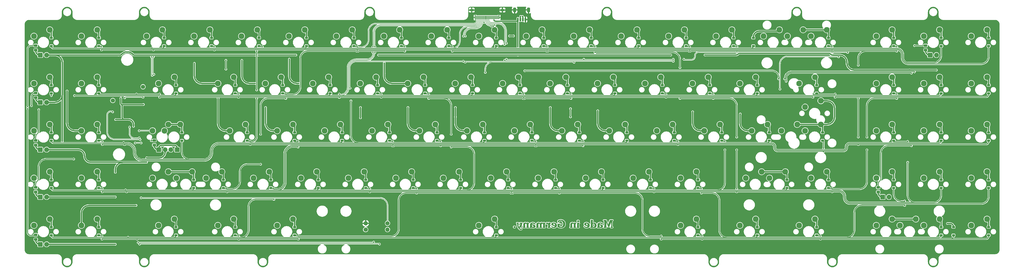
<source format=gbr>
%TF.GenerationSoftware,KiCad,Pcbnew,8.0.2*%
%TF.CreationDate,2025-12-13T15:02:25-08:00*%
%TF.ProjectId,mx-unsaver-main,6d782d75-6e73-4617-9665-722d6d61696e,rev?*%
%TF.SameCoordinates,Original*%
%TF.FileFunction,Copper,L2,Bot*%
%TF.FilePolarity,Positive*%
%FSLAX46Y46*%
G04 Gerber Fmt 4.6, Leading zero omitted, Abs format (unit mm)*
G04 Created by KiCad (PCBNEW 8.0.2) date 2025-12-13 15:02:25*
%MOMM*%
%LPD*%
G01*
G04 APERTURE LIST*
G04 Aperture macros list*
%AMRoundRect*
0 Rectangle with rounded corners*
0 $1 Rounding radius*
0 $2 $3 $4 $5 $6 $7 $8 $9 X,Y pos of 4 corners*
0 Add a 4 corners polygon primitive as box body*
4,1,4,$2,$3,$4,$5,$6,$7,$8,$9,$2,$3,0*
0 Add four circle primitives for the rounded corners*
1,1,$1+$1,$2,$3*
1,1,$1+$1,$4,$5*
1,1,$1+$1,$6,$7*
1,1,$1+$1,$8,$9*
0 Add four rect primitives between the rounded corners*
20,1,$1+$1,$2,$3,$4,$5,0*
20,1,$1+$1,$4,$5,$6,$7,0*
20,1,$1+$1,$6,$7,$8,$9,0*
20,1,$1+$1,$8,$9,$2,$3,0*%
G04 Aperture macros list end*
%TA.AperFunction,Conductor*%
%ADD10C,0.500000*%
%TD*%
%TA.AperFunction,EtchedComponent*%
%ADD11C,0.099999*%
%TD*%
%TA.AperFunction,ComponentPad*%
%ADD12C,2.300000*%
%TD*%
%TA.AperFunction,ComponentPad*%
%ADD13RoundRect,0.285750X-0.666750X-0.666750X0.666750X-0.666750X0.666750X0.666750X-0.666750X0.666750X0*%
%TD*%
%TA.AperFunction,ComponentPad*%
%ADD14C,1.905000*%
%TD*%
%TA.AperFunction,ComponentPad*%
%ADD15C,1.700000*%
%TD*%
%TA.AperFunction,ComponentPad*%
%ADD16O,1.700000X1.700000*%
%TD*%
%TA.AperFunction,ComponentPad*%
%ADD17RoundRect,0.285750X0.666750X0.666750X-0.666750X0.666750X-0.666750X-0.666750X0.666750X-0.666750X0*%
%TD*%
%TA.AperFunction,SMDPad,CuDef*%
%ADD18RoundRect,0.225000X0.375000X-0.225000X0.375000X0.225000X-0.375000X0.225000X-0.375000X-0.225000X0*%
%TD*%
%TA.AperFunction,SMDPad,CuDef*%
%ADD19RoundRect,0.250000X0.450000X-0.262500X0.450000X0.262500X-0.450000X0.262500X-0.450000X-0.262500X0*%
%TD*%
%TA.AperFunction,SMDPad,CuDef*%
%ADD20R,0.300000X1.400000*%
%TD*%
%TA.AperFunction,SMDPad,CuDef*%
%ADD21R,1.350000X0.950000*%
%TD*%
%TA.AperFunction,SMDPad,CuDef*%
%ADD22RoundRect,0.150000X-0.150000X-0.625000X0.150000X-0.625000X0.150000X0.625000X-0.150000X0.625000X0*%
%TD*%
%TA.AperFunction,SMDPad,CuDef*%
%ADD23RoundRect,0.250000X-0.350000X-0.650000X0.350000X-0.650000X0.350000X0.650000X-0.350000X0.650000X0*%
%TD*%
%TA.AperFunction,ViaPad*%
%ADD24C,0.600000*%
%TD*%
%TA.AperFunction,Conductor*%
%ADD25C,0.300000*%
%TD*%
%TA.AperFunction,Conductor*%
%ADD26C,0.200000*%
%TD*%
G04 APERTURE END LIST*
D10*
%TO.N,+5V*%
X31130000Y-5060000D02*
G75*
G02*
X36200508Y-5101376I2520000J-1890000D01*
G01*
D11*
%TD*%
%TO.C,G2*%
X214676125Y-71621594D02*
X214714013Y-71626142D01*
X214751379Y-71633655D01*
X214787914Y-71644076D01*
X214823308Y-71657350D01*
X214857252Y-71673420D01*
X214873582Y-71682486D01*
X214889434Y-71692231D01*
X214904767Y-71702647D01*
X214919544Y-71713728D01*
X214933726Y-71725465D01*
X214947274Y-71737853D01*
X214960149Y-71750885D01*
X214972312Y-71764552D01*
X214983725Y-71778850D01*
X214994349Y-71793769D01*
X215004145Y-71809304D01*
X215013074Y-71825448D01*
X215021098Y-71842193D01*
X215028178Y-71859533D01*
X215034275Y-71877460D01*
X215039350Y-71895968D01*
X215043365Y-71915049D01*
X215046281Y-71934697D01*
X215048059Y-71954905D01*
X215048660Y-71975665D01*
X215048035Y-71994827D01*
X215046190Y-72013415D01*
X215043170Y-72031428D01*
X215039020Y-72048864D01*
X215033784Y-72065720D01*
X215027508Y-72081994D01*
X215020237Y-72097683D01*
X215012015Y-72112786D01*
X215002889Y-72127299D01*
X214992901Y-72141221D01*
X214982099Y-72154549D01*
X214970525Y-72167281D01*
X214958227Y-72179415D01*
X214945247Y-72190948D01*
X214931632Y-72201878D01*
X214917427Y-72212203D01*
X214902675Y-72221919D01*
X214887423Y-72231026D01*
X214871715Y-72239521D01*
X214855597Y-72247400D01*
X214839112Y-72254663D01*
X214822307Y-72261306D01*
X214805225Y-72267328D01*
X214787913Y-72272726D01*
X214770414Y-72277497D01*
X214752775Y-72281640D01*
X214717252Y-72288030D01*
X214681705Y-72291878D01*
X214664034Y-72292842D01*
X214646492Y-72293165D01*
X214610345Y-72291827D01*
X214573608Y-72287823D01*
X214536686Y-72281165D01*
X214499980Y-72271866D01*
X214463894Y-72259937D01*
X214428832Y-72245391D01*
X214395196Y-72228240D01*
X214363389Y-72208498D01*
X214348298Y-72197659D01*
X214333815Y-72186176D01*
X214319991Y-72174051D01*
X214306876Y-72161287D01*
X214294521Y-72147883D01*
X214282975Y-72133842D01*
X214272291Y-72119166D01*
X214262517Y-72103856D01*
X214253704Y-72087913D01*
X214245903Y-72071339D01*
X214239163Y-72054135D01*
X214233537Y-72036304D01*
X214229072Y-72017847D01*
X214225821Y-71998765D01*
X214223834Y-71979059D01*
X214223160Y-71958732D01*
X214223761Y-71937648D01*
X214225540Y-71917256D01*
X214228458Y-71897557D01*
X214232478Y-71878547D01*
X214237561Y-71860225D01*
X214243670Y-71842590D01*
X214250766Y-71825641D01*
X214258812Y-71809375D01*
X214267770Y-71793791D01*
X214277601Y-71778888D01*
X214288267Y-71764664D01*
X214299732Y-71751117D01*
X214311955Y-71738246D01*
X214324901Y-71726050D01*
X214338530Y-71714526D01*
X214352805Y-71703674D01*
X214367688Y-71693491D01*
X214383140Y-71683977D01*
X214399124Y-71675129D01*
X214415602Y-71666946D01*
X214432536Y-71659427D01*
X214449888Y-71652570D01*
X214467619Y-71646373D01*
X214485692Y-71640835D01*
X214504069Y-71635954D01*
X214522712Y-71631730D01*
X214560644Y-71625241D01*
X214599184Y-71621357D01*
X214638027Y-71620065D01*
X214676125Y-71621594D01*
%TA.AperFunction,EtchedComponent*%
%TO.C,G2*%
G36*
X214676125Y-71621594D02*
G01*
X214714013Y-71626142D01*
X214751379Y-71633655D01*
X214787914Y-71644076D01*
X214823308Y-71657350D01*
X214857252Y-71673420D01*
X214873582Y-71682486D01*
X214889434Y-71692231D01*
X214904767Y-71702647D01*
X214919544Y-71713728D01*
X214933726Y-71725465D01*
X214947274Y-71737853D01*
X214960149Y-71750885D01*
X214972312Y-71764552D01*
X214983725Y-71778850D01*
X214994349Y-71793769D01*
X215004145Y-71809304D01*
X215013074Y-71825448D01*
X215021098Y-71842193D01*
X215028178Y-71859533D01*
X215034275Y-71877460D01*
X215039350Y-71895968D01*
X215043365Y-71915049D01*
X215046281Y-71934697D01*
X215048059Y-71954905D01*
X215048660Y-71975665D01*
X215048035Y-71994827D01*
X215046190Y-72013415D01*
X215043170Y-72031428D01*
X215039020Y-72048864D01*
X215033784Y-72065720D01*
X215027508Y-72081994D01*
X215020237Y-72097683D01*
X215012015Y-72112786D01*
X215002889Y-72127299D01*
X214992901Y-72141221D01*
X214982099Y-72154549D01*
X214970525Y-72167281D01*
X214958227Y-72179415D01*
X214945247Y-72190948D01*
X214931632Y-72201878D01*
X214917427Y-72212203D01*
X214902675Y-72221919D01*
X214887423Y-72231026D01*
X214871715Y-72239521D01*
X214855597Y-72247400D01*
X214839112Y-72254663D01*
X214822307Y-72261306D01*
X214805225Y-72267328D01*
X214787913Y-72272726D01*
X214770414Y-72277497D01*
X214752775Y-72281640D01*
X214717252Y-72288030D01*
X214681705Y-72291878D01*
X214664034Y-72292842D01*
X214646492Y-72293165D01*
X214610345Y-72291827D01*
X214573608Y-72287823D01*
X214536686Y-72281165D01*
X214499980Y-72271866D01*
X214463894Y-72259937D01*
X214428832Y-72245391D01*
X214395196Y-72228240D01*
X214363389Y-72208498D01*
X214348298Y-72197659D01*
X214333815Y-72186176D01*
X214319991Y-72174051D01*
X214306876Y-72161287D01*
X214294521Y-72147883D01*
X214282975Y-72133842D01*
X214272291Y-72119166D01*
X214262517Y-72103856D01*
X214253704Y-72087913D01*
X214245903Y-72071339D01*
X214239163Y-72054135D01*
X214233537Y-72036304D01*
X214229072Y-72017847D01*
X214225821Y-71998765D01*
X214223834Y-71979059D01*
X214223160Y-71958732D01*
X214223761Y-71937648D01*
X214225540Y-71917256D01*
X214228458Y-71897557D01*
X214232478Y-71878547D01*
X214237561Y-71860225D01*
X214243670Y-71842590D01*
X214250766Y-71825641D01*
X214258812Y-71809375D01*
X214267770Y-71793791D01*
X214277601Y-71778888D01*
X214288267Y-71764664D01*
X214299732Y-71751117D01*
X214311955Y-71738246D01*
X214324901Y-71726050D01*
X214338530Y-71714526D01*
X214352805Y-71703674D01*
X214367688Y-71693491D01*
X214383140Y-71683977D01*
X214399124Y-71675129D01*
X214415602Y-71666946D01*
X214432536Y-71659427D01*
X214449888Y-71652570D01*
X214467619Y-71646373D01*
X214485692Y-71640835D01*
X214504069Y-71635954D01*
X214522712Y-71631730D01*
X214560644Y-71625241D01*
X214599184Y-71621357D01*
X214638027Y-71620065D01*
X214676125Y-71621594D01*
G37*
%TD.AperFunction*%
X189126147Y-73987933D02*
X189163382Y-73992206D01*
X189200183Y-73999281D01*
X189236233Y-74009123D01*
X189271218Y-74021692D01*
X189304819Y-74036954D01*
X189336721Y-74054869D01*
X189351936Y-74064810D01*
X189366608Y-74075401D01*
X189380697Y-74086636D01*
X189394163Y-74098512D01*
X189406967Y-74111024D01*
X189419070Y-74124167D01*
X189430432Y-74137936D01*
X189441013Y-74152326D01*
X189450774Y-74167334D01*
X189459676Y-74182954D01*
X189467678Y-74199181D01*
X189474742Y-74216012D01*
X189480827Y-74233441D01*
X189485895Y-74251464D01*
X189489905Y-74270076D01*
X189492818Y-74289272D01*
X189494595Y-74309049D01*
X189495196Y-74329400D01*
X189494571Y-74349367D01*
X189492724Y-74368783D01*
X189489699Y-74387642D01*
X189485539Y-74405939D01*
X189480288Y-74423669D01*
X189473989Y-74440826D01*
X189466685Y-74457405D01*
X189458420Y-74473400D01*
X189449237Y-74488806D01*
X189439180Y-74503617D01*
X189428292Y-74517829D01*
X189416616Y-74531435D01*
X189404196Y-74544430D01*
X189391075Y-74556809D01*
X189377297Y-74568566D01*
X189362906Y-74579696D01*
X189347943Y-74590194D01*
X189332454Y-74600054D01*
X189316480Y-74609270D01*
X189300067Y-74617838D01*
X189283256Y-74625751D01*
X189266092Y-74633005D01*
X189248618Y-74639593D01*
X189230878Y-74645511D01*
X189212914Y-74650754D01*
X189194770Y-74655314D01*
X189176489Y-74659188D01*
X189158116Y-74662370D01*
X189139693Y-74664854D01*
X189121263Y-74666636D01*
X189102871Y-74667708D01*
X189084560Y-74668067D01*
X189048745Y-74666590D01*
X189012949Y-74662205D01*
X188977488Y-74654979D01*
X188942677Y-74644982D01*
X188908835Y-74632281D01*
X188876275Y-74616944D01*
X188845316Y-74599041D01*
X188830535Y-74589147D01*
X188816273Y-74578638D01*
X188802569Y-74567520D01*
X188789462Y-74555804D01*
X188776993Y-74543497D01*
X188765200Y-74530608D01*
X188754123Y-74517145D01*
X188743803Y-74503117D01*
X188734277Y-74488532D01*
X188725587Y-74473400D01*
X188717770Y-74457728D01*
X188710868Y-74441525D01*
X188704919Y-74424800D01*
X188699963Y-74407560D01*
X188696040Y-74389816D01*
X188693188Y-74371574D01*
X188691449Y-74352844D01*
X188690860Y-74333634D01*
X188691449Y-74314016D01*
X188693189Y-74294854D01*
X188696043Y-74276161D01*
X188699972Y-74257947D01*
X188704935Y-74240223D01*
X188710896Y-74223000D01*
X188717815Y-74206288D01*
X188725653Y-74190098D01*
X188734371Y-74174442D01*
X188743932Y-74159330D01*
X188754295Y-74144773D01*
X188765423Y-74130782D01*
X188777276Y-74117367D01*
X188789817Y-74104541D01*
X188803005Y-74092312D01*
X188816802Y-74080693D01*
X188831170Y-74069694D01*
X188846070Y-74059326D01*
X188861462Y-74049599D01*
X188877309Y-74040526D01*
X188893572Y-74032116D01*
X188910211Y-74024380D01*
X188927188Y-74017329D01*
X188944464Y-74010975D01*
X188962000Y-74005327D01*
X188979759Y-74000398D01*
X188997700Y-73996197D01*
X189015786Y-73992735D01*
X189033976Y-73990024D01*
X189052234Y-73988074D01*
X189070519Y-73986896D01*
X189088794Y-73986501D01*
X189126147Y-73987933D01*
%TA.AperFunction,EtchedComponent*%
G36*
X189126147Y-73987933D02*
G01*
X189163382Y-73992206D01*
X189200183Y-73999281D01*
X189236233Y-74009123D01*
X189271218Y-74021692D01*
X189304819Y-74036954D01*
X189336721Y-74054869D01*
X189351936Y-74064810D01*
X189366608Y-74075401D01*
X189380697Y-74086636D01*
X189394163Y-74098512D01*
X189406967Y-74111024D01*
X189419070Y-74124167D01*
X189430432Y-74137936D01*
X189441013Y-74152326D01*
X189450774Y-74167334D01*
X189459676Y-74182954D01*
X189467678Y-74199181D01*
X189474742Y-74216012D01*
X189480827Y-74233441D01*
X189485895Y-74251464D01*
X189489905Y-74270076D01*
X189492818Y-74289272D01*
X189494595Y-74309049D01*
X189495196Y-74329400D01*
X189494571Y-74349367D01*
X189492724Y-74368783D01*
X189489699Y-74387642D01*
X189485539Y-74405939D01*
X189480288Y-74423669D01*
X189473989Y-74440826D01*
X189466685Y-74457405D01*
X189458420Y-74473400D01*
X189449237Y-74488806D01*
X189439180Y-74503617D01*
X189428292Y-74517829D01*
X189416616Y-74531435D01*
X189404196Y-74544430D01*
X189391075Y-74556809D01*
X189377297Y-74568566D01*
X189362906Y-74579696D01*
X189347943Y-74590194D01*
X189332454Y-74600054D01*
X189316480Y-74609270D01*
X189300067Y-74617838D01*
X189283256Y-74625751D01*
X189266092Y-74633005D01*
X189248618Y-74639593D01*
X189230878Y-74645511D01*
X189212914Y-74650754D01*
X189194770Y-74655314D01*
X189176489Y-74659188D01*
X189158116Y-74662370D01*
X189139693Y-74664854D01*
X189121263Y-74666636D01*
X189102871Y-74667708D01*
X189084560Y-74668067D01*
X189048745Y-74666590D01*
X189012949Y-74662205D01*
X188977488Y-74654979D01*
X188942677Y-74644982D01*
X188908835Y-74632281D01*
X188876275Y-74616944D01*
X188845316Y-74599041D01*
X188830535Y-74589147D01*
X188816273Y-74578638D01*
X188802569Y-74567520D01*
X188789462Y-74555804D01*
X188776993Y-74543497D01*
X188765200Y-74530608D01*
X188754123Y-74517145D01*
X188743803Y-74503117D01*
X188734277Y-74488532D01*
X188725587Y-74473400D01*
X188717770Y-74457728D01*
X188710868Y-74441525D01*
X188704919Y-74424800D01*
X188699963Y-74407560D01*
X188696040Y-74389816D01*
X188693188Y-74371574D01*
X188691449Y-74352844D01*
X188690860Y-74333634D01*
X188691449Y-74314016D01*
X188693189Y-74294854D01*
X188696043Y-74276161D01*
X188699972Y-74257947D01*
X188704935Y-74240223D01*
X188710896Y-74223000D01*
X188717815Y-74206288D01*
X188725653Y-74190098D01*
X188734371Y-74174442D01*
X188743932Y-74159330D01*
X188754295Y-74144773D01*
X188765423Y-74130782D01*
X188777276Y-74117367D01*
X188789817Y-74104541D01*
X188803005Y-74092312D01*
X188816802Y-74080693D01*
X188831170Y-74069694D01*
X188846070Y-74059326D01*
X188861462Y-74049599D01*
X188877309Y-74040526D01*
X188893572Y-74032116D01*
X188910211Y-74024380D01*
X188927188Y-74017329D01*
X188944464Y-74010975D01*
X188962000Y-74005327D01*
X188979759Y-74000398D01*
X188997700Y-73996197D01*
X189015786Y-73992735D01*
X189033976Y-73990024D01*
X189052234Y-73988074D01*
X189070519Y-73986896D01*
X189088794Y-73986501D01*
X189126147Y-73987933D01*
G37*
%TD.AperFunction*%
X214431016Y-72535379D02*
X214459108Y-72538004D01*
X214489123Y-72542167D01*
X214520731Y-72547694D01*
X214553604Y-72554411D01*
X214587414Y-72562146D01*
X214656528Y-72579972D01*
X214725444Y-72599782D01*
X214791532Y-72620188D01*
X214904709Y-72657232D01*
X214978989Y-72675225D01*
X215000241Y-72680901D01*
X215021760Y-72687297D01*
X215043143Y-72694536D01*
X215063986Y-72702742D01*
X215083887Y-72712040D01*
X215102442Y-72722553D01*
X215111089Y-72728303D01*
X215119248Y-72734405D01*
X215126870Y-72740872D01*
X215133903Y-72747720D01*
X215140297Y-72754966D01*
X215146002Y-72762623D01*
X215150968Y-72770709D01*
X215155144Y-72779238D01*
X215158480Y-72788226D01*
X215160925Y-72797688D01*
X215162429Y-72807640D01*
X215162941Y-72818097D01*
X215162782Y-72824312D01*
X215162311Y-72830265D01*
X215161539Y-72835964D01*
X215160477Y-72841421D01*
X215159137Y-72846645D01*
X215157528Y-72851647D01*
X215155661Y-72856437D01*
X215153549Y-72861024D01*
X215151200Y-72865420D01*
X215148627Y-72869633D01*
X215145840Y-72873674D01*
X215142850Y-72877553D01*
X215139667Y-72881280D01*
X215136304Y-72884865D01*
X215132769Y-72888318D01*
X215129075Y-72891650D01*
X215121251Y-72897989D01*
X215112919Y-72903962D01*
X215104165Y-72909650D01*
X215095076Y-72915133D01*
X215057106Y-72936631D01*
X215031862Y-72951687D01*
X215020502Y-72958796D01*
X215009942Y-72965800D01*
X215000152Y-72972829D01*
X214991099Y-72980013D01*
X214982754Y-72987482D01*
X214975084Y-72995367D01*
X214971494Y-72999506D01*
X214968060Y-73003798D01*
X214964780Y-73008259D01*
X214961650Y-73012904D01*
X214958665Y-73017752D01*
X214955822Y-73022817D01*
X214953117Y-73028116D01*
X214950546Y-73033666D01*
X214948106Y-73039483D01*
X214945791Y-73045582D01*
X214941526Y-73058694D01*
X214937720Y-73073134D01*
X214934342Y-73089030D01*
X214930150Y-73125592D01*
X214927000Y-73164832D01*
X214924743Y-73205859D01*
X214923230Y-73247779D01*
X214921841Y-73330726D01*
X214921642Y-73406530D01*
X214921658Y-74066932D01*
X214921332Y-74117466D01*
X214921443Y-74147595D01*
X214922199Y-74179114D01*
X214923945Y-74210632D01*
X214925298Y-74225957D01*
X214927028Y-74240762D01*
X214929179Y-74254872D01*
X214931793Y-74268113D01*
X214934915Y-74280313D01*
X214938587Y-74291297D01*
X214940223Y-74294050D01*
X214941955Y-74296756D01*
X214945689Y-74302028D01*
X214949757Y-74307128D01*
X214954130Y-74312066D01*
X214958776Y-74316855D01*
X214963663Y-74321508D01*
X214968761Y-74326037D01*
X214974040Y-74330455D01*
X214979467Y-74334773D01*
X214985012Y-74339005D01*
X214996330Y-74347258D01*
X215019016Y-74363267D01*
X215026848Y-74368084D01*
X215034444Y-74373032D01*
X215041768Y-74378140D01*
X215048781Y-74383441D01*
X215055447Y-74388965D01*
X215061729Y-74394744D01*
X215067589Y-74400807D01*
X215072990Y-74407187D01*
X215075507Y-74410505D01*
X215077895Y-74413914D01*
X215080150Y-74417418D01*
X215082267Y-74421020D01*
X215084241Y-74424724D01*
X215086068Y-74428535D01*
X215087743Y-74432455D01*
X215089262Y-74436490D01*
X215090619Y-74440642D01*
X215091810Y-74444916D01*
X215092831Y-74449316D01*
X215093677Y-74453845D01*
X215094343Y-74458508D01*
X215094824Y-74463308D01*
X215095116Y-74468249D01*
X215095215Y-74473334D01*
X215094994Y-74482278D01*
X215094339Y-74490854D01*
X215093262Y-74499070D01*
X215091775Y-74506929D01*
X215089892Y-74514438D01*
X215087625Y-74521603D01*
X215084985Y-74528427D01*
X215081986Y-74534918D01*
X215078639Y-74541079D01*
X215074958Y-74546918D01*
X215070954Y-74552439D01*
X215066640Y-74557647D01*
X215062029Y-74562548D01*
X215057132Y-74567148D01*
X215051962Y-74571452D01*
X215046532Y-74575465D01*
X215040854Y-74579193D01*
X215034940Y-74582640D01*
X215028803Y-74585814D01*
X215022455Y-74588718D01*
X215015909Y-74591359D01*
X215009177Y-74593742D01*
X215002271Y-74595872D01*
X214995203Y-74597755D01*
X214980635Y-74600801D01*
X214965570Y-74602922D01*
X214950108Y-74604164D01*
X214934349Y-74604568D01*
X214218914Y-74604568D01*
X214203154Y-74604163D01*
X214187692Y-74602922D01*
X214172627Y-74600800D01*
X214158058Y-74597754D01*
X214144085Y-74593741D01*
X214130806Y-74588716D01*
X214124458Y-74585812D01*
X214118321Y-74582638D01*
X214112408Y-74579190D01*
X214106730Y-74575462D01*
X214101300Y-74571449D01*
X214096130Y-74567145D01*
X214091233Y-74562545D01*
X214086622Y-74557644D01*
X214082308Y-74552435D01*
X214078304Y-74546915D01*
X214074623Y-74541076D01*
X214071277Y-74534914D01*
X214068278Y-74528424D01*
X214065638Y-74521600D01*
X214063371Y-74514436D01*
X214061488Y-74506927D01*
X214060002Y-74499068D01*
X214058925Y-74490853D01*
X214058270Y-74482277D01*
X214058048Y-74473334D01*
X214058147Y-74468249D01*
X214058439Y-74463309D01*
X214058920Y-74458509D01*
X214059586Y-74453847D01*
X214060432Y-74449318D01*
X214061453Y-74444918D01*
X214062645Y-74440644D01*
X214064002Y-74436492D01*
X214065521Y-74432457D01*
X214067196Y-74428537D01*
X214069023Y-74424726D01*
X214070997Y-74421022D01*
X214075369Y-74413916D01*
X214080275Y-74407189D01*
X214085676Y-74400808D01*
X214091536Y-74394744D01*
X214097818Y-74388966D01*
X214104484Y-74383441D01*
X214111497Y-74378140D01*
X214118820Y-74373031D01*
X214126416Y-74368084D01*
X214134247Y-74363267D01*
X214156933Y-74347259D01*
X214168252Y-74339008D01*
X214173797Y-74334776D01*
X214179224Y-74330459D01*
X214184502Y-74326041D01*
X214189600Y-74321512D01*
X214194488Y-74316859D01*
X214199133Y-74312070D01*
X214203506Y-74307131D01*
X214207575Y-74302031D01*
X214211308Y-74296757D01*
X214214676Y-74291297D01*
X214218355Y-74280313D01*
X214221482Y-74268114D01*
X214224100Y-74254872D01*
X214226253Y-74240763D01*
X214227984Y-74225959D01*
X214229337Y-74210634D01*
X214231080Y-74179115D01*
X214231831Y-74147597D01*
X214231938Y-74117467D01*
X214231606Y-74066932D01*
X214231606Y-72949332D01*
X214230746Y-72830931D01*
X214231787Y-72796835D01*
X214234062Y-72762255D01*
X214237937Y-72727849D01*
X214243777Y-72694273D01*
X214251950Y-72662186D01*
X214257024Y-72646907D01*
X214262819Y-72632245D01*
X214269380Y-72618284D01*
X214276753Y-72605107D01*
X214284982Y-72592794D01*
X214294115Y-72581429D01*
X214304197Y-72571093D01*
X214315273Y-72561868D01*
X214327389Y-72553837D01*
X214340591Y-72547082D01*
X214354925Y-72541686D01*
X214370436Y-72537729D01*
X214387171Y-72535295D01*
X214405174Y-72534465D01*
X214431016Y-72535379D01*
%TA.AperFunction,EtchedComponent*%
G36*
X214431016Y-72535379D02*
G01*
X214459108Y-72538004D01*
X214489123Y-72542167D01*
X214520731Y-72547694D01*
X214553604Y-72554411D01*
X214587414Y-72562146D01*
X214656528Y-72579972D01*
X214725444Y-72599782D01*
X214791532Y-72620188D01*
X214904709Y-72657232D01*
X214978989Y-72675225D01*
X215000241Y-72680901D01*
X215021760Y-72687297D01*
X215043143Y-72694536D01*
X215063986Y-72702742D01*
X215083887Y-72712040D01*
X215102442Y-72722553D01*
X215111089Y-72728303D01*
X215119248Y-72734405D01*
X215126870Y-72740872D01*
X215133903Y-72747720D01*
X215140297Y-72754966D01*
X215146002Y-72762623D01*
X215150968Y-72770709D01*
X215155144Y-72779238D01*
X215158480Y-72788226D01*
X215160925Y-72797688D01*
X215162429Y-72807640D01*
X215162941Y-72818097D01*
X215162782Y-72824312D01*
X215162311Y-72830265D01*
X215161539Y-72835964D01*
X215160477Y-72841421D01*
X215159137Y-72846645D01*
X215157528Y-72851647D01*
X215155661Y-72856437D01*
X215153549Y-72861024D01*
X215151200Y-72865420D01*
X215148627Y-72869633D01*
X215145840Y-72873674D01*
X215142850Y-72877553D01*
X215139667Y-72881280D01*
X215136304Y-72884865D01*
X215132769Y-72888318D01*
X215129075Y-72891650D01*
X215121251Y-72897989D01*
X215112919Y-72903962D01*
X215104165Y-72909650D01*
X215095076Y-72915133D01*
X215057106Y-72936631D01*
X215031862Y-72951687D01*
X215020502Y-72958796D01*
X215009942Y-72965800D01*
X215000152Y-72972829D01*
X214991099Y-72980013D01*
X214982754Y-72987482D01*
X214975084Y-72995367D01*
X214971494Y-72999506D01*
X214968060Y-73003798D01*
X214964780Y-73008259D01*
X214961650Y-73012904D01*
X214958665Y-73017752D01*
X214955822Y-73022817D01*
X214953117Y-73028116D01*
X214950546Y-73033666D01*
X214948106Y-73039483D01*
X214945791Y-73045582D01*
X214941526Y-73058694D01*
X214937720Y-73073134D01*
X214934342Y-73089030D01*
X214930150Y-73125592D01*
X214927000Y-73164832D01*
X214924743Y-73205859D01*
X214923230Y-73247779D01*
X214921841Y-73330726D01*
X214921642Y-73406530D01*
X214921658Y-74066932D01*
X214921332Y-74117466D01*
X214921443Y-74147595D01*
X214922199Y-74179114D01*
X214923945Y-74210632D01*
X214925298Y-74225957D01*
X214927028Y-74240762D01*
X214929179Y-74254872D01*
X214931793Y-74268113D01*
X214934915Y-74280313D01*
X214938587Y-74291297D01*
X214940223Y-74294050D01*
X214941955Y-74296756D01*
X214945689Y-74302028D01*
X214949757Y-74307128D01*
X214954130Y-74312066D01*
X214958776Y-74316855D01*
X214963663Y-74321508D01*
X214968761Y-74326037D01*
X214974040Y-74330455D01*
X214979467Y-74334773D01*
X214985012Y-74339005D01*
X214996330Y-74347258D01*
X215019016Y-74363267D01*
X215026848Y-74368084D01*
X215034444Y-74373032D01*
X215041768Y-74378140D01*
X215048781Y-74383441D01*
X215055447Y-74388965D01*
X215061729Y-74394744D01*
X215067589Y-74400807D01*
X215072990Y-74407187D01*
X215075507Y-74410505D01*
X215077895Y-74413914D01*
X215080150Y-74417418D01*
X215082267Y-74421020D01*
X215084241Y-74424724D01*
X215086068Y-74428535D01*
X215087743Y-74432455D01*
X215089262Y-74436490D01*
X215090619Y-74440642D01*
X215091810Y-74444916D01*
X215092831Y-74449316D01*
X215093677Y-74453845D01*
X215094343Y-74458508D01*
X215094824Y-74463308D01*
X215095116Y-74468249D01*
X215095215Y-74473334D01*
X215094994Y-74482278D01*
X215094339Y-74490854D01*
X215093262Y-74499070D01*
X215091775Y-74506929D01*
X215089892Y-74514438D01*
X215087625Y-74521603D01*
X215084985Y-74528427D01*
X215081986Y-74534918D01*
X215078639Y-74541079D01*
X215074958Y-74546918D01*
X215070954Y-74552439D01*
X215066640Y-74557647D01*
X215062029Y-74562548D01*
X215057132Y-74567148D01*
X215051962Y-74571452D01*
X215046532Y-74575465D01*
X215040854Y-74579193D01*
X215034940Y-74582640D01*
X215028803Y-74585814D01*
X215022455Y-74588718D01*
X215015909Y-74591359D01*
X215009177Y-74593742D01*
X215002271Y-74595872D01*
X214995203Y-74597755D01*
X214980635Y-74600801D01*
X214965570Y-74602922D01*
X214950108Y-74604164D01*
X214934349Y-74604568D01*
X214218914Y-74604568D01*
X214203154Y-74604163D01*
X214187692Y-74602922D01*
X214172627Y-74600800D01*
X214158058Y-74597754D01*
X214144085Y-74593741D01*
X214130806Y-74588716D01*
X214124458Y-74585812D01*
X214118321Y-74582638D01*
X214112408Y-74579190D01*
X214106730Y-74575462D01*
X214101300Y-74571449D01*
X214096130Y-74567145D01*
X214091233Y-74562545D01*
X214086622Y-74557644D01*
X214082308Y-74552435D01*
X214078304Y-74546915D01*
X214074623Y-74541076D01*
X214071277Y-74534914D01*
X214068278Y-74528424D01*
X214065638Y-74521600D01*
X214063371Y-74514436D01*
X214061488Y-74506927D01*
X214060002Y-74499068D01*
X214058925Y-74490853D01*
X214058270Y-74482277D01*
X214058048Y-74473334D01*
X214058147Y-74468249D01*
X214058439Y-74463309D01*
X214058920Y-74458509D01*
X214059586Y-74453847D01*
X214060432Y-74449318D01*
X214061453Y-74444918D01*
X214062645Y-74440644D01*
X214064002Y-74436492D01*
X214065521Y-74432457D01*
X214067196Y-74428537D01*
X214069023Y-74424726D01*
X214070997Y-74421022D01*
X214075369Y-74413916D01*
X214080275Y-74407189D01*
X214085676Y-74400808D01*
X214091536Y-74394744D01*
X214097818Y-74388966D01*
X214104484Y-74383441D01*
X214111497Y-74378140D01*
X214118820Y-74373031D01*
X214126416Y-74368084D01*
X214134247Y-74363267D01*
X214156933Y-74347259D01*
X214168252Y-74339008D01*
X214173797Y-74334776D01*
X214179224Y-74330459D01*
X214184502Y-74326041D01*
X214189600Y-74321512D01*
X214194488Y-74316859D01*
X214199133Y-74312070D01*
X214203506Y-74307131D01*
X214207575Y-74302031D01*
X214211308Y-74296757D01*
X214214676Y-74291297D01*
X214218355Y-74280313D01*
X214221482Y-74268114D01*
X214224100Y-74254872D01*
X214226253Y-74240763D01*
X214227984Y-74225959D01*
X214229337Y-74210634D01*
X214231080Y-74179115D01*
X214231831Y-74147597D01*
X214231938Y-74117467D01*
X214231606Y-74066932D01*
X214231606Y-72949332D01*
X214230746Y-72830931D01*
X214231787Y-72796835D01*
X214234062Y-72762255D01*
X214237937Y-72727849D01*
X214243777Y-72694273D01*
X214251950Y-72662186D01*
X214257024Y-72646907D01*
X214262819Y-72632245D01*
X214269380Y-72618284D01*
X214276753Y-72605107D01*
X214284982Y-72592794D01*
X214294115Y-72581429D01*
X214304197Y-72571093D01*
X214315273Y-72561868D01*
X214327389Y-72553837D01*
X214340591Y-72547082D01*
X214354925Y-72541686D01*
X214370436Y-72537729D01*
X214387171Y-72535295D01*
X214405174Y-72534465D01*
X214431016Y-72535379D01*
G37*
%TD.AperFunction*%
X206043651Y-73539054D02*
X206048925Y-73603170D01*
X206050706Y-73668998D01*
X206049073Y-73726615D01*
X206044242Y-73782770D01*
X206036314Y-73837437D01*
X206025389Y-73890594D01*
X206011568Y-73942217D01*
X205994951Y-73992280D01*
X205975640Y-74040761D01*
X205953736Y-74087635D01*
X205929339Y-74132877D01*
X205902550Y-74176465D01*
X205873469Y-74218374D01*
X205842198Y-74258580D01*
X205808837Y-74297059D01*
X205773486Y-74333787D01*
X205736248Y-74368740D01*
X205697222Y-74401894D01*
X205656510Y-74433224D01*
X205614211Y-74462708D01*
X205570428Y-74490320D01*
X205525260Y-74516037D01*
X205478808Y-74539834D01*
X205431173Y-74561689D01*
X205382457Y-74581576D01*
X205332759Y-74599472D01*
X205282180Y-74615352D01*
X205230822Y-74629193D01*
X205178784Y-74640970D01*
X205126169Y-74650660D01*
X205073075Y-74658239D01*
X205019606Y-74663682D01*
X204965860Y-74666965D01*
X204911939Y-74668065D01*
X204863212Y-74667510D01*
X204815415Y-74665808D01*
X204768487Y-74662902D01*
X204722365Y-74658738D01*
X204676987Y-74653259D01*
X204632291Y-74646410D01*
X204588215Y-74638134D01*
X204544697Y-74628377D01*
X204501675Y-74617081D01*
X204459088Y-74604192D01*
X204416872Y-74589653D01*
X204374967Y-74573409D01*
X204333310Y-74555405D01*
X204291839Y-74535583D01*
X204250492Y-74513889D01*
X204209207Y-74490266D01*
X204186520Y-74477054D01*
X204161656Y-74461369D01*
X204135118Y-74443413D01*
X204107408Y-74423393D01*
X204079029Y-74401512D01*
X204050482Y-74377975D01*
X204022270Y-74352988D01*
X203994895Y-74326753D01*
X203968859Y-74299478D01*
X203944665Y-74271365D01*
X203922815Y-74242619D01*
X203912926Y-74228073D01*
X203903812Y-74213446D01*
X203895535Y-74198762D01*
X203888157Y-74184049D01*
X203881742Y-74169331D01*
X203876353Y-74154634D01*
X203872052Y-74139983D01*
X203868903Y-74125405D01*
X203866967Y-74110924D01*
X203866307Y-74096566D01*
X203866491Y-74090652D01*
X203867035Y-74084818D01*
X203867926Y-74079073D01*
X203869152Y-74073424D01*
X203870700Y-74067876D01*
X203872558Y-74062438D01*
X203874714Y-74057117D01*
X203877155Y-74051918D01*
X203879869Y-74046850D01*
X203882844Y-74041919D01*
X203886066Y-74037132D01*
X203889524Y-74032496D01*
X203893206Y-74028018D01*
X203897098Y-74023706D01*
X203901189Y-74019565D01*
X203905465Y-74015604D01*
X203909916Y-74011829D01*
X203914527Y-74008246D01*
X203919287Y-74004864D01*
X203924184Y-74001689D01*
X203929205Y-73998727D01*
X203934337Y-73995987D01*
X203939569Y-73993474D01*
X203944887Y-73991196D01*
X203950280Y-73989160D01*
X203955735Y-73987373D01*
X203961240Y-73985842D01*
X203966781Y-73984573D01*
X203972348Y-73983575D01*
X203977927Y-73982853D01*
X203983505Y-73982414D01*
X203989072Y-73982267D01*
X203996851Y-73982390D01*
X204004323Y-73982754D01*
X204011504Y-73983355D01*
X204018409Y-73984185D01*
X204025053Y-73985238D01*
X204031452Y-73986508D01*
X204037622Y-73987989D01*
X204043578Y-73989674D01*
X204049335Y-73991558D01*
X204054910Y-73993635D01*
X204065572Y-73998339D01*
X204075688Y-74003738D01*
X204085382Y-74009781D01*
X204094779Y-74016421D01*
X204104002Y-74023605D01*
X204113175Y-74031286D01*
X204122423Y-74039414D01*
X204141639Y-74056810D01*
X204162641Y-74075397D01*
X204194453Y-74103364D01*
X204226439Y-74130066D01*
X204258672Y-74155429D01*
X204291228Y-74179377D01*
X204324182Y-74201838D01*
X204357606Y-74222736D01*
X204391576Y-74241997D01*
X204426166Y-74259546D01*
X204461450Y-74275310D01*
X204497504Y-74289213D01*
X204534400Y-74301181D01*
X204572215Y-74311140D01*
X204611022Y-74319016D01*
X204650895Y-74324733D01*
X204691910Y-74328218D01*
X204734140Y-74329396D01*
X204759748Y-74328854D01*
X204784967Y-74327239D01*
X204809782Y-74324572D01*
X204834176Y-74320872D01*
X204858133Y-74316158D01*
X204881637Y-74310449D01*
X204904671Y-74303765D01*
X204927219Y-74296125D01*
X204949264Y-74287549D01*
X204970791Y-74278056D01*
X204991783Y-74267665D01*
X205012224Y-74256396D01*
X205032098Y-74244269D01*
X205051387Y-74231301D01*
X205070077Y-74217514D01*
X205088151Y-74202926D01*
X205105592Y-74187556D01*
X205122385Y-74171425D01*
X205138512Y-74154551D01*
X205153958Y-74136954D01*
X205168706Y-74118653D01*
X205182741Y-74099667D01*
X205196045Y-74080016D01*
X205208603Y-74059720D01*
X205231414Y-74017268D01*
X205251044Y-73972465D01*
X205267363Y-73925468D01*
X205280240Y-73876431D01*
X204881249Y-73816638D01*
X204781501Y-73799333D01*
X204682547Y-73779398D01*
X204584783Y-73755989D01*
X204536472Y-73742719D01*
X204488607Y-73728265D01*
X204439538Y-73711288D01*
X204389545Y-73692066D01*
X204339193Y-73670537D01*
X204289045Y-73646640D01*
X204239666Y-73620312D01*
X204191620Y-73591491D01*
X204145472Y-73560115D01*
X204101786Y-73526122D01*
X204061126Y-73489451D01*
X204042107Y-73470091D01*
X204024056Y-73450038D01*
X204007044Y-73429285D01*
X203991141Y-73407823D01*
X203976418Y-73385645D01*
X203962945Y-73362743D01*
X203950793Y-73339109D01*
X203940033Y-73314736D01*
X203930734Y-73289615D01*
X203922968Y-73263739D01*
X203916805Y-73237101D01*
X203912315Y-73209692D01*
X203909570Y-73181505D01*
X203908639Y-73152532D01*
X203910059Y-73111651D01*
X203910664Y-73105966D01*
X204569039Y-73105966D01*
X204570396Y-73138216D01*
X204574385Y-73169104D01*
X204580885Y-73198656D01*
X204589776Y-73226897D01*
X204600937Y-73253855D01*
X204614246Y-73279556D01*
X204629583Y-73304025D01*
X204646827Y-73327290D01*
X204665856Y-73349377D01*
X204686551Y-73370312D01*
X204708790Y-73390122D01*
X204732452Y-73408832D01*
X204757416Y-73426469D01*
X204783562Y-73443060D01*
X204810768Y-73458631D01*
X204838914Y-73473208D01*
X204867878Y-73486818D01*
X204897539Y-73499487D01*
X204927778Y-73511241D01*
X204958472Y-73522107D01*
X205020744Y-73541278D01*
X205083388Y-73557213D01*
X205145437Y-73570122D01*
X205205923Y-73580215D01*
X205263879Y-73587704D01*
X205318338Y-73592799D01*
X205318341Y-73592797D01*
X205320175Y-73535406D01*
X205317723Y-73474975D01*
X205310967Y-73412436D01*
X205299888Y-73348719D01*
X205284469Y-73284754D01*
X205264690Y-73221472D01*
X205240534Y-73159801D01*
X205211980Y-73100673D01*
X205179011Y-73045017D01*
X205160865Y-73018783D01*
X205141608Y-72993765D01*
X205121238Y-72970080D01*
X205099753Y-72947845D01*
X205077150Y-72927176D01*
X205053427Y-72908189D01*
X205028582Y-72891000D01*
X205002611Y-72875726D01*
X204975514Y-72862482D01*
X204947288Y-72851386D01*
X204917929Y-72842553D01*
X204887437Y-72836100D01*
X204855808Y-72832143D01*
X204823041Y-72830798D01*
X204807414Y-72831131D01*
X204792283Y-72832121D01*
X204777648Y-72833756D01*
X204763509Y-72836024D01*
X204749867Y-72838912D01*
X204736720Y-72842407D01*
X204724070Y-72846498D01*
X204711915Y-72851171D01*
X204700257Y-72856415D01*
X204689095Y-72862218D01*
X204678429Y-72868566D01*
X204668259Y-72875447D01*
X204658585Y-72882849D01*
X204649407Y-72890760D01*
X204640725Y-72899166D01*
X204632540Y-72908057D01*
X204624850Y-72917418D01*
X204617657Y-72927239D01*
X204610960Y-72937506D01*
X204604758Y-72948207D01*
X204599053Y-72959330D01*
X204593844Y-72970862D01*
X204589131Y-72982791D01*
X204584915Y-72995105D01*
X204581194Y-73007790D01*
X204577969Y-73020836D01*
X204575241Y-73034228D01*
X204573008Y-73047956D01*
X204571272Y-73062005D01*
X204570032Y-73076365D01*
X204569039Y-73105966D01*
X203910664Y-73105966D01*
X203914246Y-73072339D01*
X203921088Y-73034580D01*
X203930475Y-72998354D01*
X203942296Y-72963645D01*
X203956441Y-72930434D01*
X203972797Y-72898703D01*
X203991255Y-72868435D01*
X204011704Y-72839613D01*
X204034032Y-72812217D01*
X204058129Y-72786230D01*
X204083884Y-72761635D01*
X204111186Y-72738413D01*
X204139925Y-72716547D01*
X204169989Y-72696019D01*
X204201268Y-72676811D01*
X204233650Y-72658905D01*
X204267026Y-72642284D01*
X204301284Y-72626929D01*
X204336313Y-72612823D01*
X204372002Y-72599948D01*
X204408241Y-72588286D01*
X204481924Y-72568530D01*
X204556476Y-72553413D01*
X204631008Y-72542791D01*
X204704636Y-72536523D01*
X204776471Y-72534465D01*
X204899612Y-72539393D01*
X205020831Y-72554044D01*
X205139296Y-72578220D01*
X205254177Y-72611723D01*
X205364643Y-72654354D01*
X205417960Y-72679031D01*
X205469862Y-72705915D01*
X205520245Y-72734982D01*
X205569004Y-72766207D01*
X205616037Y-72799565D01*
X205661239Y-72835031D01*
X205704506Y-72872581D01*
X205745734Y-72912190D01*
X205784820Y-72953833D01*
X205821659Y-72997485D01*
X205856148Y-73043122D01*
X205888183Y-73090718D01*
X205917660Y-73140249D01*
X205944476Y-73191689D01*
X205968525Y-73245015D01*
X205989705Y-73300202D01*
X206007911Y-73357223D01*
X206023040Y-73416056D01*
X206034988Y-73476675D01*
X206043144Y-73535406D01*
X206043651Y-73539054D01*
%TA.AperFunction,EtchedComponent*%
G36*
X206043651Y-73539054D02*
G01*
X206048925Y-73603170D01*
X206050706Y-73668998D01*
X206049073Y-73726615D01*
X206044242Y-73782770D01*
X206036314Y-73837437D01*
X206025389Y-73890594D01*
X206011568Y-73942217D01*
X205994951Y-73992280D01*
X205975640Y-74040761D01*
X205953736Y-74087635D01*
X205929339Y-74132877D01*
X205902550Y-74176465D01*
X205873469Y-74218374D01*
X205842198Y-74258580D01*
X205808837Y-74297059D01*
X205773486Y-74333787D01*
X205736248Y-74368740D01*
X205697222Y-74401894D01*
X205656510Y-74433224D01*
X205614211Y-74462708D01*
X205570428Y-74490320D01*
X205525260Y-74516037D01*
X205478808Y-74539834D01*
X205431173Y-74561689D01*
X205382457Y-74581576D01*
X205332759Y-74599472D01*
X205282180Y-74615352D01*
X205230822Y-74629193D01*
X205178784Y-74640970D01*
X205126169Y-74650660D01*
X205073075Y-74658239D01*
X205019606Y-74663682D01*
X204965860Y-74666965D01*
X204911939Y-74668065D01*
X204863212Y-74667510D01*
X204815415Y-74665808D01*
X204768487Y-74662902D01*
X204722365Y-74658738D01*
X204676987Y-74653259D01*
X204632291Y-74646410D01*
X204588215Y-74638134D01*
X204544697Y-74628377D01*
X204501675Y-74617081D01*
X204459088Y-74604192D01*
X204416872Y-74589653D01*
X204374967Y-74573409D01*
X204333310Y-74555405D01*
X204291839Y-74535583D01*
X204250492Y-74513889D01*
X204209207Y-74490266D01*
X204186520Y-74477054D01*
X204161656Y-74461369D01*
X204135118Y-74443413D01*
X204107408Y-74423393D01*
X204079029Y-74401512D01*
X204050482Y-74377975D01*
X204022270Y-74352988D01*
X203994895Y-74326753D01*
X203968859Y-74299478D01*
X203944665Y-74271365D01*
X203922815Y-74242619D01*
X203912926Y-74228073D01*
X203903812Y-74213446D01*
X203895535Y-74198762D01*
X203888157Y-74184049D01*
X203881742Y-74169331D01*
X203876353Y-74154634D01*
X203872052Y-74139983D01*
X203868903Y-74125405D01*
X203866967Y-74110924D01*
X203866307Y-74096566D01*
X203866491Y-74090652D01*
X203867035Y-74084818D01*
X203867926Y-74079073D01*
X203869152Y-74073424D01*
X203870700Y-74067876D01*
X203872558Y-74062438D01*
X203874714Y-74057117D01*
X203877155Y-74051918D01*
X203879869Y-74046850D01*
X203882844Y-74041919D01*
X203886066Y-74037132D01*
X203889524Y-74032496D01*
X203893206Y-74028018D01*
X203897098Y-74023706D01*
X203901189Y-74019565D01*
X203905465Y-74015604D01*
X203909916Y-74011829D01*
X203914527Y-74008246D01*
X203919287Y-74004864D01*
X203924184Y-74001689D01*
X203929205Y-73998727D01*
X203934337Y-73995987D01*
X203939569Y-73993474D01*
X203944887Y-73991196D01*
X203950280Y-73989160D01*
X203955735Y-73987373D01*
X203961240Y-73985842D01*
X203966781Y-73984573D01*
X203972348Y-73983575D01*
X203977927Y-73982853D01*
X203983505Y-73982414D01*
X203989072Y-73982267D01*
X203996851Y-73982390D01*
X204004323Y-73982754D01*
X204011504Y-73983355D01*
X204018409Y-73984185D01*
X204025053Y-73985238D01*
X204031452Y-73986508D01*
X204037622Y-73987989D01*
X204043578Y-73989674D01*
X204049335Y-73991558D01*
X204054910Y-73993635D01*
X204065572Y-73998339D01*
X204075688Y-74003738D01*
X204085382Y-74009781D01*
X204094779Y-74016421D01*
X204104002Y-74023605D01*
X204113175Y-74031286D01*
X204122423Y-74039414D01*
X204141639Y-74056810D01*
X204162641Y-74075397D01*
X204194453Y-74103364D01*
X204226439Y-74130066D01*
X204258672Y-74155429D01*
X204291228Y-74179377D01*
X204324182Y-74201838D01*
X204357606Y-74222736D01*
X204391576Y-74241997D01*
X204426166Y-74259546D01*
X204461450Y-74275310D01*
X204497504Y-74289213D01*
X204534400Y-74301181D01*
X204572215Y-74311140D01*
X204611022Y-74319016D01*
X204650895Y-74324733D01*
X204691910Y-74328218D01*
X204734140Y-74329396D01*
X204759748Y-74328854D01*
X204784967Y-74327239D01*
X204809782Y-74324572D01*
X204834176Y-74320872D01*
X204858133Y-74316158D01*
X204881637Y-74310449D01*
X204904671Y-74303765D01*
X204927219Y-74296125D01*
X204949264Y-74287549D01*
X204970791Y-74278056D01*
X204991783Y-74267665D01*
X205012224Y-74256396D01*
X205032098Y-74244269D01*
X205051387Y-74231301D01*
X205070077Y-74217514D01*
X205088151Y-74202926D01*
X205105592Y-74187556D01*
X205122385Y-74171425D01*
X205138512Y-74154551D01*
X205153958Y-74136954D01*
X205168706Y-74118653D01*
X205182741Y-74099667D01*
X205196045Y-74080016D01*
X205208603Y-74059720D01*
X205231414Y-74017268D01*
X205251044Y-73972465D01*
X205267363Y-73925468D01*
X205280240Y-73876431D01*
X204881249Y-73816638D01*
X204781501Y-73799333D01*
X204682547Y-73779398D01*
X204584783Y-73755989D01*
X204536472Y-73742719D01*
X204488607Y-73728265D01*
X204439538Y-73711288D01*
X204389545Y-73692066D01*
X204339193Y-73670537D01*
X204289045Y-73646640D01*
X204239666Y-73620312D01*
X204191620Y-73591491D01*
X204145472Y-73560115D01*
X204101786Y-73526122D01*
X204061126Y-73489451D01*
X204042107Y-73470091D01*
X204024056Y-73450038D01*
X204007044Y-73429285D01*
X203991141Y-73407823D01*
X203976418Y-73385645D01*
X203962945Y-73362743D01*
X203950793Y-73339109D01*
X203940033Y-73314736D01*
X203930734Y-73289615D01*
X203922968Y-73263739D01*
X203916805Y-73237101D01*
X203912315Y-73209692D01*
X203909570Y-73181505D01*
X203908639Y-73152532D01*
X203910059Y-73111651D01*
X203910664Y-73105966D01*
X204569039Y-73105966D01*
X204570396Y-73138216D01*
X204574385Y-73169104D01*
X204580885Y-73198656D01*
X204589776Y-73226897D01*
X204600937Y-73253855D01*
X204614246Y-73279556D01*
X204629583Y-73304025D01*
X204646827Y-73327290D01*
X204665856Y-73349377D01*
X204686551Y-73370312D01*
X204708790Y-73390122D01*
X204732452Y-73408832D01*
X204757416Y-73426469D01*
X204783562Y-73443060D01*
X204810768Y-73458631D01*
X204838914Y-73473208D01*
X204867878Y-73486818D01*
X204897539Y-73499487D01*
X204927778Y-73511241D01*
X204958472Y-73522107D01*
X205020744Y-73541278D01*
X205083388Y-73557213D01*
X205145437Y-73570122D01*
X205205923Y-73580215D01*
X205263879Y-73587704D01*
X205318338Y-73592799D01*
X205318341Y-73592797D01*
X205320175Y-73535406D01*
X205317723Y-73474975D01*
X205310967Y-73412436D01*
X205299888Y-73348719D01*
X205284469Y-73284754D01*
X205264690Y-73221472D01*
X205240534Y-73159801D01*
X205211980Y-73100673D01*
X205179011Y-73045017D01*
X205160865Y-73018783D01*
X205141608Y-72993765D01*
X205121238Y-72970080D01*
X205099753Y-72947845D01*
X205077150Y-72927176D01*
X205053427Y-72908189D01*
X205028582Y-72891000D01*
X205002611Y-72875726D01*
X204975514Y-72862482D01*
X204947288Y-72851386D01*
X204917929Y-72842553D01*
X204887437Y-72836100D01*
X204855808Y-72832143D01*
X204823041Y-72830798D01*
X204807414Y-72831131D01*
X204792283Y-72832121D01*
X204777648Y-72833756D01*
X204763509Y-72836024D01*
X204749867Y-72838912D01*
X204736720Y-72842407D01*
X204724070Y-72846498D01*
X204711915Y-72851171D01*
X204700257Y-72856415D01*
X204689095Y-72862218D01*
X204678429Y-72868566D01*
X204668259Y-72875447D01*
X204658585Y-72882849D01*
X204649407Y-72890760D01*
X204640725Y-72899166D01*
X204632540Y-72908057D01*
X204624850Y-72917418D01*
X204617657Y-72927239D01*
X204610960Y-72937506D01*
X204604758Y-72948207D01*
X204599053Y-72959330D01*
X204593844Y-72970862D01*
X204589131Y-72982791D01*
X204584915Y-72995105D01*
X204581194Y-73007790D01*
X204577969Y-73020836D01*
X204575241Y-73034228D01*
X204573008Y-73047956D01*
X204571272Y-73062005D01*
X204570032Y-73076365D01*
X204569039Y-73105966D01*
X203910664Y-73105966D01*
X203914246Y-73072339D01*
X203921088Y-73034580D01*
X203930475Y-72998354D01*
X203942296Y-72963645D01*
X203956441Y-72930434D01*
X203972797Y-72898703D01*
X203991255Y-72868435D01*
X204011704Y-72839613D01*
X204034032Y-72812217D01*
X204058129Y-72786230D01*
X204083884Y-72761635D01*
X204111186Y-72738413D01*
X204139925Y-72716547D01*
X204169989Y-72696019D01*
X204201268Y-72676811D01*
X204233650Y-72658905D01*
X204267026Y-72642284D01*
X204301284Y-72626929D01*
X204336313Y-72612823D01*
X204372002Y-72599948D01*
X204408241Y-72588286D01*
X204481924Y-72568530D01*
X204556476Y-72553413D01*
X204631008Y-72542791D01*
X204704636Y-72536523D01*
X204776471Y-72534465D01*
X204899612Y-72539393D01*
X205020831Y-72554044D01*
X205139296Y-72578220D01*
X205254177Y-72611723D01*
X205364643Y-72654354D01*
X205417960Y-72679031D01*
X205469862Y-72705915D01*
X205520245Y-72734982D01*
X205569004Y-72766207D01*
X205616037Y-72799565D01*
X205661239Y-72835031D01*
X205704506Y-72872581D01*
X205745734Y-72912190D01*
X205784820Y-72953833D01*
X205821659Y-72997485D01*
X205856148Y-73043122D01*
X205888183Y-73090718D01*
X205917660Y-73140249D01*
X205944476Y-73191689D01*
X205968525Y-73245015D01*
X205989705Y-73300202D01*
X206007911Y-73357223D01*
X206023040Y-73416056D01*
X206034988Y-73476675D01*
X206043144Y-73535406D01*
X206043651Y-73539054D01*
G37*
%TD.AperFunction*%
X219204024Y-73539054D02*
X219209298Y-73603170D01*
X219211079Y-73668998D01*
X219209446Y-73726615D01*
X219204615Y-73782770D01*
X219196687Y-73837437D01*
X219185761Y-73890594D01*
X219171940Y-73942217D01*
X219155324Y-73992280D01*
X219136013Y-74040761D01*
X219114109Y-74087635D01*
X219089712Y-74132877D01*
X219062922Y-74176465D01*
X219033842Y-74218374D01*
X219002570Y-74258580D01*
X218969209Y-74297059D01*
X218933859Y-74333787D01*
X218896621Y-74368740D01*
X218857595Y-74401894D01*
X218816883Y-74433224D01*
X218774584Y-74462708D01*
X218730800Y-74490320D01*
X218685632Y-74516037D01*
X218639181Y-74539834D01*
X218591546Y-74561689D01*
X218542829Y-74581576D01*
X218493131Y-74599472D01*
X218442553Y-74615352D01*
X218391194Y-74629193D01*
X218339157Y-74640970D01*
X218286541Y-74650660D01*
X218233448Y-74658239D01*
X218179978Y-74663682D01*
X218126232Y-74666965D01*
X218072312Y-74668065D01*
X218023585Y-74667510D01*
X217975788Y-74665808D01*
X217928860Y-74662902D01*
X217882737Y-74658738D01*
X217837359Y-74653259D01*
X217792663Y-74646410D01*
X217748587Y-74638134D01*
X217705069Y-74628377D01*
X217662047Y-74617081D01*
X217619459Y-74604192D01*
X217577244Y-74589653D01*
X217535338Y-74573409D01*
X217493680Y-74555405D01*
X217452209Y-74535583D01*
X217410861Y-74513889D01*
X217369576Y-74490266D01*
X217346889Y-74477054D01*
X217322025Y-74461369D01*
X217295487Y-74443413D01*
X217267777Y-74423393D01*
X217239398Y-74401512D01*
X217210851Y-74377975D01*
X217182639Y-74352988D01*
X217155264Y-74326753D01*
X217129228Y-74299478D01*
X217105034Y-74271365D01*
X217083184Y-74242619D01*
X217073295Y-74228073D01*
X217064181Y-74213446D01*
X217055903Y-74198762D01*
X217048526Y-74184049D01*
X217042111Y-74169331D01*
X217036722Y-74154634D01*
X217032421Y-74139983D01*
X217029271Y-74125405D01*
X217027336Y-74110924D01*
X217026676Y-74096566D01*
X217026860Y-74090652D01*
X217027404Y-74084818D01*
X217028295Y-74079073D01*
X217029521Y-74073424D01*
X217031069Y-74067876D01*
X217032927Y-74062438D01*
X217035083Y-74057117D01*
X217037524Y-74051918D01*
X217040238Y-74046850D01*
X217043213Y-74041919D01*
X217046435Y-74037132D01*
X217049893Y-74032496D01*
X217053575Y-74028018D01*
X217057467Y-74023706D01*
X217061558Y-74019565D01*
X217065835Y-74015604D01*
X217070285Y-74011829D01*
X217074897Y-74008246D01*
X217079657Y-74004864D01*
X217084554Y-74001689D01*
X217089575Y-73998727D01*
X217094708Y-73995987D01*
X217099939Y-73993474D01*
X217105258Y-73991196D01*
X217110651Y-73989160D01*
X217116106Y-73987373D01*
X217121611Y-73985842D01*
X217127153Y-73984573D01*
X217132720Y-73983575D01*
X217138299Y-73982853D01*
X217143878Y-73982414D01*
X217149445Y-73982267D01*
X217157224Y-73982390D01*
X217164696Y-73982754D01*
X217171877Y-73983355D01*
X217178782Y-73984185D01*
X217185426Y-73985238D01*
X217191825Y-73986508D01*
X217197995Y-73987989D01*
X217203951Y-73989674D01*
X217209708Y-73991558D01*
X217215282Y-73993635D01*
X217225944Y-73998339D01*
X217236060Y-74003738D01*
X217245755Y-74009781D01*
X217255152Y-74016421D01*
X217264375Y-74023605D01*
X217273548Y-74031286D01*
X217282796Y-74039414D01*
X217302012Y-74056810D01*
X217323013Y-74075397D01*
X217354826Y-74103364D01*
X217386811Y-74130066D01*
X217419045Y-74155429D01*
X217451601Y-74179377D01*
X217484554Y-74201838D01*
X217517978Y-74222736D01*
X217551948Y-74241997D01*
X217586538Y-74259546D01*
X217621823Y-74275310D01*
X217657876Y-74289213D01*
X217694773Y-74301181D01*
X217732588Y-74311140D01*
X217771395Y-74319016D01*
X217811268Y-74324733D01*
X217852282Y-74328218D01*
X217894512Y-74329396D01*
X217920120Y-74328854D01*
X217945340Y-74327239D01*
X217970155Y-74324572D01*
X217994549Y-74320872D01*
X218018506Y-74316158D01*
X218042010Y-74310449D01*
X218065043Y-74303765D01*
X218087591Y-74296125D01*
X218109637Y-74287549D01*
X218131164Y-74278056D01*
X218152156Y-74267665D01*
X218172597Y-74256396D01*
X218192470Y-74244269D01*
X218211760Y-74231301D01*
X218230450Y-74217514D01*
X218248524Y-74202926D01*
X218265965Y-74187556D01*
X218282757Y-74171425D01*
X218298885Y-74154551D01*
X218314331Y-74136954D01*
X218329079Y-74118653D01*
X218343114Y-74099667D01*
X218356418Y-74080016D01*
X218368976Y-74059720D01*
X218391787Y-74017268D01*
X218411417Y-73972465D01*
X218427736Y-73925468D01*
X218440612Y-73876431D01*
X218041620Y-73816638D01*
X217941872Y-73799333D01*
X217842918Y-73779398D01*
X217745155Y-73755989D01*
X217696844Y-73742719D01*
X217648979Y-73728265D01*
X217599911Y-73711288D01*
X217549918Y-73692066D01*
X217499566Y-73670537D01*
X217449418Y-73646640D01*
X217400039Y-73620312D01*
X217351993Y-73591491D01*
X217305845Y-73560115D01*
X217262158Y-73526122D01*
X217221498Y-73489451D01*
X217202479Y-73470091D01*
X217184429Y-73450038D01*
X217167417Y-73429285D01*
X217151514Y-73407823D01*
X217136791Y-73385645D01*
X217123318Y-73362743D01*
X217111166Y-73339109D01*
X217100405Y-73314736D01*
X217091107Y-73289615D01*
X217083341Y-73263739D01*
X217077178Y-73237101D01*
X217072688Y-73209692D01*
X217069943Y-73181505D01*
X217069012Y-73152532D01*
X217070432Y-73111651D01*
X217071037Y-73105966D01*
X217729412Y-73105966D01*
X217730769Y-73138216D01*
X217734758Y-73169104D01*
X217741258Y-73198656D01*
X217750149Y-73226897D01*
X217761309Y-73253855D01*
X217774619Y-73279556D01*
X217789956Y-73304025D01*
X217807199Y-73327290D01*
X217826229Y-73349377D01*
X217846924Y-73370312D01*
X217869163Y-73390122D01*
X217892825Y-73408832D01*
X217917789Y-73426469D01*
X217943935Y-73443060D01*
X217971141Y-73458631D01*
X217999287Y-73473208D01*
X218028251Y-73486818D01*
X218057913Y-73499487D01*
X218088151Y-73511241D01*
X218118845Y-73522107D01*
X218181118Y-73541278D01*
X218243762Y-73557213D01*
X218305811Y-73570122D01*
X218366298Y-73580215D01*
X218424255Y-73587704D01*
X218478714Y-73592799D01*
X218478714Y-73592797D01*
X218480547Y-73535406D01*
X218478095Y-73474975D01*
X218471339Y-73412436D01*
X218460261Y-73348719D01*
X218444842Y-73284754D01*
X218425063Y-73221472D01*
X218400906Y-73159801D01*
X218372353Y-73100673D01*
X218339384Y-73045017D01*
X218321238Y-73018783D01*
X218301981Y-72993765D01*
X218281611Y-72970080D01*
X218260126Y-72947845D01*
X218237523Y-72927176D01*
X218213800Y-72908189D01*
X218188954Y-72891000D01*
X218162984Y-72875726D01*
X218135887Y-72862482D01*
X218107660Y-72851386D01*
X218078302Y-72842553D01*
X218047810Y-72836100D01*
X218016181Y-72832143D01*
X217983414Y-72830798D01*
X217967787Y-72831131D01*
X217952656Y-72832121D01*
X217938021Y-72833756D01*
X217923882Y-72836024D01*
X217910240Y-72838912D01*
X217897093Y-72842407D01*
X217884442Y-72846498D01*
X217872288Y-72851171D01*
X217860630Y-72856415D01*
X217849468Y-72862218D01*
X217838802Y-72868566D01*
X217828632Y-72875447D01*
X217818958Y-72882849D01*
X217809780Y-72890760D01*
X217801098Y-72899166D01*
X217792913Y-72908057D01*
X217785223Y-72917418D01*
X217778030Y-72927239D01*
X217771332Y-72937506D01*
X217765131Y-72948207D01*
X217759426Y-72959330D01*
X217754217Y-72970862D01*
X217749504Y-72982791D01*
X217745287Y-72995105D01*
X217741567Y-73007790D01*
X217738342Y-73020836D01*
X217735613Y-73034228D01*
X217733381Y-73047956D01*
X217731645Y-73062005D01*
X217730404Y-73076365D01*
X217729412Y-73105966D01*
X217071037Y-73105966D01*
X217074619Y-73072339D01*
X217081461Y-73034580D01*
X217090848Y-72998354D01*
X217102669Y-72963645D01*
X217116813Y-72930434D01*
X217133170Y-72898703D01*
X217151628Y-72868435D01*
X217172076Y-72839613D01*
X217194404Y-72812217D01*
X217218502Y-72786230D01*
X217244257Y-72761635D01*
X217271559Y-72738413D01*
X217300298Y-72716547D01*
X217330362Y-72696019D01*
X217361641Y-72676811D01*
X217394023Y-72658905D01*
X217427399Y-72642284D01*
X217461656Y-72626929D01*
X217496685Y-72612823D01*
X217532375Y-72599948D01*
X217568614Y-72588286D01*
X217642297Y-72568530D01*
X217716848Y-72553413D01*
X217791381Y-72542791D01*
X217865009Y-72536523D01*
X217936844Y-72534465D01*
X218059985Y-72539393D01*
X218181203Y-72554044D01*
X218299669Y-72578220D01*
X218414550Y-72611723D01*
X218525015Y-72654354D01*
X218578333Y-72679031D01*
X218630235Y-72705915D01*
X218680618Y-72734982D01*
X218729377Y-72766207D01*
X218776410Y-72799565D01*
X218821611Y-72835031D01*
X218864878Y-72872581D01*
X218906107Y-72912190D01*
X218945192Y-72953833D01*
X218982032Y-72997485D01*
X219016521Y-73043122D01*
X219048556Y-73090718D01*
X219078033Y-73140249D01*
X219104848Y-73191689D01*
X219128898Y-73245015D01*
X219150078Y-73300202D01*
X219168284Y-73357223D01*
X219183413Y-73416056D01*
X219195361Y-73476675D01*
X219203517Y-73535406D01*
X219204024Y-73539054D01*
%TA.AperFunction,EtchedComponent*%
G36*
X219204024Y-73539054D02*
G01*
X219209298Y-73603170D01*
X219211079Y-73668998D01*
X219209446Y-73726615D01*
X219204615Y-73782770D01*
X219196687Y-73837437D01*
X219185761Y-73890594D01*
X219171940Y-73942217D01*
X219155324Y-73992280D01*
X219136013Y-74040761D01*
X219114109Y-74087635D01*
X219089712Y-74132877D01*
X219062922Y-74176465D01*
X219033842Y-74218374D01*
X219002570Y-74258580D01*
X218969209Y-74297059D01*
X218933859Y-74333787D01*
X218896621Y-74368740D01*
X218857595Y-74401894D01*
X218816883Y-74433224D01*
X218774584Y-74462708D01*
X218730800Y-74490320D01*
X218685632Y-74516037D01*
X218639181Y-74539834D01*
X218591546Y-74561689D01*
X218542829Y-74581576D01*
X218493131Y-74599472D01*
X218442553Y-74615352D01*
X218391194Y-74629193D01*
X218339157Y-74640970D01*
X218286541Y-74650660D01*
X218233448Y-74658239D01*
X218179978Y-74663682D01*
X218126232Y-74666965D01*
X218072312Y-74668065D01*
X218023585Y-74667510D01*
X217975788Y-74665808D01*
X217928860Y-74662902D01*
X217882737Y-74658738D01*
X217837359Y-74653259D01*
X217792663Y-74646410D01*
X217748587Y-74638134D01*
X217705069Y-74628377D01*
X217662047Y-74617081D01*
X217619459Y-74604192D01*
X217577244Y-74589653D01*
X217535338Y-74573409D01*
X217493680Y-74555405D01*
X217452209Y-74535583D01*
X217410861Y-74513889D01*
X217369576Y-74490266D01*
X217346889Y-74477054D01*
X217322025Y-74461369D01*
X217295487Y-74443413D01*
X217267777Y-74423393D01*
X217239398Y-74401512D01*
X217210851Y-74377975D01*
X217182639Y-74352988D01*
X217155264Y-74326753D01*
X217129228Y-74299478D01*
X217105034Y-74271365D01*
X217083184Y-74242619D01*
X217073295Y-74228073D01*
X217064181Y-74213446D01*
X217055903Y-74198762D01*
X217048526Y-74184049D01*
X217042111Y-74169331D01*
X217036722Y-74154634D01*
X217032421Y-74139983D01*
X217029271Y-74125405D01*
X217027336Y-74110924D01*
X217026676Y-74096566D01*
X217026860Y-74090652D01*
X217027404Y-74084818D01*
X217028295Y-74079073D01*
X217029521Y-74073424D01*
X217031069Y-74067876D01*
X217032927Y-74062438D01*
X217035083Y-74057117D01*
X217037524Y-74051918D01*
X217040238Y-74046850D01*
X217043213Y-74041919D01*
X217046435Y-74037132D01*
X217049893Y-74032496D01*
X217053575Y-74028018D01*
X217057467Y-74023706D01*
X217061558Y-74019565D01*
X217065835Y-74015604D01*
X217070285Y-74011829D01*
X217074897Y-74008246D01*
X217079657Y-74004864D01*
X217084554Y-74001689D01*
X217089575Y-73998727D01*
X217094708Y-73995987D01*
X217099939Y-73993474D01*
X217105258Y-73991196D01*
X217110651Y-73989160D01*
X217116106Y-73987373D01*
X217121611Y-73985842D01*
X217127153Y-73984573D01*
X217132720Y-73983575D01*
X217138299Y-73982853D01*
X217143878Y-73982414D01*
X217149445Y-73982267D01*
X217157224Y-73982390D01*
X217164696Y-73982754D01*
X217171877Y-73983355D01*
X217178782Y-73984185D01*
X217185426Y-73985238D01*
X217191825Y-73986508D01*
X217197995Y-73987989D01*
X217203951Y-73989674D01*
X217209708Y-73991558D01*
X217215282Y-73993635D01*
X217225944Y-73998339D01*
X217236060Y-74003738D01*
X217245755Y-74009781D01*
X217255152Y-74016421D01*
X217264375Y-74023605D01*
X217273548Y-74031286D01*
X217282796Y-74039414D01*
X217302012Y-74056810D01*
X217323013Y-74075397D01*
X217354826Y-74103364D01*
X217386811Y-74130066D01*
X217419045Y-74155429D01*
X217451601Y-74179377D01*
X217484554Y-74201838D01*
X217517978Y-74222736D01*
X217551948Y-74241997D01*
X217586538Y-74259546D01*
X217621823Y-74275310D01*
X217657876Y-74289213D01*
X217694773Y-74301181D01*
X217732588Y-74311140D01*
X217771395Y-74319016D01*
X217811268Y-74324733D01*
X217852282Y-74328218D01*
X217894512Y-74329396D01*
X217920120Y-74328854D01*
X217945340Y-74327239D01*
X217970155Y-74324572D01*
X217994549Y-74320872D01*
X218018506Y-74316158D01*
X218042010Y-74310449D01*
X218065043Y-74303765D01*
X218087591Y-74296125D01*
X218109637Y-74287549D01*
X218131164Y-74278056D01*
X218152156Y-74267665D01*
X218172597Y-74256396D01*
X218192470Y-74244269D01*
X218211760Y-74231301D01*
X218230450Y-74217514D01*
X218248524Y-74202926D01*
X218265965Y-74187556D01*
X218282757Y-74171425D01*
X218298885Y-74154551D01*
X218314331Y-74136954D01*
X218329079Y-74118653D01*
X218343114Y-74099667D01*
X218356418Y-74080016D01*
X218368976Y-74059720D01*
X218391787Y-74017268D01*
X218411417Y-73972465D01*
X218427736Y-73925468D01*
X218440612Y-73876431D01*
X218041620Y-73816638D01*
X217941872Y-73799333D01*
X217842918Y-73779398D01*
X217745155Y-73755989D01*
X217696844Y-73742719D01*
X217648979Y-73728265D01*
X217599911Y-73711288D01*
X217549918Y-73692066D01*
X217499566Y-73670537D01*
X217449418Y-73646640D01*
X217400039Y-73620312D01*
X217351993Y-73591491D01*
X217305845Y-73560115D01*
X217262158Y-73526122D01*
X217221498Y-73489451D01*
X217202479Y-73470091D01*
X217184429Y-73450038D01*
X217167417Y-73429285D01*
X217151514Y-73407823D01*
X217136791Y-73385645D01*
X217123318Y-73362743D01*
X217111166Y-73339109D01*
X217100405Y-73314736D01*
X217091107Y-73289615D01*
X217083341Y-73263739D01*
X217077178Y-73237101D01*
X217072688Y-73209692D01*
X217069943Y-73181505D01*
X217069012Y-73152532D01*
X217070432Y-73111651D01*
X217071037Y-73105966D01*
X217729412Y-73105966D01*
X217730769Y-73138216D01*
X217734758Y-73169104D01*
X217741258Y-73198656D01*
X217750149Y-73226897D01*
X217761309Y-73253855D01*
X217774619Y-73279556D01*
X217789956Y-73304025D01*
X217807199Y-73327290D01*
X217826229Y-73349377D01*
X217846924Y-73370312D01*
X217869163Y-73390122D01*
X217892825Y-73408832D01*
X217917789Y-73426469D01*
X217943935Y-73443060D01*
X217971141Y-73458631D01*
X217999287Y-73473208D01*
X218028251Y-73486818D01*
X218057913Y-73499487D01*
X218088151Y-73511241D01*
X218118845Y-73522107D01*
X218181118Y-73541278D01*
X218243762Y-73557213D01*
X218305811Y-73570122D01*
X218366298Y-73580215D01*
X218424255Y-73587704D01*
X218478714Y-73592799D01*
X218478714Y-73592797D01*
X218480547Y-73535406D01*
X218478095Y-73474975D01*
X218471339Y-73412436D01*
X218460261Y-73348719D01*
X218444842Y-73284754D01*
X218425063Y-73221472D01*
X218400906Y-73159801D01*
X218372353Y-73100673D01*
X218339384Y-73045017D01*
X218321238Y-73018783D01*
X218301981Y-72993765D01*
X218281611Y-72970080D01*
X218260126Y-72947845D01*
X218237523Y-72927176D01*
X218213800Y-72908189D01*
X218188954Y-72891000D01*
X218162984Y-72875726D01*
X218135887Y-72862482D01*
X218107660Y-72851386D01*
X218078302Y-72842553D01*
X218047810Y-72836100D01*
X218016181Y-72832143D01*
X217983414Y-72830798D01*
X217967787Y-72831131D01*
X217952656Y-72832121D01*
X217938021Y-72833756D01*
X217923882Y-72836024D01*
X217910240Y-72838912D01*
X217897093Y-72842407D01*
X217884442Y-72846498D01*
X217872288Y-72851171D01*
X217860630Y-72856415D01*
X217849468Y-72862218D01*
X217838802Y-72868566D01*
X217828632Y-72875447D01*
X217818958Y-72882849D01*
X217809780Y-72890760D01*
X217801098Y-72899166D01*
X217792913Y-72908057D01*
X217785223Y-72917418D01*
X217778030Y-72927239D01*
X217771332Y-72937506D01*
X217765131Y-72948207D01*
X217759426Y-72959330D01*
X217754217Y-72970862D01*
X217749504Y-72982791D01*
X217745287Y-72995105D01*
X217741567Y-73007790D01*
X217738342Y-73020836D01*
X217735613Y-73034228D01*
X217733381Y-73047956D01*
X217731645Y-73062005D01*
X217730404Y-73076365D01*
X217729412Y-73105966D01*
X217071037Y-73105966D01*
X217074619Y-73072339D01*
X217081461Y-73034580D01*
X217090848Y-72998354D01*
X217102669Y-72963645D01*
X217116813Y-72930434D01*
X217133170Y-72898703D01*
X217151628Y-72868435D01*
X217172076Y-72839613D01*
X217194404Y-72812217D01*
X217218502Y-72786230D01*
X217244257Y-72761635D01*
X217271559Y-72738413D01*
X217300298Y-72716547D01*
X217330362Y-72696019D01*
X217361641Y-72676811D01*
X217394023Y-72658905D01*
X217427399Y-72642284D01*
X217461656Y-72626929D01*
X217496685Y-72612823D01*
X217532375Y-72599948D01*
X217568614Y-72588286D01*
X217642297Y-72568530D01*
X217716848Y-72553413D01*
X217791381Y-72542791D01*
X217865009Y-72536523D01*
X217936844Y-72534465D01*
X218059985Y-72539393D01*
X218181203Y-72554044D01*
X218299669Y-72578220D01*
X218414550Y-72611723D01*
X218525015Y-72654354D01*
X218578333Y-72679031D01*
X218630235Y-72705915D01*
X218680618Y-72734982D01*
X218729377Y-72766207D01*
X218776410Y-72799565D01*
X218821611Y-72835031D01*
X218864878Y-72872581D01*
X218906107Y-72912190D01*
X218945192Y-72953833D01*
X218982032Y-72997485D01*
X219016521Y-73043122D01*
X219048556Y-73090718D01*
X219078033Y-73140249D01*
X219104848Y-73191689D01*
X219128898Y-73245015D01*
X219150078Y-73300202D01*
X219168284Y-73357223D01*
X219183413Y-73416056D01*
X219195361Y-73476675D01*
X219203517Y-73535406D01*
X219204024Y-73539054D01*
G37*
%TD.AperFunction*%
X202928413Y-72535468D02*
X202951242Y-72538347D01*
X202977036Y-72542889D01*
X203005291Y-72548881D01*
X203067178Y-72564376D01*
X203132886Y-72583144D01*
X203198396Y-72603501D01*
X203259689Y-72623758D01*
X203312747Y-72642229D01*
X203353551Y-72657228D01*
X203385556Y-72670797D01*
X203419893Y-72686400D01*
X203437301Y-72695104D01*
X203454529Y-72704483D01*
X203471322Y-72714594D01*
X203487428Y-72725493D01*
X203502591Y-72737234D01*
X203516557Y-72749875D01*
X203523012Y-72756551D01*
X203529072Y-72763471D01*
X203534706Y-72770645D01*
X203539882Y-72778078D01*
X203544568Y-72785778D01*
X203548732Y-72793751D01*
X203552343Y-72802005D01*
X203555369Y-72810547D01*
X203557777Y-72819383D01*
X203559537Y-72828520D01*
X203560616Y-72837966D01*
X203560983Y-72847728D01*
X203560835Y-72854749D01*
X203560397Y-72861529D01*
X203559675Y-72868075D01*
X203558676Y-72874393D01*
X203557407Y-72880492D01*
X203555876Y-72886377D01*
X203554089Y-72892056D01*
X203552053Y-72897536D01*
X203549775Y-72902823D01*
X203547263Y-72907926D01*
X203544522Y-72912850D01*
X203541561Y-72917603D01*
X203538385Y-72922191D01*
X203535003Y-72926622D01*
X203531421Y-72930903D01*
X203527645Y-72935040D01*
X203519543Y-72942913D01*
X203510753Y-72950295D01*
X203501331Y-72957243D01*
X203491331Y-72963813D01*
X203480811Y-72970061D01*
X203469826Y-72976042D01*
X203458431Y-72981813D01*
X203446683Y-72987428D01*
X203415652Y-73002492D01*
X203401783Y-73009621D01*
X203388937Y-73016663D01*
X203377059Y-73023755D01*
X203366092Y-73031033D01*
X203355981Y-73038633D01*
X203346670Y-73046693D01*
X203338103Y-73055348D01*
X203334082Y-73059941D01*
X203330225Y-73064735D01*
X203326526Y-73069745D01*
X203322979Y-73074990D01*
X203319576Y-73080485D01*
X203316309Y-73086249D01*
X203310161Y-73098650D01*
X203304477Y-73112327D01*
X203299203Y-73127419D01*
X203294282Y-73144061D01*
X203289811Y-73159949D01*
X203285899Y-73175713D01*
X203282507Y-73191129D01*
X203279599Y-73205975D01*
X203275085Y-73233062D01*
X203272059Y-73255187D01*
X203269281Y-73277412D01*
X203269150Y-73277581D01*
X203269051Y-73277077D01*
X203268933Y-73273939D01*
X203268884Y-73258367D01*
X203268884Y-74033061D01*
X203269215Y-74086707D01*
X203270000Y-74118267D01*
X203271530Y-74151067D01*
X203274053Y-74183668D01*
X203275764Y-74199444D01*
X203277816Y-74214632D01*
X203280240Y-74229051D01*
X203283067Y-74242520D01*
X203286329Y-74254862D01*
X203290055Y-74265895D01*
X203291716Y-74269418D01*
X203293519Y-74272843D01*
X203295459Y-74276175D01*
X203297529Y-74279414D01*
X203299723Y-74282563D01*
X203302035Y-74285624D01*
X203304458Y-74288600D01*
X203306987Y-74291494D01*
X203309616Y-74294306D01*
X203312337Y-74297041D01*
X203318034Y-74302284D01*
X203324028Y-74307242D01*
X203330271Y-74311934D01*
X203336712Y-74316377D01*
X203343302Y-74320591D01*
X203349990Y-74324594D01*
X203356729Y-74328405D01*
X203370155Y-74335523D01*
X203383184Y-74342095D01*
X203403349Y-74353282D01*
X203412995Y-74359015D01*
X203422275Y-74364915D01*
X203431133Y-74371039D01*
X203439514Y-74377442D01*
X203447362Y-74384180D01*
X203454620Y-74391309D01*
X203458011Y-74395037D01*
X203461234Y-74398884D01*
X203464282Y-74402856D01*
X203467147Y-74406961D01*
X203469824Y-74411206D01*
X203472304Y-74415596D01*
X203474581Y-74420141D01*
X203476648Y-74424846D01*
X203478498Y-74429718D01*
X203480124Y-74434764D01*
X203481519Y-74439992D01*
X203482676Y-74445409D01*
X203483588Y-74451020D01*
X203484248Y-74456834D01*
X203484649Y-74462857D01*
X203484784Y-74469096D01*
X203484417Y-74481404D01*
X203483333Y-74492942D01*
X203481561Y-74503736D01*
X203479129Y-74513811D01*
X203476064Y-74523192D01*
X203472394Y-74531902D01*
X203468148Y-74539968D01*
X203463353Y-74547413D01*
X203458037Y-74554264D01*
X203452228Y-74560543D01*
X203445954Y-74566278D01*
X203439243Y-74571491D01*
X203432123Y-74576208D01*
X203424621Y-74580453D01*
X203416766Y-74584253D01*
X203408585Y-74587630D01*
X203400106Y-74590611D01*
X203391358Y-74593220D01*
X203382368Y-74595481D01*
X203373164Y-74597420D01*
X203363774Y-74599061D01*
X203354225Y-74600430D01*
X203334766Y-74602447D01*
X203315009Y-74603671D01*
X203295178Y-74604299D01*
X203256185Y-74604564D01*
X202591550Y-74604564D01*
X202552557Y-74604299D01*
X202532725Y-74603671D01*
X202512969Y-74602447D01*
X202493509Y-74600430D01*
X202474571Y-74597420D01*
X202456377Y-74593220D01*
X202439150Y-74587630D01*
X202430969Y-74584253D01*
X202423114Y-74580453D01*
X202415612Y-74576208D01*
X202408492Y-74571491D01*
X202401780Y-74566278D01*
X202395506Y-74560543D01*
X202389697Y-74554264D01*
X202384381Y-74547413D01*
X202379586Y-74539968D01*
X202375340Y-74531902D01*
X202371671Y-74523192D01*
X202368606Y-74513811D01*
X202366173Y-74503736D01*
X202364401Y-74492942D01*
X202363318Y-74481404D01*
X202362950Y-74469096D01*
X202363086Y-74462857D01*
X202363487Y-74456834D01*
X202364147Y-74451020D01*
X202365059Y-74445409D01*
X202366216Y-74439992D01*
X202367611Y-74434764D01*
X202369237Y-74429718D01*
X202371087Y-74424846D01*
X202373154Y-74420141D01*
X202375431Y-74415596D01*
X202377911Y-74411206D01*
X202380587Y-74406961D01*
X202383453Y-74402856D01*
X202386500Y-74398884D01*
X202389723Y-74395037D01*
X202393114Y-74391309D01*
X202400373Y-74384180D01*
X202408221Y-74377442D01*
X202416601Y-74371039D01*
X202425460Y-74364915D01*
X202434740Y-74359015D01*
X202444386Y-74353282D01*
X202464551Y-74342095D01*
X202477583Y-74335523D01*
X202491011Y-74328405D01*
X202497749Y-74324594D01*
X202504438Y-74320592D01*
X202511028Y-74316378D01*
X202517468Y-74311935D01*
X202523710Y-74307243D01*
X202529704Y-74302285D01*
X202535400Y-74297042D01*
X202540749Y-74291495D01*
X202545701Y-74285625D01*
X202550206Y-74279414D01*
X202552276Y-74276175D01*
X202554216Y-74272844D01*
X202556019Y-74269418D01*
X202557679Y-74265895D01*
X202561406Y-74254862D01*
X202564668Y-74242521D01*
X202567495Y-74229052D01*
X202569919Y-74214633D01*
X202571971Y-74199445D01*
X202573682Y-74183668D01*
X202576204Y-74151067D01*
X202577734Y-74118266D01*
X202578520Y-74086706D01*
X202578851Y-74033061D01*
X202578847Y-73698630D01*
X202578341Y-73641828D01*
X202576395Y-73583140D01*
X202572365Y-73523459D01*
X202569367Y-73493526D01*
X202565606Y-73463680D01*
X202561003Y-73434032D01*
X202555476Y-73404695D01*
X202548945Y-73375779D01*
X202541330Y-73347396D01*
X202532551Y-73319658D01*
X202522526Y-73292677D01*
X202511175Y-73266564D01*
X202498418Y-73241431D01*
X202490929Y-73227115D01*
X202482758Y-73212823D01*
X202473917Y-73198680D01*
X202464419Y-73184810D01*
X202454276Y-73171337D01*
X202443500Y-73158385D01*
X202432105Y-73146078D01*
X202420102Y-73134540D01*
X202407503Y-73123894D01*
X202394322Y-73114266D01*
X202387516Y-73109872D01*
X202380570Y-73105779D01*
X202373484Y-73102002D01*
X202366260Y-73098556D01*
X202358899Y-73095458D01*
X202351404Y-73092723D01*
X202343775Y-73090366D01*
X202336014Y-73088403D01*
X202328124Y-73086849D01*
X202320104Y-73085720D01*
X202311958Y-73085031D01*
X202303685Y-73084798D01*
X202287059Y-73085416D01*
X202270488Y-73087163D01*
X202253929Y-73089877D01*
X202237340Y-73093397D01*
X202220676Y-73097562D01*
X202203895Y-73102210D01*
X202169805Y-73112313D01*
X202134723Y-73122417D01*
X202116701Y-73127065D01*
X202098301Y-73131230D01*
X202079480Y-73134750D01*
X202060193Y-73137464D01*
X202040398Y-73139211D01*
X202020051Y-73139829D01*
X202006371Y-73139363D01*
X201993114Y-73137990D01*
X201980280Y-73135744D01*
X201967870Y-73132660D01*
X201955885Y-73128773D01*
X201944326Y-73124118D01*
X201933192Y-73118730D01*
X201922486Y-73112643D01*
X201912208Y-73105892D01*
X201902358Y-73098513D01*
X201892938Y-73090541D01*
X201883948Y-73082009D01*
X201875389Y-73072953D01*
X201867262Y-73063408D01*
X201859567Y-73053409D01*
X201852306Y-73042991D01*
X201845479Y-73032188D01*
X201839086Y-73021036D01*
X201833129Y-73009568D01*
X201827609Y-72997821D01*
X201822526Y-72985829D01*
X201817881Y-72973627D01*
X201813674Y-72961250D01*
X201809907Y-72948733D01*
X201803695Y-72923416D01*
X201799249Y-72897957D01*
X201796578Y-72872635D01*
X201795686Y-72847728D01*
X201796080Y-72830814D01*
X201797252Y-72814212D01*
X201799185Y-72797937D01*
X201801862Y-72782004D01*
X201805269Y-72766427D01*
X201809387Y-72751222D01*
X201814202Y-72736403D01*
X201819697Y-72721985D01*
X201825855Y-72707982D01*
X201832661Y-72694409D01*
X201840097Y-72681281D01*
X201848148Y-72668613D01*
X201856798Y-72656420D01*
X201866029Y-72644715D01*
X201875827Y-72633514D01*
X201886174Y-72622832D01*
X201897054Y-72612683D01*
X201908452Y-72603082D01*
X201920350Y-72594044D01*
X201932732Y-72585584D01*
X201945583Y-72577715D01*
X201958886Y-72570454D01*
X201972624Y-72563814D01*
X201986782Y-72557811D01*
X202001343Y-72552458D01*
X202016290Y-72547772D01*
X202031608Y-72543766D01*
X202047281Y-72540456D01*
X202063291Y-72537855D01*
X202079623Y-72535979D01*
X202096260Y-72534843D01*
X202113187Y-72534461D01*
X202136092Y-72535135D01*
X202158761Y-72537127D01*
X202181183Y-72540388D01*
X202203344Y-72544871D01*
X202225232Y-72550529D01*
X202246834Y-72557316D01*
X202268139Y-72565183D01*
X202289134Y-72574083D01*
X202309807Y-72583969D01*
X202330145Y-72594794D01*
X202350135Y-72606510D01*
X202369766Y-72619070D01*
X202407899Y-72646534D01*
X202444444Y-72676807D01*
X202479303Y-72709511D01*
X202512376Y-72744268D01*
X202543563Y-72780699D01*
X202572767Y-72818426D01*
X202599887Y-72857071D01*
X202624824Y-72896255D01*
X202647479Y-72935600D01*
X202667752Y-72974729D01*
X202676386Y-72915702D01*
X202687598Y-72847001D01*
X202694730Y-72810713D01*
X202703176Y-72774034D01*
X202713159Y-72737640D01*
X202724904Y-72702208D01*
X202738633Y-72668412D01*
X202754570Y-72636930D01*
X202763436Y-72622267D01*
X202772937Y-72608436D01*
X202783102Y-72595522D01*
X202793959Y-72583608D01*
X202805535Y-72572779D01*
X202817858Y-72563120D01*
X202830956Y-72554715D01*
X202844857Y-72547649D01*
X202859589Y-72542006D01*
X202875181Y-72537871D01*
X202891658Y-72535328D01*
X202909051Y-72534461D01*
X202928413Y-72535468D01*
%TA.AperFunction,EtchedComponent*%
G36*
X202928413Y-72535468D02*
G01*
X202951242Y-72538347D01*
X202977036Y-72542889D01*
X203005291Y-72548881D01*
X203067178Y-72564376D01*
X203132886Y-72583144D01*
X203198396Y-72603501D01*
X203259689Y-72623758D01*
X203312747Y-72642229D01*
X203353551Y-72657228D01*
X203385556Y-72670797D01*
X203419893Y-72686400D01*
X203437301Y-72695104D01*
X203454529Y-72704483D01*
X203471322Y-72714594D01*
X203487428Y-72725493D01*
X203502591Y-72737234D01*
X203516557Y-72749875D01*
X203523012Y-72756551D01*
X203529072Y-72763471D01*
X203534706Y-72770645D01*
X203539882Y-72778078D01*
X203544568Y-72785778D01*
X203548732Y-72793751D01*
X203552343Y-72802005D01*
X203555369Y-72810547D01*
X203557777Y-72819383D01*
X203559537Y-72828520D01*
X203560616Y-72837966D01*
X203560983Y-72847728D01*
X203560835Y-72854749D01*
X203560397Y-72861529D01*
X203559675Y-72868075D01*
X203558676Y-72874393D01*
X203557407Y-72880492D01*
X203555876Y-72886377D01*
X203554089Y-72892056D01*
X203552053Y-72897536D01*
X203549775Y-72902823D01*
X203547263Y-72907926D01*
X203544522Y-72912850D01*
X203541561Y-72917603D01*
X203538385Y-72922191D01*
X203535003Y-72926622D01*
X203531421Y-72930903D01*
X203527645Y-72935040D01*
X203519543Y-72942913D01*
X203510753Y-72950295D01*
X203501331Y-72957243D01*
X203491331Y-72963813D01*
X203480811Y-72970061D01*
X203469826Y-72976042D01*
X203458431Y-72981813D01*
X203446683Y-72987428D01*
X203415652Y-73002492D01*
X203401783Y-73009621D01*
X203388937Y-73016663D01*
X203377059Y-73023755D01*
X203366092Y-73031033D01*
X203355981Y-73038633D01*
X203346670Y-73046693D01*
X203338103Y-73055348D01*
X203334082Y-73059941D01*
X203330225Y-73064735D01*
X203326526Y-73069745D01*
X203322979Y-73074990D01*
X203319576Y-73080485D01*
X203316309Y-73086249D01*
X203310161Y-73098650D01*
X203304477Y-73112327D01*
X203299203Y-73127419D01*
X203294282Y-73144061D01*
X203289811Y-73159949D01*
X203285899Y-73175713D01*
X203282507Y-73191129D01*
X203279599Y-73205975D01*
X203275085Y-73233062D01*
X203272059Y-73255187D01*
X203269281Y-73277412D01*
X203269150Y-73277581D01*
X203269051Y-73277077D01*
X203268933Y-73273939D01*
X203268884Y-73258367D01*
X203268884Y-74033061D01*
X203269215Y-74086707D01*
X203270000Y-74118267D01*
X203271530Y-74151067D01*
X203274053Y-74183668D01*
X203275764Y-74199444D01*
X203277816Y-74214632D01*
X203280240Y-74229051D01*
X203283067Y-74242520D01*
X203286329Y-74254862D01*
X203290055Y-74265895D01*
X203291716Y-74269418D01*
X203293519Y-74272843D01*
X203295459Y-74276175D01*
X203297529Y-74279414D01*
X203299723Y-74282563D01*
X203302035Y-74285624D01*
X203304458Y-74288600D01*
X203306987Y-74291494D01*
X203309616Y-74294306D01*
X203312337Y-74297041D01*
X203318034Y-74302284D01*
X203324028Y-74307242D01*
X203330271Y-74311934D01*
X203336712Y-74316377D01*
X203343302Y-74320591D01*
X203349990Y-74324594D01*
X203356729Y-74328405D01*
X203370155Y-74335523D01*
X203383184Y-74342095D01*
X203403349Y-74353282D01*
X203412995Y-74359015D01*
X203422275Y-74364915D01*
X203431133Y-74371039D01*
X203439514Y-74377442D01*
X203447362Y-74384180D01*
X203454620Y-74391309D01*
X203458011Y-74395037D01*
X203461234Y-74398884D01*
X203464282Y-74402856D01*
X203467147Y-74406961D01*
X203469824Y-74411206D01*
X203472304Y-74415596D01*
X203474581Y-74420141D01*
X203476648Y-74424846D01*
X203478498Y-74429718D01*
X203480124Y-74434764D01*
X203481519Y-74439992D01*
X203482676Y-74445409D01*
X203483588Y-74451020D01*
X203484248Y-74456834D01*
X203484649Y-74462857D01*
X203484784Y-74469096D01*
X203484417Y-74481404D01*
X203483333Y-74492942D01*
X203481561Y-74503736D01*
X203479129Y-74513811D01*
X203476064Y-74523192D01*
X203472394Y-74531902D01*
X203468148Y-74539968D01*
X203463353Y-74547413D01*
X203458037Y-74554264D01*
X203452228Y-74560543D01*
X203445954Y-74566278D01*
X203439243Y-74571491D01*
X203432123Y-74576208D01*
X203424621Y-74580453D01*
X203416766Y-74584253D01*
X203408585Y-74587630D01*
X203400106Y-74590611D01*
X203391358Y-74593220D01*
X203382368Y-74595481D01*
X203373164Y-74597420D01*
X203363774Y-74599061D01*
X203354225Y-74600430D01*
X203334766Y-74602447D01*
X203315009Y-74603671D01*
X203295178Y-74604299D01*
X203256185Y-74604564D01*
X202591550Y-74604564D01*
X202552557Y-74604299D01*
X202532725Y-74603671D01*
X202512969Y-74602447D01*
X202493509Y-74600430D01*
X202474571Y-74597420D01*
X202456377Y-74593220D01*
X202439150Y-74587630D01*
X202430969Y-74584253D01*
X202423114Y-74580453D01*
X202415612Y-74576208D01*
X202408492Y-74571491D01*
X202401780Y-74566278D01*
X202395506Y-74560543D01*
X202389697Y-74554264D01*
X202384381Y-74547413D01*
X202379586Y-74539968D01*
X202375340Y-74531902D01*
X202371671Y-74523192D01*
X202368606Y-74513811D01*
X202366173Y-74503736D01*
X202364401Y-74492942D01*
X202363318Y-74481404D01*
X202362950Y-74469096D01*
X202363086Y-74462857D01*
X202363487Y-74456834D01*
X202364147Y-74451020D01*
X202365059Y-74445409D01*
X202366216Y-74439992D01*
X202367611Y-74434764D01*
X202369237Y-74429718D01*
X202371087Y-74424846D01*
X202373154Y-74420141D01*
X202375431Y-74415596D01*
X202377911Y-74411206D01*
X202380587Y-74406961D01*
X202383453Y-74402856D01*
X202386500Y-74398884D01*
X202389723Y-74395037D01*
X202393114Y-74391309D01*
X202400373Y-74384180D01*
X202408221Y-74377442D01*
X202416601Y-74371039D01*
X202425460Y-74364915D01*
X202434740Y-74359015D01*
X202444386Y-74353282D01*
X202464551Y-74342095D01*
X202477583Y-74335523D01*
X202491011Y-74328405D01*
X202497749Y-74324594D01*
X202504438Y-74320592D01*
X202511028Y-74316378D01*
X202517468Y-74311935D01*
X202523710Y-74307243D01*
X202529704Y-74302285D01*
X202535400Y-74297042D01*
X202540749Y-74291495D01*
X202545701Y-74285625D01*
X202550206Y-74279414D01*
X202552276Y-74276175D01*
X202554216Y-74272844D01*
X202556019Y-74269418D01*
X202557679Y-74265895D01*
X202561406Y-74254862D01*
X202564668Y-74242521D01*
X202567495Y-74229052D01*
X202569919Y-74214633D01*
X202571971Y-74199445D01*
X202573682Y-74183668D01*
X202576204Y-74151067D01*
X202577734Y-74118266D01*
X202578520Y-74086706D01*
X202578851Y-74033061D01*
X202578847Y-73698630D01*
X202578341Y-73641828D01*
X202576395Y-73583140D01*
X202572365Y-73523459D01*
X202569367Y-73493526D01*
X202565606Y-73463680D01*
X202561003Y-73434032D01*
X202555476Y-73404695D01*
X202548945Y-73375779D01*
X202541330Y-73347396D01*
X202532551Y-73319658D01*
X202522526Y-73292677D01*
X202511175Y-73266564D01*
X202498418Y-73241431D01*
X202490929Y-73227115D01*
X202482758Y-73212823D01*
X202473917Y-73198680D01*
X202464419Y-73184810D01*
X202454276Y-73171337D01*
X202443500Y-73158385D01*
X202432105Y-73146078D01*
X202420102Y-73134540D01*
X202407503Y-73123894D01*
X202394322Y-73114266D01*
X202387516Y-73109872D01*
X202380570Y-73105779D01*
X202373484Y-73102002D01*
X202366260Y-73098556D01*
X202358899Y-73095458D01*
X202351404Y-73092723D01*
X202343775Y-73090366D01*
X202336014Y-73088403D01*
X202328124Y-73086849D01*
X202320104Y-73085720D01*
X202311958Y-73085031D01*
X202303685Y-73084798D01*
X202287059Y-73085416D01*
X202270488Y-73087163D01*
X202253929Y-73089877D01*
X202237340Y-73093397D01*
X202220676Y-73097562D01*
X202203895Y-73102210D01*
X202169805Y-73112313D01*
X202134723Y-73122417D01*
X202116701Y-73127065D01*
X202098301Y-73131230D01*
X202079480Y-73134750D01*
X202060193Y-73137464D01*
X202040398Y-73139211D01*
X202020051Y-73139829D01*
X202006371Y-73139363D01*
X201993114Y-73137990D01*
X201980280Y-73135744D01*
X201967870Y-73132660D01*
X201955885Y-73128773D01*
X201944326Y-73124118D01*
X201933192Y-73118730D01*
X201922486Y-73112643D01*
X201912208Y-73105892D01*
X201902358Y-73098513D01*
X201892938Y-73090541D01*
X201883948Y-73082009D01*
X201875389Y-73072953D01*
X201867262Y-73063408D01*
X201859567Y-73053409D01*
X201852306Y-73042991D01*
X201845479Y-73032188D01*
X201839086Y-73021036D01*
X201833129Y-73009568D01*
X201827609Y-72997821D01*
X201822526Y-72985829D01*
X201817881Y-72973627D01*
X201813674Y-72961250D01*
X201809907Y-72948733D01*
X201803695Y-72923416D01*
X201799249Y-72897957D01*
X201796578Y-72872635D01*
X201795686Y-72847728D01*
X201796080Y-72830814D01*
X201797252Y-72814212D01*
X201799185Y-72797937D01*
X201801862Y-72782004D01*
X201805269Y-72766427D01*
X201809387Y-72751222D01*
X201814202Y-72736403D01*
X201819697Y-72721985D01*
X201825855Y-72707982D01*
X201832661Y-72694409D01*
X201840097Y-72681281D01*
X201848148Y-72668613D01*
X201856798Y-72656420D01*
X201866029Y-72644715D01*
X201875827Y-72633514D01*
X201886174Y-72622832D01*
X201897054Y-72612683D01*
X201908452Y-72603082D01*
X201920350Y-72594044D01*
X201932732Y-72585584D01*
X201945583Y-72577715D01*
X201958886Y-72570454D01*
X201972624Y-72563814D01*
X201986782Y-72557811D01*
X202001343Y-72552458D01*
X202016290Y-72547772D01*
X202031608Y-72543766D01*
X202047281Y-72540456D01*
X202063291Y-72537855D01*
X202079623Y-72535979D01*
X202096260Y-72534843D01*
X202113187Y-72534461D01*
X202136092Y-72535135D01*
X202158761Y-72537127D01*
X202181183Y-72540388D01*
X202203344Y-72544871D01*
X202225232Y-72550529D01*
X202246834Y-72557316D01*
X202268139Y-72565183D01*
X202289134Y-72574083D01*
X202309807Y-72583969D01*
X202330145Y-72594794D01*
X202350135Y-72606510D01*
X202369766Y-72619070D01*
X202407899Y-72646534D01*
X202444444Y-72676807D01*
X202479303Y-72709511D01*
X202512376Y-72744268D01*
X202543563Y-72780699D01*
X202572767Y-72818426D01*
X202599887Y-72857071D01*
X202624824Y-72896255D01*
X202647479Y-72935600D01*
X202667752Y-72974729D01*
X202676386Y-72915702D01*
X202687598Y-72847001D01*
X202694730Y-72810713D01*
X202703176Y-72774034D01*
X202713159Y-72737640D01*
X202724904Y-72702208D01*
X202738633Y-72668412D01*
X202754570Y-72636930D01*
X202763436Y-72622267D01*
X202772937Y-72608436D01*
X202783102Y-72595522D01*
X202793959Y-72583608D01*
X202805535Y-72572779D01*
X202817858Y-72563120D01*
X202830956Y-72554715D01*
X202844857Y-72547649D01*
X202859589Y-72542006D01*
X202875181Y-72537871D01*
X202891658Y-72535328D01*
X202909051Y-72534461D01*
X202928413Y-72535468D01*
G37*
%TD.AperFunction*%
X221963276Y-73635133D02*
X221962092Y-73688378D01*
X221958571Y-73740914D01*
X221952755Y-73792676D01*
X221944689Y-73843600D01*
X221934414Y-73893622D01*
X221921976Y-73942677D01*
X221907417Y-73990701D01*
X221890780Y-74037630D01*
X221872109Y-74083400D01*
X221851448Y-74127945D01*
X221828840Y-74171202D01*
X221804327Y-74213107D01*
X221777955Y-74253594D01*
X221749766Y-74292601D01*
X221719803Y-74330061D01*
X221688109Y-74365912D01*
X221654730Y-74400088D01*
X221619707Y-74432526D01*
X221583084Y-74463160D01*
X221544904Y-74491928D01*
X221505211Y-74518763D01*
X221464049Y-74543603D01*
X221421461Y-74566382D01*
X221377489Y-74587037D01*
X221332178Y-74605502D01*
X221285571Y-74621715D01*
X221237712Y-74635609D01*
X221188643Y-74647122D01*
X221138408Y-74656188D01*
X221087051Y-74662744D01*
X221034615Y-74666724D01*
X220981144Y-74668065D01*
X220933181Y-74667055D01*
X220886167Y-74663956D01*
X220840157Y-74658661D01*
X220795208Y-74651065D01*
X220751375Y-74641064D01*
X220708714Y-74628551D01*
X220667281Y-74613421D01*
X220627132Y-74595568D01*
X220588322Y-74574888D01*
X220550907Y-74551275D01*
X220514943Y-74524623D01*
X220480487Y-74494828D01*
X220447593Y-74461783D01*
X220416317Y-74425383D01*
X220386716Y-74385523D01*
X220358845Y-74342097D01*
X220354231Y-74408070D01*
X220351534Y-74437059D01*
X220348130Y-74463475D01*
X220343684Y-74487386D01*
X220340965Y-74498423D01*
X220337861Y-74508859D01*
X220334328Y-74518704D01*
X220330326Y-74527964D01*
X220325813Y-74536649D01*
X220320746Y-74544768D01*
X220315083Y-74552329D01*
X220308784Y-74559340D01*
X220301805Y-74565810D01*
X220294105Y-74571747D01*
X220285643Y-74577161D01*
X220276376Y-74582059D01*
X220266263Y-74586450D01*
X220255261Y-74590343D01*
X220243329Y-74593745D01*
X220230425Y-74596667D01*
X220216508Y-74599115D01*
X220201534Y-74601099D01*
X220185463Y-74602628D01*
X220168252Y-74603709D01*
X220130245Y-74604564D01*
X219706913Y-74604564D01*
X219667920Y-74604299D01*
X219648089Y-74603671D01*
X219628332Y-74602447D01*
X219608872Y-74600430D01*
X219589934Y-74597420D01*
X219571740Y-74593220D01*
X219554513Y-74587630D01*
X219546332Y-74584253D01*
X219538477Y-74580453D01*
X219530975Y-74576208D01*
X219523855Y-74571491D01*
X219517143Y-74566278D01*
X219510869Y-74560543D01*
X219505061Y-74554264D01*
X219499745Y-74547413D01*
X219494950Y-74539968D01*
X219490703Y-74531902D01*
X219487034Y-74523192D01*
X219483969Y-74513811D01*
X219481537Y-74503736D01*
X219479765Y-74492942D01*
X219478681Y-74481404D01*
X219478314Y-74469096D01*
X219478449Y-74462472D01*
X219478851Y-74456088D01*
X219479514Y-74449936D01*
X219480430Y-74444010D01*
X219481595Y-74438300D01*
X219483002Y-74432800D01*
X219484644Y-74427501D01*
X219486516Y-74422396D01*
X219488611Y-74417477D01*
X219490923Y-74412736D01*
X219493446Y-74408166D01*
X219496174Y-74403759D01*
X219499100Y-74399507D01*
X219502218Y-74395402D01*
X219505522Y-74391437D01*
X219509007Y-74387603D01*
X219516490Y-74380300D01*
X219524617Y-74373432D01*
X219533341Y-74366935D01*
X219542609Y-74360749D01*
X219552374Y-74354810D01*
X219562585Y-74349058D01*
X219573193Y-74343429D01*
X219584149Y-74337863D01*
X219591241Y-74334635D01*
X219598222Y-74331283D01*
X219605078Y-74327781D01*
X219611799Y-74324106D01*
X219618370Y-74320233D01*
X219624780Y-74316136D01*
X219631017Y-74311791D01*
X219637067Y-74307174D01*
X219642919Y-74302258D01*
X219648559Y-74297020D01*
X219653977Y-74291435D01*
X219659158Y-74285478D01*
X219664091Y-74279124D01*
X219668764Y-74272349D01*
X219673163Y-74265127D01*
X219677277Y-74257434D01*
X219681700Y-74246401D01*
X219685479Y-74234060D01*
X219688662Y-74220591D01*
X219691300Y-74206172D01*
X219693441Y-74190984D01*
X219695137Y-74175207D01*
X219696435Y-74159021D01*
X219697387Y-74142606D01*
X219698446Y-74109805D01*
X219698712Y-74078245D01*
X219698448Y-74024600D01*
X219698448Y-73283765D01*
X220388474Y-73283765D01*
X220388477Y-73851031D01*
X220388774Y-73891554D01*
X220390060Y-73930736D01*
X220391261Y-73949903D01*
X220392933Y-73968828D01*
X220395151Y-73987542D01*
X220397990Y-74006076D01*
X220401523Y-74024462D01*
X220405826Y-74042729D01*
X220410973Y-74060910D01*
X220417038Y-74079035D01*
X220424097Y-74097135D01*
X220432223Y-74115242D01*
X220441491Y-74133385D01*
X220451977Y-74151597D01*
X220466056Y-74171732D01*
X220481264Y-74190838D01*
X220497539Y-74208878D01*
X220514818Y-74225813D01*
X220533039Y-74241607D01*
X220552140Y-74256223D01*
X220572060Y-74269624D01*
X220592737Y-74281772D01*
X220614108Y-74292630D01*
X220636111Y-74302161D01*
X220658685Y-74310328D01*
X220681767Y-74317093D01*
X220705296Y-74322420D01*
X220729210Y-74326271D01*
X220753446Y-74328609D01*
X220765665Y-74329199D01*
X220777942Y-74329396D01*
X220812018Y-74328149D01*
X220844421Y-74324476D01*
X220875189Y-74318482D01*
X220904363Y-74310272D01*
X220931980Y-74299950D01*
X220958079Y-74287622D01*
X220982700Y-74273392D01*
X221005880Y-74257363D01*
X221027659Y-74239642D01*
X221048075Y-74220333D01*
X221067167Y-74199540D01*
X221084973Y-74177368D01*
X221101534Y-74153922D01*
X221116887Y-74129306D01*
X221131070Y-74103625D01*
X221144124Y-74076984D01*
X221156086Y-74049486D01*
X221166996Y-74021238D01*
X221176892Y-73992343D01*
X221185812Y-73962907D01*
X221193797Y-73933033D01*
X221200883Y-73902827D01*
X221212519Y-73841835D01*
X221221029Y-73780769D01*
X221226723Y-73720466D01*
X221229913Y-73661763D01*
X221230907Y-73605496D01*
X221229722Y-73547407D01*
X221225987Y-73486459D01*
X221219438Y-73423564D01*
X221209806Y-73359633D01*
X221196826Y-73295578D01*
X221180230Y-73232311D01*
X221159753Y-73170742D01*
X221135127Y-73111785D01*
X221106085Y-73056350D01*
X221089826Y-73030238D01*
X221072362Y-73005348D01*
X221053662Y-72981795D01*
X221033691Y-72959692D01*
X221012416Y-72939153D01*
X220989804Y-72920293D01*
X220965822Y-72903224D01*
X220940436Y-72888062D01*
X220913613Y-72874920D01*
X220885319Y-72863912D01*
X220855522Y-72855151D01*
X220824188Y-72848753D01*
X220791283Y-72844830D01*
X220756775Y-72843497D01*
X220736941Y-72844040D01*
X220717162Y-72845656D01*
X220697495Y-72848325D01*
X220677996Y-72852031D01*
X220658720Y-72856753D01*
X220639723Y-72862474D01*
X220621060Y-72869175D01*
X220602788Y-72876836D01*
X220584963Y-72885441D01*
X220567640Y-72894969D01*
X220550875Y-72905402D01*
X220534724Y-72916723D01*
X220519243Y-72928911D01*
X220504487Y-72941949D01*
X220490512Y-72955817D01*
X220477375Y-72970498D01*
X220463122Y-72988108D01*
X220450463Y-73006009D01*
X220439304Y-73024196D01*
X220429553Y-73042662D01*
X220421117Y-73061401D01*
X220413901Y-73080407D01*
X220407815Y-73099673D01*
X220402763Y-73119193D01*
X220398655Y-73138962D01*
X220395396Y-73158972D01*
X220392893Y-73179218D01*
X220391054Y-73199693D01*
X220389786Y-73220392D01*
X220388995Y-73241308D01*
X220388474Y-73283765D01*
X219698448Y-73283765D01*
X219698448Y-71814800D01*
X219697589Y-71696398D01*
X219698629Y-71662302D01*
X219700904Y-71627723D01*
X219704779Y-71593317D01*
X219710620Y-71559742D01*
X219718792Y-71527655D01*
X219723866Y-71512375D01*
X219729661Y-71497714D01*
X219736222Y-71483753D01*
X219743594Y-71470575D01*
X219751824Y-71458263D01*
X219760956Y-71446897D01*
X219771037Y-71436561D01*
X219782113Y-71427337D01*
X219794229Y-71419306D01*
X219807431Y-71412551D01*
X219821765Y-71407155D01*
X219837276Y-71403198D01*
X219854010Y-71400764D01*
X219872013Y-71399934D01*
X219897855Y-71400848D01*
X219925947Y-71403473D01*
X219955962Y-71407636D01*
X219987570Y-71413163D01*
X220020444Y-71419880D01*
X220054254Y-71427615D01*
X220123368Y-71445441D01*
X220192284Y-71465251D01*
X220258373Y-71485657D01*
X220371548Y-71522701D01*
X220445828Y-71540694D01*
X220467080Y-71546370D01*
X220488599Y-71552766D01*
X220509982Y-71560005D01*
X220530825Y-71568211D01*
X220550725Y-71577509D01*
X220569281Y-71588022D01*
X220577928Y-71593773D01*
X220586087Y-71599874D01*
X220593708Y-71606342D01*
X220600741Y-71613190D01*
X220607136Y-71620436D01*
X220612841Y-71628094D01*
X220617807Y-71636179D01*
X220621983Y-71644708D01*
X220625318Y-71653696D01*
X220627763Y-71663159D01*
X220629267Y-71673111D01*
X220629780Y-71683568D01*
X220629620Y-71689783D01*
X220629149Y-71695735D01*
X220628378Y-71701435D01*
X220627316Y-71706892D01*
X220625975Y-71712116D01*
X220624367Y-71717118D01*
X220622500Y-71721908D01*
X220620388Y-71726495D01*
X220618039Y-71730891D01*
X220615466Y-71735104D01*
X220612679Y-71739145D01*
X220609689Y-71743023D01*
X220606506Y-71746751D01*
X220603143Y-71750336D01*
X220599608Y-71753789D01*
X220595914Y-71757121D01*
X220588091Y-71763460D01*
X220579759Y-71769433D01*
X220571005Y-71775120D01*
X220561916Y-71780603D01*
X220523949Y-71802100D01*
X220498704Y-71817156D01*
X220487344Y-71824265D01*
X220476784Y-71831269D01*
X220466993Y-71838298D01*
X220457941Y-71845482D01*
X220449595Y-71852951D01*
X220441925Y-71860836D01*
X220438334Y-71864975D01*
X220434900Y-71869267D01*
X220431620Y-71873728D01*
X220428490Y-71878373D01*
X220425505Y-71883221D01*
X220422662Y-71888286D01*
X220419957Y-71893586D01*
X220417386Y-71899135D01*
X220414945Y-71904952D01*
X220412631Y-71911051D01*
X220408365Y-71924163D01*
X220404559Y-71938603D01*
X220401180Y-71954499D01*
X220396989Y-71991061D01*
X220393839Y-72030301D01*
X220391582Y-72071328D01*
X220390069Y-72113248D01*
X220388680Y-72196196D01*
X220388481Y-72271999D01*
X220388477Y-72674165D01*
X220419155Y-72657249D01*
X220449348Y-72641424D01*
X220479169Y-72626690D01*
X220508730Y-72613048D01*
X220538142Y-72600497D01*
X220567517Y-72589037D01*
X220596966Y-72578668D01*
X220626602Y-72569391D01*
X220656535Y-72561206D01*
X220686877Y-72554111D01*
X220717740Y-72548108D01*
X220749236Y-72543197D01*
X220781476Y-72539377D01*
X220814572Y-72536648D01*
X220848635Y-72535011D01*
X220883777Y-72534465D01*
X220941625Y-72535856D01*
X220998452Y-72539989D01*
X221054205Y-72546803D01*
X221108830Y-72556235D01*
X221162273Y-72568226D01*
X221214482Y-72582713D01*
X221265403Y-72599636D01*
X221314981Y-72618933D01*
X221363165Y-72640544D01*
X221409899Y-72664406D01*
X221455132Y-72690458D01*
X221498809Y-72718640D01*
X221540876Y-72748890D01*
X221581281Y-72781147D01*
X221619970Y-72815349D01*
X221656889Y-72851436D01*
X221691984Y-72889346D01*
X221725204Y-72929018D01*
X221756493Y-72970391D01*
X221785798Y-73013403D01*
X221813067Y-73057993D01*
X221838245Y-73104100D01*
X221861278Y-73151663D01*
X221882115Y-73200620D01*
X221900700Y-73250911D01*
X221916981Y-73302474D01*
X221930904Y-73355247D01*
X221942415Y-73409170D01*
X221951461Y-73464181D01*
X221957989Y-73520220D01*
X221961945Y-73577224D01*
X221962595Y-73605496D01*
X221963276Y-73635133D01*
%TA.AperFunction,EtchedComponent*%
G36*
X221963276Y-73635133D02*
G01*
X221962092Y-73688378D01*
X221958571Y-73740914D01*
X221952755Y-73792676D01*
X221944689Y-73843600D01*
X221934414Y-73893622D01*
X221921976Y-73942677D01*
X221907417Y-73990701D01*
X221890780Y-74037630D01*
X221872109Y-74083400D01*
X221851448Y-74127945D01*
X221828840Y-74171202D01*
X221804327Y-74213107D01*
X221777955Y-74253594D01*
X221749766Y-74292601D01*
X221719803Y-74330061D01*
X221688109Y-74365912D01*
X221654730Y-74400088D01*
X221619707Y-74432526D01*
X221583084Y-74463160D01*
X221544904Y-74491928D01*
X221505211Y-74518763D01*
X221464049Y-74543603D01*
X221421461Y-74566382D01*
X221377489Y-74587037D01*
X221332178Y-74605502D01*
X221285571Y-74621715D01*
X221237712Y-74635609D01*
X221188643Y-74647122D01*
X221138408Y-74656188D01*
X221087051Y-74662744D01*
X221034615Y-74666724D01*
X220981144Y-74668065D01*
X220933181Y-74667055D01*
X220886167Y-74663956D01*
X220840157Y-74658661D01*
X220795208Y-74651065D01*
X220751375Y-74641064D01*
X220708714Y-74628551D01*
X220667281Y-74613421D01*
X220627132Y-74595568D01*
X220588322Y-74574888D01*
X220550907Y-74551275D01*
X220514943Y-74524623D01*
X220480487Y-74494828D01*
X220447593Y-74461783D01*
X220416317Y-74425383D01*
X220386716Y-74385523D01*
X220358845Y-74342097D01*
X220354231Y-74408070D01*
X220351534Y-74437059D01*
X220348130Y-74463475D01*
X220343684Y-74487386D01*
X220340965Y-74498423D01*
X220337861Y-74508859D01*
X220334328Y-74518704D01*
X220330326Y-74527964D01*
X220325813Y-74536649D01*
X220320746Y-74544768D01*
X220315083Y-74552329D01*
X220308784Y-74559340D01*
X220301805Y-74565810D01*
X220294105Y-74571747D01*
X220285643Y-74577161D01*
X220276376Y-74582059D01*
X220266263Y-74586450D01*
X220255261Y-74590343D01*
X220243329Y-74593745D01*
X220230425Y-74596667D01*
X220216508Y-74599115D01*
X220201534Y-74601099D01*
X220185463Y-74602628D01*
X220168252Y-74603709D01*
X220130245Y-74604564D01*
X219706913Y-74604564D01*
X219667920Y-74604299D01*
X219648089Y-74603671D01*
X219628332Y-74602447D01*
X219608872Y-74600430D01*
X219589934Y-74597420D01*
X219571740Y-74593220D01*
X219554513Y-74587630D01*
X219546332Y-74584253D01*
X219538477Y-74580453D01*
X219530975Y-74576208D01*
X219523855Y-74571491D01*
X219517143Y-74566278D01*
X219510869Y-74560543D01*
X219505061Y-74554264D01*
X219499745Y-74547413D01*
X219494950Y-74539968D01*
X219490703Y-74531902D01*
X219487034Y-74523192D01*
X219483969Y-74513811D01*
X219481537Y-74503736D01*
X219479765Y-74492942D01*
X219478681Y-74481404D01*
X219478314Y-74469096D01*
X219478449Y-74462472D01*
X219478851Y-74456088D01*
X219479514Y-74449936D01*
X219480430Y-74444010D01*
X219481595Y-74438300D01*
X219483002Y-74432800D01*
X219484644Y-74427501D01*
X219486516Y-74422396D01*
X219488611Y-74417477D01*
X219490923Y-74412736D01*
X219493446Y-74408166D01*
X219496174Y-74403759D01*
X219499100Y-74399507D01*
X219502218Y-74395402D01*
X219505522Y-74391437D01*
X219509007Y-74387603D01*
X219516490Y-74380300D01*
X219524617Y-74373432D01*
X219533341Y-74366935D01*
X219542609Y-74360749D01*
X219552374Y-74354810D01*
X219562585Y-74349058D01*
X219573193Y-74343429D01*
X219584149Y-74337863D01*
X219591241Y-74334635D01*
X219598222Y-74331283D01*
X219605078Y-74327781D01*
X219611799Y-74324106D01*
X219618370Y-74320233D01*
X219624780Y-74316136D01*
X219631017Y-74311791D01*
X219637067Y-74307174D01*
X219642919Y-74302258D01*
X219648559Y-74297020D01*
X219653977Y-74291435D01*
X219659158Y-74285478D01*
X219664091Y-74279124D01*
X219668764Y-74272349D01*
X219673163Y-74265127D01*
X219677277Y-74257434D01*
X219681700Y-74246401D01*
X219685479Y-74234060D01*
X219688662Y-74220591D01*
X219691300Y-74206172D01*
X219693441Y-74190984D01*
X219695137Y-74175207D01*
X219696435Y-74159021D01*
X219697387Y-74142606D01*
X219698446Y-74109805D01*
X219698712Y-74078245D01*
X219698448Y-74024600D01*
X219698448Y-73283765D01*
X220388474Y-73283765D01*
X220388477Y-73851031D01*
X220388774Y-73891554D01*
X220390060Y-73930736D01*
X220391261Y-73949903D01*
X220392933Y-73968828D01*
X220395151Y-73987542D01*
X220397990Y-74006076D01*
X220401523Y-74024462D01*
X220405826Y-74042729D01*
X220410973Y-74060910D01*
X220417038Y-74079035D01*
X220424097Y-74097135D01*
X220432223Y-74115242D01*
X220441491Y-74133385D01*
X220451977Y-74151597D01*
X220466056Y-74171732D01*
X220481264Y-74190838D01*
X220497539Y-74208878D01*
X220514818Y-74225813D01*
X220533039Y-74241607D01*
X220552140Y-74256223D01*
X220572060Y-74269624D01*
X220592737Y-74281772D01*
X220614108Y-74292630D01*
X220636111Y-74302161D01*
X220658685Y-74310328D01*
X220681767Y-74317093D01*
X220705296Y-74322420D01*
X220729210Y-74326271D01*
X220753446Y-74328609D01*
X220765665Y-74329199D01*
X220777942Y-74329396D01*
X220812018Y-74328149D01*
X220844421Y-74324476D01*
X220875189Y-74318482D01*
X220904363Y-74310272D01*
X220931980Y-74299950D01*
X220958079Y-74287622D01*
X220982700Y-74273392D01*
X221005880Y-74257363D01*
X221027659Y-74239642D01*
X221048075Y-74220333D01*
X221067167Y-74199540D01*
X221084973Y-74177368D01*
X221101534Y-74153922D01*
X221116887Y-74129306D01*
X221131070Y-74103625D01*
X221144124Y-74076984D01*
X221156086Y-74049486D01*
X221166996Y-74021238D01*
X221176892Y-73992343D01*
X221185812Y-73962907D01*
X221193797Y-73933033D01*
X221200883Y-73902827D01*
X221212519Y-73841835D01*
X221221029Y-73780769D01*
X221226723Y-73720466D01*
X221229913Y-73661763D01*
X221230907Y-73605496D01*
X221229722Y-73547407D01*
X221225987Y-73486459D01*
X221219438Y-73423564D01*
X221209806Y-73359633D01*
X221196826Y-73295578D01*
X221180230Y-73232311D01*
X221159753Y-73170742D01*
X221135127Y-73111785D01*
X221106085Y-73056350D01*
X221089826Y-73030238D01*
X221072362Y-73005348D01*
X221053662Y-72981795D01*
X221033691Y-72959692D01*
X221012416Y-72939153D01*
X220989804Y-72920293D01*
X220965822Y-72903224D01*
X220940436Y-72888062D01*
X220913613Y-72874920D01*
X220885319Y-72863912D01*
X220855522Y-72855151D01*
X220824188Y-72848753D01*
X220791283Y-72844830D01*
X220756775Y-72843497D01*
X220736941Y-72844040D01*
X220717162Y-72845656D01*
X220697495Y-72848325D01*
X220677996Y-72852031D01*
X220658720Y-72856753D01*
X220639723Y-72862474D01*
X220621060Y-72869175D01*
X220602788Y-72876836D01*
X220584963Y-72885441D01*
X220567640Y-72894969D01*
X220550875Y-72905402D01*
X220534724Y-72916723D01*
X220519243Y-72928911D01*
X220504487Y-72941949D01*
X220490512Y-72955817D01*
X220477375Y-72970498D01*
X220463122Y-72988108D01*
X220450463Y-73006009D01*
X220439304Y-73024196D01*
X220429553Y-73042662D01*
X220421117Y-73061401D01*
X220413901Y-73080407D01*
X220407815Y-73099673D01*
X220402763Y-73119193D01*
X220398655Y-73138962D01*
X220395396Y-73158972D01*
X220392893Y-73179218D01*
X220391054Y-73199693D01*
X220389786Y-73220392D01*
X220388995Y-73241308D01*
X220388474Y-73283765D01*
X219698448Y-73283765D01*
X219698448Y-71814800D01*
X219697589Y-71696398D01*
X219698629Y-71662302D01*
X219700904Y-71627723D01*
X219704779Y-71593317D01*
X219710620Y-71559742D01*
X219718792Y-71527655D01*
X219723866Y-71512375D01*
X219729661Y-71497714D01*
X219736222Y-71483753D01*
X219743594Y-71470575D01*
X219751824Y-71458263D01*
X219760956Y-71446897D01*
X219771037Y-71436561D01*
X219782113Y-71427337D01*
X219794229Y-71419306D01*
X219807431Y-71412551D01*
X219821765Y-71407155D01*
X219837276Y-71403198D01*
X219854010Y-71400764D01*
X219872013Y-71399934D01*
X219897855Y-71400848D01*
X219925947Y-71403473D01*
X219955962Y-71407636D01*
X219987570Y-71413163D01*
X220020444Y-71419880D01*
X220054254Y-71427615D01*
X220123368Y-71445441D01*
X220192284Y-71465251D01*
X220258373Y-71485657D01*
X220371548Y-71522701D01*
X220445828Y-71540694D01*
X220467080Y-71546370D01*
X220488599Y-71552766D01*
X220509982Y-71560005D01*
X220530825Y-71568211D01*
X220550725Y-71577509D01*
X220569281Y-71588022D01*
X220577928Y-71593773D01*
X220586087Y-71599874D01*
X220593708Y-71606342D01*
X220600741Y-71613190D01*
X220607136Y-71620436D01*
X220612841Y-71628094D01*
X220617807Y-71636179D01*
X220621983Y-71644708D01*
X220625318Y-71653696D01*
X220627763Y-71663159D01*
X220629267Y-71673111D01*
X220629780Y-71683568D01*
X220629620Y-71689783D01*
X220629149Y-71695735D01*
X220628378Y-71701435D01*
X220627316Y-71706892D01*
X220625975Y-71712116D01*
X220624367Y-71717118D01*
X220622500Y-71721908D01*
X220620388Y-71726495D01*
X220618039Y-71730891D01*
X220615466Y-71735104D01*
X220612679Y-71739145D01*
X220609689Y-71743023D01*
X220606506Y-71746751D01*
X220603143Y-71750336D01*
X220599608Y-71753789D01*
X220595914Y-71757121D01*
X220588091Y-71763460D01*
X220579759Y-71769433D01*
X220571005Y-71775120D01*
X220561916Y-71780603D01*
X220523949Y-71802100D01*
X220498704Y-71817156D01*
X220487344Y-71824265D01*
X220476784Y-71831269D01*
X220466993Y-71838298D01*
X220457941Y-71845482D01*
X220449595Y-71852951D01*
X220441925Y-71860836D01*
X220438334Y-71864975D01*
X220434900Y-71869267D01*
X220431620Y-71873728D01*
X220428490Y-71878373D01*
X220425505Y-71883221D01*
X220422662Y-71888286D01*
X220419957Y-71893586D01*
X220417386Y-71899135D01*
X220414945Y-71904952D01*
X220412631Y-71911051D01*
X220408365Y-71924163D01*
X220404559Y-71938603D01*
X220401180Y-71954499D01*
X220396989Y-71991061D01*
X220393839Y-72030301D01*
X220391582Y-72071328D01*
X220390069Y-72113248D01*
X220388680Y-72196196D01*
X220388481Y-72271999D01*
X220388477Y-72674165D01*
X220419155Y-72657249D01*
X220449348Y-72641424D01*
X220479169Y-72626690D01*
X220508730Y-72613048D01*
X220538142Y-72600497D01*
X220567517Y-72589037D01*
X220596966Y-72578668D01*
X220626602Y-72569391D01*
X220656535Y-72561206D01*
X220686877Y-72554111D01*
X220717740Y-72548108D01*
X220749236Y-72543197D01*
X220781476Y-72539377D01*
X220814572Y-72536648D01*
X220848635Y-72535011D01*
X220883777Y-72534465D01*
X220941625Y-72535856D01*
X220998452Y-72539989D01*
X221054205Y-72546803D01*
X221108830Y-72556235D01*
X221162273Y-72568226D01*
X221214482Y-72582713D01*
X221265403Y-72599636D01*
X221314981Y-72618933D01*
X221363165Y-72640544D01*
X221409899Y-72664406D01*
X221455132Y-72690458D01*
X221498809Y-72718640D01*
X221540876Y-72748890D01*
X221581281Y-72781147D01*
X221619970Y-72815349D01*
X221656889Y-72851436D01*
X221691984Y-72889346D01*
X221725204Y-72929018D01*
X221756493Y-72970391D01*
X221785798Y-73013403D01*
X221813067Y-73057993D01*
X221838245Y-73104100D01*
X221861278Y-73151663D01*
X221882115Y-73200620D01*
X221900700Y-73250911D01*
X221916981Y-73302474D01*
X221930904Y-73355247D01*
X221942415Y-73409170D01*
X221951461Y-73464181D01*
X221957989Y-73520220D01*
X221961945Y-73577224D01*
X221962595Y-73605496D01*
X221963276Y-73635133D01*
G37*
%TD.AperFunction*%
X197429002Y-74052143D02*
X197425873Y-74091122D01*
X197420731Y-74128835D01*
X197413638Y-74165281D01*
X197404653Y-74200459D01*
X197393838Y-74234367D01*
X197381251Y-74267006D01*
X197366955Y-74298375D01*
X197351010Y-74328472D01*
X197333475Y-74357297D01*
X197314412Y-74384850D01*
X197293881Y-74411128D01*
X197271942Y-74436133D01*
X197248656Y-74459862D01*
X197224083Y-74482316D01*
X197198284Y-74503493D01*
X197171319Y-74523392D01*
X197143248Y-74542013D01*
X197114133Y-74559355D01*
X197084033Y-74575418D01*
X197053010Y-74590200D01*
X197021122Y-74603700D01*
X196988432Y-74615919D01*
X196954999Y-74626854D01*
X196920884Y-74636506D01*
X196886148Y-74644874D01*
X196850850Y-74651956D01*
X196815052Y-74657753D01*
X196778813Y-74662262D01*
X196742194Y-74665485D01*
X196668059Y-74668063D01*
X196619716Y-74667007D01*
X196571627Y-74663780D01*
X196523948Y-74658296D01*
X196476832Y-74650468D01*
X196430436Y-74640210D01*
X196384914Y-74627433D01*
X196340422Y-74612052D01*
X196297114Y-74593980D01*
X196255145Y-74573129D01*
X196214671Y-74549414D01*
X196175847Y-74522747D01*
X196138827Y-74493041D01*
X196103766Y-74460210D01*
X196070821Y-74424166D01*
X196040145Y-74384824D01*
X196011893Y-74342095D01*
X196007280Y-74408068D01*
X196004583Y-74437057D01*
X196001178Y-74463473D01*
X195996732Y-74487384D01*
X195994014Y-74498421D01*
X195990909Y-74508857D01*
X195987377Y-74518702D01*
X195983375Y-74527962D01*
X195978861Y-74536648D01*
X195973794Y-74544766D01*
X195968132Y-74552327D01*
X195961832Y-74559338D01*
X195954853Y-74565808D01*
X195947154Y-74571745D01*
X195938692Y-74577159D01*
X195929425Y-74582057D01*
X195919311Y-74586448D01*
X195908310Y-74590341D01*
X195896378Y-74593743D01*
X195883474Y-74596665D01*
X195869556Y-74599113D01*
X195854583Y-74601098D01*
X195838511Y-74602626D01*
X195821301Y-74603707D01*
X195783294Y-74604562D01*
X195359962Y-74604562D01*
X195320968Y-74604297D01*
X195301137Y-74603669D01*
X195281380Y-74602445D01*
X195261921Y-74600428D01*
X195242983Y-74597418D01*
X195224788Y-74593218D01*
X195207562Y-74587628D01*
X195199381Y-74584251D01*
X195191525Y-74580452D01*
X195184024Y-74576206D01*
X195176903Y-74571489D01*
X195170192Y-74566276D01*
X195163918Y-74560542D01*
X195158109Y-74554262D01*
X195152793Y-74547412D01*
X195147998Y-74539966D01*
X195143752Y-74531900D01*
X195140082Y-74523190D01*
X195137017Y-74513809D01*
X195134585Y-74503734D01*
X195132813Y-74492940D01*
X195131729Y-74481402D01*
X195131362Y-74469094D01*
X195131497Y-74462470D01*
X195131900Y-74456086D01*
X195132562Y-74449934D01*
X195133479Y-74444008D01*
X195134644Y-74438298D01*
X195136050Y-74432798D01*
X195137693Y-74427499D01*
X195139565Y-74422394D01*
X195141660Y-74417475D01*
X195143972Y-74412734D01*
X195146495Y-74408164D01*
X195149222Y-74403757D01*
X195152148Y-74399505D01*
X195155267Y-74395400D01*
X195158571Y-74391435D01*
X195162055Y-74387601D01*
X195169538Y-74380298D01*
X195177666Y-74373430D01*
X195186389Y-74366933D01*
X195195658Y-74360747D01*
X195205423Y-74354808D01*
X195215634Y-74349056D01*
X195226242Y-74343428D01*
X195237197Y-74337861D01*
X195244289Y-74334633D01*
X195251270Y-74331281D01*
X195258127Y-74327780D01*
X195264847Y-74324105D01*
X195271419Y-74320231D01*
X195277829Y-74316134D01*
X195284065Y-74311789D01*
X195290115Y-74307172D01*
X195295967Y-74302256D01*
X195301608Y-74297018D01*
X195307025Y-74291433D01*
X195312207Y-74285476D01*
X195317140Y-74279122D01*
X195321812Y-74272347D01*
X195326211Y-74265125D01*
X195330325Y-74257432D01*
X195334748Y-74246400D01*
X195338527Y-74234058D01*
X195341710Y-74220589D01*
X195344348Y-74206170D01*
X195346490Y-74190982D01*
X195348185Y-74175206D01*
X195349484Y-74159019D01*
X195350435Y-74142604D01*
X195351495Y-74109803D01*
X195351760Y-74078243D01*
X195351497Y-74024598D01*
X195351494Y-73529300D01*
X196037292Y-73529300D01*
X196037292Y-73664767D01*
X196037293Y-73726771D01*
X196038090Y-73786145D01*
X196039159Y-73815016D01*
X196040872Y-73843435D01*
X196043380Y-73871470D01*
X196046829Y-73899188D01*
X196051370Y-73926658D01*
X196057150Y-73953948D01*
X196064319Y-73981127D01*
X196073025Y-74008263D01*
X196083417Y-74035423D01*
X196095643Y-74062676D01*
X196109852Y-74090090D01*
X196126193Y-74117734D01*
X196140876Y-74138852D01*
X196156347Y-74159282D01*
X196172599Y-74178930D01*
X196189627Y-74197704D01*
X196207423Y-74215511D01*
X196225982Y-74232257D01*
X196245298Y-74247850D01*
X196265364Y-74262196D01*
X196286174Y-74275203D01*
X196296856Y-74281175D01*
X196307722Y-74286778D01*
X196318771Y-74291999D01*
X196330002Y-74296826D01*
X196341414Y-74301250D01*
X196353007Y-74305257D01*
X196364780Y-74308836D01*
X196376732Y-74311976D01*
X196388862Y-74314664D01*
X196401169Y-74316890D01*
X196413654Y-74318642D01*
X196426314Y-74319907D01*
X196439149Y-74320675D01*
X196452159Y-74320933D01*
X196468195Y-74320516D01*
X196483757Y-74319278D01*
X196498844Y-74317243D01*
X196513452Y-74314435D01*
X196527579Y-74310876D01*
X196541224Y-74306590D01*
X196554383Y-74301600D01*
X196567055Y-74295930D01*
X196579237Y-74289603D01*
X196590926Y-74282641D01*
X196602121Y-74275069D01*
X196612820Y-74266909D01*
X196623018Y-74258184D01*
X196632716Y-74248919D01*
X196641909Y-74239136D01*
X196650597Y-74228858D01*
X196658776Y-74218109D01*
X196666444Y-74206912D01*
X196673598Y-74195290D01*
X196680238Y-74183267D01*
X196686359Y-74170865D01*
X196691961Y-74158109D01*
X196697040Y-74145021D01*
X196701594Y-74131624D01*
X196705621Y-74117942D01*
X196709119Y-74103997D01*
X196712085Y-74089815D01*
X196714517Y-74075416D01*
X196716413Y-74060826D01*
X196717770Y-74046066D01*
X196718585Y-74031161D01*
X196718858Y-74016133D01*
X196717974Y-73984940D01*
X196715361Y-73954855D01*
X196711076Y-73925871D01*
X196705174Y-73897980D01*
X196697713Y-73871174D01*
X196688748Y-73845446D01*
X196678338Y-73820787D01*
X196666537Y-73797191D01*
X196653403Y-73774648D01*
X196638993Y-73753152D01*
X196623362Y-73732694D01*
X196606568Y-73713268D01*
X196588667Y-73694865D01*
X196569716Y-73677477D01*
X196549771Y-73661097D01*
X196528889Y-73645717D01*
X196507126Y-73631328D01*
X196484539Y-73617925D01*
X196461185Y-73605498D01*
X196437120Y-73594040D01*
X196412401Y-73583543D01*
X196387084Y-73574000D01*
X196361226Y-73565402D01*
X196334884Y-73557743D01*
X196308114Y-73551013D01*
X196280972Y-73545206D01*
X196225802Y-73536328D01*
X196169825Y-73531047D01*
X196113494Y-73529300D01*
X196037292Y-73529300D01*
X195351494Y-73529300D01*
X195351493Y-73355733D01*
X195352460Y-73301109D01*
X195355462Y-73248345D01*
X195360646Y-73197417D01*
X195368161Y-73148300D01*
X195378157Y-73100968D01*
X195390782Y-73055398D01*
X195406186Y-73011564D01*
X195424516Y-72969441D01*
X195445923Y-72929005D01*
X195470553Y-72890231D01*
X195498558Y-72853094D01*
X195530085Y-72817570D01*
X195565283Y-72783633D01*
X195604301Y-72751258D01*
X195647288Y-72720422D01*
X195694392Y-72691098D01*
X195733911Y-72669806D01*
X195774602Y-72650336D01*
X195816347Y-72632628D01*
X195859028Y-72616619D01*
X195902528Y-72602246D01*
X195946729Y-72589449D01*
X195991513Y-72578165D01*
X196036762Y-72568332D01*
X196082358Y-72559888D01*
X196128184Y-72552771D01*
X196174121Y-72546919D01*
X196220052Y-72542270D01*
X196265859Y-72538763D01*
X196311425Y-72536334D01*
X196356630Y-72534922D01*
X196401359Y-72534465D01*
X196498569Y-72537408D01*
X196625792Y-72547694D01*
X196696520Y-72556272D01*
X196769783Y-72567504D01*
X196843928Y-72581663D01*
X196917296Y-72599022D01*
X196988235Y-72619854D01*
X197055086Y-72644431D01*
X197116195Y-72673027D01*
X197144079Y-72688917D01*
X197169907Y-72705914D01*
X197193470Y-72724052D01*
X197214564Y-72743365D01*
X197232980Y-72763887D01*
X197248512Y-72785653D01*
X197260953Y-72808696D01*
X197270095Y-72833051D01*
X197275733Y-72858751D01*
X197277658Y-72885831D01*
X197277253Y-72899450D01*
X197276059Y-72912530D01*
X197274103Y-72925079D01*
X197271415Y-72937102D01*
X197268023Y-72948608D01*
X197263956Y-72959603D01*
X197259242Y-72970094D01*
X197253911Y-72980089D01*
X197247990Y-72989593D01*
X197241510Y-72998615D01*
X197234497Y-73007160D01*
X197226981Y-73015237D01*
X197218991Y-73022852D01*
X197210555Y-73030011D01*
X197201702Y-73036723D01*
X197192461Y-73042993D01*
X197182860Y-73048830D01*
X197172928Y-73054239D01*
X197162694Y-73059228D01*
X197152186Y-73063804D01*
X197141434Y-73067974D01*
X197130465Y-73071745D01*
X197119308Y-73075123D01*
X197107993Y-73078117D01*
X197085000Y-73082975D01*
X197061716Y-73086376D01*
X197038370Y-73088376D01*
X197015191Y-73089030D01*
X196990844Y-73088253D01*
X196967754Y-73085988D01*
X196945839Y-73082333D01*
X196925018Y-73077389D01*
X196905207Y-73071254D01*
X196886325Y-73064027D01*
X196868289Y-73055809D01*
X196851017Y-73046697D01*
X196834428Y-73036792D01*
X196818438Y-73026192D01*
X196802967Y-73014997D01*
X196787931Y-73003306D01*
X196758837Y-72978832D01*
X196730500Y-72953564D01*
X196702262Y-72928296D01*
X196673466Y-72903822D01*
X196658653Y-72892131D01*
X196643455Y-72880936D01*
X196627788Y-72870336D01*
X196611570Y-72860431D01*
X196594721Y-72851319D01*
X196577156Y-72843100D01*
X196558795Y-72835874D01*
X196539554Y-72829739D01*
X196519353Y-72824795D01*
X196498108Y-72821140D01*
X196475737Y-72818875D01*
X196452159Y-72818097D01*
X196427193Y-72818652D01*
X196403089Y-72820299D01*
X196379845Y-72823016D01*
X196357455Y-72826779D01*
X196335915Y-72831566D01*
X196315219Y-72837352D01*
X196295364Y-72844115D01*
X196276344Y-72851832D01*
X196258156Y-72860479D01*
X196240793Y-72870032D01*
X196224252Y-72880470D01*
X196208528Y-72891767D01*
X196193617Y-72903902D01*
X196179513Y-72916851D01*
X196166212Y-72930591D01*
X196153710Y-72945097D01*
X196142001Y-72960348D01*
X196131082Y-72976320D01*
X196120947Y-72992990D01*
X196111591Y-73010334D01*
X196103011Y-73028329D01*
X196095202Y-73046952D01*
X196088158Y-73066179D01*
X196081875Y-73085988D01*
X196076349Y-73106355D01*
X196071575Y-73127257D01*
X196067548Y-73148670D01*
X196064264Y-73170572D01*
X196059904Y-73215747D01*
X196058459Y-73262597D01*
X196202396Y-73262597D01*
X196292922Y-73264408D01*
X196388844Y-73270138D01*
X196488611Y-73280233D01*
X196590671Y-73295141D01*
X196693476Y-73315307D01*
X196795475Y-73341179D01*
X196895117Y-73373201D01*
X196990852Y-73411822D01*
X197081131Y-73457488D01*
X197123739Y-73483102D01*
X197164402Y-73510644D01*
X197202925Y-73540171D01*
X197239115Y-73571738D01*
X197272778Y-73605401D01*
X197303721Y-73641216D01*
X197331749Y-73679238D01*
X197356668Y-73719524D01*
X197378286Y-73762129D01*
X197396407Y-73807110D01*
X197410839Y-73854521D01*
X197421387Y-73904418D01*
X197427858Y-73956859D01*
X197430059Y-74011897D01*
X197429947Y-74016133D01*
X197429002Y-74052143D01*
%TA.AperFunction,EtchedComponent*%
G36*
X197429002Y-74052143D02*
G01*
X197425873Y-74091122D01*
X197420731Y-74128835D01*
X197413638Y-74165281D01*
X197404653Y-74200459D01*
X197393838Y-74234367D01*
X197381251Y-74267006D01*
X197366955Y-74298375D01*
X197351010Y-74328472D01*
X197333475Y-74357297D01*
X197314412Y-74384850D01*
X197293881Y-74411128D01*
X197271942Y-74436133D01*
X197248656Y-74459862D01*
X197224083Y-74482316D01*
X197198284Y-74503493D01*
X197171319Y-74523392D01*
X197143248Y-74542013D01*
X197114133Y-74559355D01*
X197084033Y-74575418D01*
X197053010Y-74590200D01*
X197021122Y-74603700D01*
X196988432Y-74615919D01*
X196954999Y-74626854D01*
X196920884Y-74636506D01*
X196886148Y-74644874D01*
X196850850Y-74651956D01*
X196815052Y-74657753D01*
X196778813Y-74662262D01*
X196742194Y-74665485D01*
X196668059Y-74668063D01*
X196619716Y-74667007D01*
X196571627Y-74663780D01*
X196523948Y-74658296D01*
X196476832Y-74650468D01*
X196430436Y-74640210D01*
X196384914Y-74627433D01*
X196340422Y-74612052D01*
X196297114Y-74593980D01*
X196255145Y-74573129D01*
X196214671Y-74549414D01*
X196175847Y-74522747D01*
X196138827Y-74493041D01*
X196103766Y-74460210D01*
X196070821Y-74424166D01*
X196040145Y-74384824D01*
X196011893Y-74342095D01*
X196007280Y-74408068D01*
X196004583Y-74437057D01*
X196001178Y-74463473D01*
X195996732Y-74487384D01*
X195994014Y-74498421D01*
X195990909Y-74508857D01*
X195987377Y-74518702D01*
X195983375Y-74527962D01*
X195978861Y-74536648D01*
X195973794Y-74544766D01*
X195968132Y-74552327D01*
X195961832Y-74559338D01*
X195954853Y-74565808D01*
X195947154Y-74571745D01*
X195938692Y-74577159D01*
X195929425Y-74582057D01*
X195919311Y-74586448D01*
X195908310Y-74590341D01*
X195896378Y-74593743D01*
X195883474Y-74596665D01*
X195869556Y-74599113D01*
X195854583Y-74601098D01*
X195838511Y-74602626D01*
X195821301Y-74603707D01*
X195783294Y-74604562D01*
X195359962Y-74604562D01*
X195320968Y-74604297D01*
X195301137Y-74603669D01*
X195281380Y-74602445D01*
X195261921Y-74600428D01*
X195242983Y-74597418D01*
X195224788Y-74593218D01*
X195207562Y-74587628D01*
X195199381Y-74584251D01*
X195191525Y-74580452D01*
X195184024Y-74576206D01*
X195176903Y-74571489D01*
X195170192Y-74566276D01*
X195163918Y-74560542D01*
X195158109Y-74554262D01*
X195152793Y-74547412D01*
X195147998Y-74539966D01*
X195143752Y-74531900D01*
X195140082Y-74523190D01*
X195137017Y-74513809D01*
X195134585Y-74503734D01*
X195132813Y-74492940D01*
X195131729Y-74481402D01*
X195131362Y-74469094D01*
X195131497Y-74462470D01*
X195131900Y-74456086D01*
X195132562Y-74449934D01*
X195133479Y-74444008D01*
X195134644Y-74438298D01*
X195136050Y-74432798D01*
X195137693Y-74427499D01*
X195139565Y-74422394D01*
X195141660Y-74417475D01*
X195143972Y-74412734D01*
X195146495Y-74408164D01*
X195149222Y-74403757D01*
X195152148Y-74399505D01*
X195155267Y-74395400D01*
X195158571Y-74391435D01*
X195162055Y-74387601D01*
X195169538Y-74380298D01*
X195177666Y-74373430D01*
X195186389Y-74366933D01*
X195195658Y-74360747D01*
X195205423Y-74354808D01*
X195215634Y-74349056D01*
X195226242Y-74343428D01*
X195237197Y-74337861D01*
X195244289Y-74334633D01*
X195251270Y-74331281D01*
X195258127Y-74327780D01*
X195264847Y-74324105D01*
X195271419Y-74320231D01*
X195277829Y-74316134D01*
X195284065Y-74311789D01*
X195290115Y-74307172D01*
X195295967Y-74302256D01*
X195301608Y-74297018D01*
X195307025Y-74291433D01*
X195312207Y-74285476D01*
X195317140Y-74279122D01*
X195321812Y-74272347D01*
X195326211Y-74265125D01*
X195330325Y-74257432D01*
X195334748Y-74246400D01*
X195338527Y-74234058D01*
X195341710Y-74220589D01*
X195344348Y-74206170D01*
X195346490Y-74190982D01*
X195348185Y-74175206D01*
X195349484Y-74159019D01*
X195350435Y-74142604D01*
X195351495Y-74109803D01*
X195351760Y-74078243D01*
X195351497Y-74024598D01*
X195351494Y-73529300D01*
X196037292Y-73529300D01*
X196037292Y-73664767D01*
X196037293Y-73726771D01*
X196038090Y-73786145D01*
X196039159Y-73815016D01*
X196040872Y-73843435D01*
X196043380Y-73871470D01*
X196046829Y-73899188D01*
X196051370Y-73926658D01*
X196057150Y-73953948D01*
X196064319Y-73981127D01*
X196073025Y-74008263D01*
X196083417Y-74035423D01*
X196095643Y-74062676D01*
X196109852Y-74090090D01*
X196126193Y-74117734D01*
X196140876Y-74138852D01*
X196156347Y-74159282D01*
X196172599Y-74178930D01*
X196189627Y-74197704D01*
X196207423Y-74215511D01*
X196225982Y-74232257D01*
X196245298Y-74247850D01*
X196265364Y-74262196D01*
X196286174Y-74275203D01*
X196296856Y-74281175D01*
X196307722Y-74286778D01*
X196318771Y-74291999D01*
X196330002Y-74296826D01*
X196341414Y-74301250D01*
X196353007Y-74305257D01*
X196364780Y-74308836D01*
X196376732Y-74311976D01*
X196388862Y-74314664D01*
X196401169Y-74316890D01*
X196413654Y-74318642D01*
X196426314Y-74319907D01*
X196439149Y-74320675D01*
X196452159Y-74320933D01*
X196468195Y-74320516D01*
X196483757Y-74319278D01*
X196498844Y-74317243D01*
X196513452Y-74314435D01*
X196527579Y-74310876D01*
X196541224Y-74306590D01*
X196554383Y-74301600D01*
X196567055Y-74295930D01*
X196579237Y-74289603D01*
X196590926Y-74282641D01*
X196602121Y-74275069D01*
X196612820Y-74266909D01*
X196623018Y-74258184D01*
X196632716Y-74248919D01*
X196641909Y-74239136D01*
X196650597Y-74228858D01*
X196658776Y-74218109D01*
X196666444Y-74206912D01*
X196673598Y-74195290D01*
X196680238Y-74183267D01*
X196686359Y-74170865D01*
X196691961Y-74158109D01*
X196697040Y-74145021D01*
X196701594Y-74131624D01*
X196705621Y-74117942D01*
X196709119Y-74103997D01*
X196712085Y-74089815D01*
X196714517Y-74075416D01*
X196716413Y-74060826D01*
X196717770Y-74046066D01*
X196718585Y-74031161D01*
X196718858Y-74016133D01*
X196717974Y-73984940D01*
X196715361Y-73954855D01*
X196711076Y-73925871D01*
X196705174Y-73897980D01*
X196697713Y-73871174D01*
X196688748Y-73845446D01*
X196678338Y-73820787D01*
X196666537Y-73797191D01*
X196653403Y-73774648D01*
X196638993Y-73753152D01*
X196623362Y-73732694D01*
X196606568Y-73713268D01*
X196588667Y-73694865D01*
X196569716Y-73677477D01*
X196549771Y-73661097D01*
X196528889Y-73645717D01*
X196507126Y-73631328D01*
X196484539Y-73617925D01*
X196461185Y-73605498D01*
X196437120Y-73594040D01*
X196412401Y-73583543D01*
X196387084Y-73574000D01*
X196361226Y-73565402D01*
X196334884Y-73557743D01*
X196308114Y-73551013D01*
X196280972Y-73545206D01*
X196225802Y-73536328D01*
X196169825Y-73531047D01*
X196113494Y-73529300D01*
X196037292Y-73529300D01*
X195351494Y-73529300D01*
X195351493Y-73355733D01*
X195352460Y-73301109D01*
X195355462Y-73248345D01*
X195360646Y-73197417D01*
X195368161Y-73148300D01*
X195378157Y-73100968D01*
X195390782Y-73055398D01*
X195406186Y-73011564D01*
X195424516Y-72969441D01*
X195445923Y-72929005D01*
X195470553Y-72890231D01*
X195498558Y-72853094D01*
X195530085Y-72817570D01*
X195565283Y-72783633D01*
X195604301Y-72751258D01*
X195647288Y-72720422D01*
X195694392Y-72691098D01*
X195733911Y-72669806D01*
X195774602Y-72650336D01*
X195816347Y-72632628D01*
X195859028Y-72616619D01*
X195902528Y-72602246D01*
X195946729Y-72589449D01*
X195991513Y-72578165D01*
X196036762Y-72568332D01*
X196082358Y-72559888D01*
X196128184Y-72552771D01*
X196174121Y-72546919D01*
X196220052Y-72542270D01*
X196265859Y-72538763D01*
X196311425Y-72536334D01*
X196356630Y-72534922D01*
X196401359Y-72534465D01*
X196498569Y-72537408D01*
X196625792Y-72547694D01*
X196696520Y-72556272D01*
X196769783Y-72567504D01*
X196843928Y-72581663D01*
X196917296Y-72599022D01*
X196988235Y-72619854D01*
X197055086Y-72644431D01*
X197116195Y-72673027D01*
X197144079Y-72688917D01*
X197169907Y-72705914D01*
X197193470Y-72724052D01*
X197214564Y-72743365D01*
X197232980Y-72763887D01*
X197248512Y-72785653D01*
X197260953Y-72808696D01*
X197270095Y-72833051D01*
X197275733Y-72858751D01*
X197277658Y-72885831D01*
X197277253Y-72899450D01*
X197276059Y-72912530D01*
X197274103Y-72925079D01*
X197271415Y-72937102D01*
X197268023Y-72948608D01*
X197263956Y-72959603D01*
X197259242Y-72970094D01*
X197253911Y-72980089D01*
X197247990Y-72989593D01*
X197241510Y-72998615D01*
X197234497Y-73007160D01*
X197226981Y-73015237D01*
X197218991Y-73022852D01*
X197210555Y-73030011D01*
X197201702Y-73036723D01*
X197192461Y-73042993D01*
X197182860Y-73048830D01*
X197172928Y-73054239D01*
X197162694Y-73059228D01*
X197152186Y-73063804D01*
X197141434Y-73067974D01*
X197130465Y-73071745D01*
X197119308Y-73075123D01*
X197107993Y-73078117D01*
X197085000Y-73082975D01*
X197061716Y-73086376D01*
X197038370Y-73088376D01*
X197015191Y-73089030D01*
X196990844Y-73088253D01*
X196967754Y-73085988D01*
X196945839Y-73082333D01*
X196925018Y-73077389D01*
X196905207Y-73071254D01*
X196886325Y-73064027D01*
X196868289Y-73055809D01*
X196851017Y-73046697D01*
X196834428Y-73036792D01*
X196818438Y-73026192D01*
X196802967Y-73014997D01*
X196787931Y-73003306D01*
X196758837Y-72978832D01*
X196730500Y-72953564D01*
X196702262Y-72928296D01*
X196673466Y-72903822D01*
X196658653Y-72892131D01*
X196643455Y-72880936D01*
X196627788Y-72870336D01*
X196611570Y-72860431D01*
X196594721Y-72851319D01*
X196577156Y-72843100D01*
X196558795Y-72835874D01*
X196539554Y-72829739D01*
X196519353Y-72824795D01*
X196498108Y-72821140D01*
X196475737Y-72818875D01*
X196452159Y-72818097D01*
X196427193Y-72818652D01*
X196403089Y-72820299D01*
X196379845Y-72823016D01*
X196357455Y-72826779D01*
X196335915Y-72831566D01*
X196315219Y-72837352D01*
X196295364Y-72844115D01*
X196276344Y-72851832D01*
X196258156Y-72860479D01*
X196240793Y-72870032D01*
X196224252Y-72880470D01*
X196208528Y-72891767D01*
X196193617Y-72903902D01*
X196179513Y-72916851D01*
X196166212Y-72930591D01*
X196153710Y-72945097D01*
X196142001Y-72960348D01*
X196131082Y-72976320D01*
X196120947Y-72992990D01*
X196111591Y-73010334D01*
X196103011Y-73028329D01*
X196095202Y-73046952D01*
X196088158Y-73066179D01*
X196081875Y-73085988D01*
X196076349Y-73106355D01*
X196071575Y-73127257D01*
X196067548Y-73148670D01*
X196064264Y-73170572D01*
X196059904Y-73215747D01*
X196058459Y-73262597D01*
X196202396Y-73262597D01*
X196292922Y-73264408D01*
X196388844Y-73270138D01*
X196488611Y-73280233D01*
X196590671Y-73295141D01*
X196693476Y-73315307D01*
X196795475Y-73341179D01*
X196895117Y-73373201D01*
X196990852Y-73411822D01*
X197081131Y-73457488D01*
X197123739Y-73483102D01*
X197164402Y-73510644D01*
X197202925Y-73540171D01*
X197239115Y-73571738D01*
X197272778Y-73605401D01*
X197303721Y-73641216D01*
X197331749Y-73679238D01*
X197356668Y-73719524D01*
X197378286Y-73762129D01*
X197396407Y-73807110D01*
X197410839Y-73854521D01*
X197421387Y-73904418D01*
X197427858Y-73956859D01*
X197430059Y-74011897D01*
X197429947Y-74016133D01*
X197429002Y-74052143D01*
G37*
%TD.AperFunction*%
X224511219Y-74052143D02*
X224508090Y-74091122D01*
X224502948Y-74128835D01*
X224495855Y-74165281D01*
X224486870Y-74200459D01*
X224476054Y-74234367D01*
X224463468Y-74267006D01*
X224449172Y-74298375D01*
X224433227Y-74328472D01*
X224415692Y-74357297D01*
X224396629Y-74384850D01*
X224376097Y-74411128D01*
X224354158Y-74436133D01*
X224330872Y-74459862D01*
X224306299Y-74482316D01*
X224280500Y-74503493D01*
X224253535Y-74523392D01*
X224225465Y-74542013D01*
X224196349Y-74559355D01*
X224166249Y-74575418D01*
X224135226Y-74590200D01*
X224103339Y-74603700D01*
X224070648Y-74615919D01*
X224037215Y-74626854D01*
X224003100Y-74636506D01*
X223968364Y-74644874D01*
X223933066Y-74651956D01*
X223897267Y-74657753D01*
X223861028Y-74662262D01*
X223824409Y-74665485D01*
X223750274Y-74668063D01*
X223701931Y-74667007D01*
X223653842Y-74663780D01*
X223606163Y-74658296D01*
X223559047Y-74650468D01*
X223512651Y-74640210D01*
X223467129Y-74627433D01*
X223422637Y-74612052D01*
X223379329Y-74593980D01*
X223337360Y-74573129D01*
X223296886Y-74549414D01*
X223258062Y-74522747D01*
X223221042Y-74493041D01*
X223185981Y-74460210D01*
X223153036Y-74424166D01*
X223122360Y-74384824D01*
X223094108Y-74342095D01*
X223089495Y-74408068D01*
X223086797Y-74437057D01*
X223083393Y-74463473D01*
X223078947Y-74487384D01*
X223076229Y-74498421D01*
X223073124Y-74508857D01*
X223069592Y-74518702D01*
X223065590Y-74527962D01*
X223061076Y-74536648D01*
X223056009Y-74544766D01*
X223050346Y-74552327D01*
X223044047Y-74559338D01*
X223037068Y-74565808D01*
X223029369Y-74571745D01*
X223020906Y-74577159D01*
X223011640Y-74582057D01*
X223001526Y-74586448D01*
X222990524Y-74590341D01*
X222978593Y-74593743D01*
X222965689Y-74596665D01*
X222951771Y-74599113D01*
X222936797Y-74601098D01*
X222920726Y-74602626D01*
X222903516Y-74603707D01*
X222865509Y-74604562D01*
X222442176Y-74604562D01*
X222403183Y-74604297D01*
X222383352Y-74603669D01*
X222363595Y-74602445D01*
X222344136Y-74600428D01*
X222325197Y-74597418D01*
X222307003Y-74593218D01*
X222289776Y-74587628D01*
X222281596Y-74584251D01*
X222273740Y-74580452D01*
X222266238Y-74576206D01*
X222259118Y-74571489D01*
X222252407Y-74566276D01*
X222246133Y-74560542D01*
X222240324Y-74554262D01*
X222235008Y-74547412D01*
X222230213Y-74539966D01*
X222225967Y-74531900D01*
X222222297Y-74523190D01*
X222219232Y-74513809D01*
X222216800Y-74503734D01*
X222215028Y-74492940D01*
X222213944Y-74481402D01*
X222213577Y-74469094D01*
X222213712Y-74462470D01*
X222214114Y-74456086D01*
X222214777Y-74449934D01*
X222215694Y-74444008D01*
X222216859Y-74438298D01*
X222218265Y-74432798D01*
X222219908Y-74427499D01*
X222221779Y-74422394D01*
X222223874Y-74417475D01*
X222226187Y-74412734D01*
X222228709Y-74408164D01*
X222231437Y-74403757D01*
X222234363Y-74399505D01*
X222237481Y-74395400D01*
X222240785Y-74391435D01*
X222244269Y-74387601D01*
X222251752Y-74380298D01*
X222259880Y-74373430D01*
X222268603Y-74366933D01*
X222277871Y-74360747D01*
X222287635Y-74354808D01*
X222297846Y-74349056D01*
X222308454Y-74343428D01*
X222319408Y-74337861D01*
X222326500Y-74334633D01*
X222333481Y-74331281D01*
X222340338Y-74327780D01*
X222347058Y-74324105D01*
X222353630Y-74320231D01*
X222360040Y-74316134D01*
X222366276Y-74311789D01*
X222372326Y-74307172D01*
X222378178Y-74302256D01*
X222383819Y-74297018D01*
X222389236Y-74291433D01*
X222394418Y-74285476D01*
X222399351Y-74279122D01*
X222404023Y-74272347D01*
X222408422Y-74265125D01*
X222412536Y-74257432D01*
X222416960Y-74246400D01*
X222420738Y-74234058D01*
X222423921Y-74220589D01*
X222426559Y-74206170D01*
X222428701Y-74190982D01*
X222430396Y-74175206D01*
X222431695Y-74159019D01*
X222432646Y-74142604D01*
X222433706Y-74109803D01*
X222433971Y-74078243D01*
X222433708Y-74024598D01*
X222433708Y-73529298D01*
X223119506Y-73529298D01*
X223119506Y-73664765D01*
X223119508Y-73726769D01*
X223120305Y-73786143D01*
X223121374Y-73815014D01*
X223123087Y-73843433D01*
X223125594Y-73871468D01*
X223129044Y-73899186D01*
X223133585Y-73926656D01*
X223139365Y-73953947D01*
X223146534Y-73981125D01*
X223155240Y-74008261D01*
X223165632Y-74035421D01*
X223177858Y-74062674D01*
X223192067Y-74090088D01*
X223208408Y-74117732D01*
X223223091Y-74138850D01*
X223238562Y-74159280D01*
X223254814Y-74178928D01*
X223271841Y-74197702D01*
X223289638Y-74215509D01*
X223308197Y-74232255D01*
X223327513Y-74247848D01*
X223347579Y-74262194D01*
X223368389Y-74275201D01*
X223379071Y-74281173D01*
X223389937Y-74286776D01*
X223400986Y-74291997D01*
X223412217Y-74296825D01*
X223423629Y-74301248D01*
X223435222Y-74305255D01*
X223446995Y-74308834D01*
X223458947Y-74311974D01*
X223471077Y-74314663D01*
X223483384Y-74316888D01*
X223495869Y-74318640D01*
X223508529Y-74319905D01*
X223521364Y-74320673D01*
X223534374Y-74320932D01*
X223550410Y-74320514D01*
X223565972Y-74319276D01*
X223581059Y-74317241D01*
X223595667Y-74314433D01*
X223609794Y-74310874D01*
X223623439Y-74306588D01*
X223636598Y-74301599D01*
X223649270Y-74295928D01*
X223661452Y-74289601D01*
X223673142Y-74282639D01*
X223684337Y-74275067D01*
X223695035Y-74266907D01*
X223705234Y-74258182D01*
X223714931Y-74248917D01*
X223724125Y-74239134D01*
X223732813Y-74228856D01*
X223740991Y-74218107D01*
X223748660Y-74206910D01*
X223755815Y-74195288D01*
X223762454Y-74183265D01*
X223768576Y-74170864D01*
X223774177Y-74158107D01*
X223779256Y-74145019D01*
X223783811Y-74131622D01*
X223787838Y-74117940D01*
X223791336Y-74103996D01*
X223794302Y-74089813D01*
X223796734Y-74075414D01*
X223798629Y-74060824D01*
X223799986Y-74046064D01*
X223800802Y-74031159D01*
X223801075Y-74016132D01*
X223800191Y-73984938D01*
X223797578Y-73954854D01*
X223793293Y-73925870D01*
X223787391Y-73897978D01*
X223779929Y-73871173D01*
X223770965Y-73845444D01*
X223760554Y-73820785D01*
X223748754Y-73797189D01*
X223735620Y-73774646D01*
X223721209Y-73753150D01*
X223705578Y-73732693D01*
X223688784Y-73713266D01*
X223670883Y-73694863D01*
X223651932Y-73677475D01*
X223631987Y-73661095D01*
X223611105Y-73645715D01*
X223589342Y-73631327D01*
X223566755Y-73617923D01*
X223543401Y-73605496D01*
X223519336Y-73594038D01*
X223494616Y-73583541D01*
X223469300Y-73573998D01*
X223443442Y-73565400D01*
X223417099Y-73557741D01*
X223390329Y-73551011D01*
X223363187Y-73545204D01*
X223308016Y-73536326D01*
X223252039Y-73531045D01*
X223195709Y-73529298D01*
X223119506Y-73529298D01*
X222433708Y-73529298D01*
X222433708Y-73355731D01*
X222434675Y-73301107D01*
X222437676Y-73248343D01*
X222442860Y-73197415D01*
X222450376Y-73148298D01*
X222460372Y-73100966D01*
X222472997Y-73055396D01*
X222488401Y-73011562D01*
X222506731Y-72969439D01*
X222528137Y-72929003D01*
X222552768Y-72890229D01*
X222580773Y-72853093D01*
X222612299Y-72817568D01*
X222647497Y-72783631D01*
X222686515Y-72751257D01*
X222729502Y-72720420D01*
X222776607Y-72691097D01*
X222816127Y-72669804D01*
X222856818Y-72650334D01*
X222898563Y-72632626D01*
X222941245Y-72616617D01*
X222984745Y-72602245D01*
X223028946Y-72589447D01*
X223073729Y-72578163D01*
X223118978Y-72568330D01*
X223164574Y-72559886D01*
X223210400Y-72552769D01*
X223256337Y-72546917D01*
X223302268Y-72542269D01*
X223348074Y-72538761D01*
X223393640Y-72536332D01*
X223438845Y-72534920D01*
X223483574Y-72534463D01*
X223580783Y-72537407D01*
X223708006Y-72547692D01*
X223778733Y-72556270D01*
X223851997Y-72567502D01*
X223926142Y-72581662D01*
X223999511Y-72599021D01*
X224070449Y-72619852D01*
X224137301Y-72644430D01*
X224198411Y-72673026D01*
X224226295Y-72688916D01*
X224252122Y-72705913D01*
X224275687Y-72724051D01*
X224296780Y-72743364D01*
X224315197Y-72763886D01*
X224330729Y-72785652D01*
X224343169Y-72808695D01*
X224352312Y-72833050D01*
X224357949Y-72858751D01*
X224359874Y-72885831D01*
X224359470Y-72899450D01*
X224358275Y-72912530D01*
X224356320Y-72925079D01*
X224353632Y-72937102D01*
X224350240Y-72948608D01*
X224346173Y-72959603D01*
X224341459Y-72970094D01*
X224336128Y-72980089D01*
X224330207Y-72989593D01*
X224323726Y-72998615D01*
X224316714Y-73007160D01*
X224309198Y-73015237D01*
X224301208Y-73022852D01*
X224292772Y-73030011D01*
X224283919Y-73036723D01*
X224274678Y-73042993D01*
X224265077Y-73048830D01*
X224255145Y-73054239D01*
X224244911Y-73059228D01*
X224234403Y-73063804D01*
X224223650Y-73067974D01*
X224212682Y-73071745D01*
X224201525Y-73075123D01*
X224190210Y-73078117D01*
X224167217Y-73082975D01*
X224143933Y-73086376D01*
X224120586Y-73088376D01*
X224097408Y-73089030D01*
X224073061Y-73088253D01*
X224049971Y-73085988D01*
X224028056Y-73082333D01*
X224007234Y-73077389D01*
X223987424Y-73071254D01*
X223968541Y-73064027D01*
X223950505Y-73055809D01*
X223933234Y-73046697D01*
X223916644Y-73036792D01*
X223900655Y-73026192D01*
X223885183Y-73014997D01*
X223870147Y-73003306D01*
X223841054Y-72978832D01*
X223812717Y-72953564D01*
X223784479Y-72928296D01*
X223755682Y-72903822D01*
X223740870Y-72892131D01*
X223725671Y-72880936D01*
X223710004Y-72870336D01*
X223693786Y-72860431D01*
X223676936Y-72851319D01*
X223659372Y-72843100D01*
X223641010Y-72835874D01*
X223621770Y-72829739D01*
X223601568Y-72824795D01*
X223580323Y-72821140D01*
X223557952Y-72818875D01*
X223534374Y-72818097D01*
X223509407Y-72818652D01*
X223485304Y-72820299D01*
X223462060Y-72823016D01*
X223439670Y-72826779D01*
X223418130Y-72831566D01*
X223397434Y-72837352D01*
X223377579Y-72844115D01*
X223358559Y-72851832D01*
X223340370Y-72860479D01*
X223323008Y-72870032D01*
X223306467Y-72880470D01*
X223290743Y-72891767D01*
X223275832Y-72903902D01*
X223261728Y-72916851D01*
X223248427Y-72930591D01*
X223235925Y-72945097D01*
X223224216Y-72960348D01*
X223213297Y-72976320D01*
X223203162Y-72992990D01*
X223193806Y-73010334D01*
X223185226Y-73028329D01*
X223177416Y-73046952D01*
X223170373Y-73066179D01*
X223164090Y-73085988D01*
X223158564Y-73106355D01*
X223153790Y-73127257D01*
X223149763Y-73148670D01*
X223146479Y-73170572D01*
X223142119Y-73215747D01*
X223140674Y-73262597D01*
X223284607Y-73262597D01*
X223375134Y-73264408D01*
X223471056Y-73270138D01*
X223570822Y-73280233D01*
X223672883Y-73295141D01*
X223775689Y-73315307D01*
X223877688Y-73341179D01*
X223977330Y-73373201D01*
X224073066Y-73411822D01*
X224163345Y-73457488D01*
X224205954Y-73483102D01*
X224246617Y-73510644D01*
X224285140Y-73540171D01*
X224321331Y-73571738D01*
X224354994Y-73605401D01*
X224385937Y-73641216D01*
X224413965Y-73679238D01*
X224438884Y-73719524D01*
X224460502Y-73762129D01*
X224478624Y-73807110D01*
X224493056Y-73854521D01*
X224503604Y-73904418D01*
X224510075Y-73956859D01*
X224512275Y-74011897D01*
X224512164Y-74016132D01*
X224511219Y-74052143D01*
%TA.AperFunction,EtchedComponent*%
G36*
X224511219Y-74052143D02*
G01*
X224508090Y-74091122D01*
X224502948Y-74128835D01*
X224495855Y-74165281D01*
X224486870Y-74200459D01*
X224476054Y-74234367D01*
X224463468Y-74267006D01*
X224449172Y-74298375D01*
X224433227Y-74328472D01*
X224415692Y-74357297D01*
X224396629Y-74384850D01*
X224376097Y-74411128D01*
X224354158Y-74436133D01*
X224330872Y-74459862D01*
X224306299Y-74482316D01*
X224280500Y-74503493D01*
X224253535Y-74523392D01*
X224225465Y-74542013D01*
X224196349Y-74559355D01*
X224166249Y-74575418D01*
X224135226Y-74590200D01*
X224103339Y-74603700D01*
X224070648Y-74615919D01*
X224037215Y-74626854D01*
X224003100Y-74636506D01*
X223968364Y-74644874D01*
X223933066Y-74651956D01*
X223897267Y-74657753D01*
X223861028Y-74662262D01*
X223824409Y-74665485D01*
X223750274Y-74668063D01*
X223701931Y-74667007D01*
X223653842Y-74663780D01*
X223606163Y-74658296D01*
X223559047Y-74650468D01*
X223512651Y-74640210D01*
X223467129Y-74627433D01*
X223422637Y-74612052D01*
X223379329Y-74593980D01*
X223337360Y-74573129D01*
X223296886Y-74549414D01*
X223258062Y-74522747D01*
X223221042Y-74493041D01*
X223185981Y-74460210D01*
X223153036Y-74424166D01*
X223122360Y-74384824D01*
X223094108Y-74342095D01*
X223089495Y-74408068D01*
X223086797Y-74437057D01*
X223083393Y-74463473D01*
X223078947Y-74487384D01*
X223076229Y-74498421D01*
X223073124Y-74508857D01*
X223069592Y-74518702D01*
X223065590Y-74527962D01*
X223061076Y-74536648D01*
X223056009Y-74544766D01*
X223050346Y-74552327D01*
X223044047Y-74559338D01*
X223037068Y-74565808D01*
X223029369Y-74571745D01*
X223020906Y-74577159D01*
X223011640Y-74582057D01*
X223001526Y-74586448D01*
X222990524Y-74590341D01*
X222978593Y-74593743D01*
X222965689Y-74596665D01*
X222951771Y-74599113D01*
X222936797Y-74601098D01*
X222920726Y-74602626D01*
X222903516Y-74603707D01*
X222865509Y-74604562D01*
X222442176Y-74604562D01*
X222403183Y-74604297D01*
X222383352Y-74603669D01*
X222363595Y-74602445D01*
X222344136Y-74600428D01*
X222325197Y-74597418D01*
X222307003Y-74593218D01*
X222289776Y-74587628D01*
X222281596Y-74584251D01*
X222273740Y-74580452D01*
X222266238Y-74576206D01*
X222259118Y-74571489D01*
X222252407Y-74566276D01*
X222246133Y-74560542D01*
X222240324Y-74554262D01*
X222235008Y-74547412D01*
X222230213Y-74539966D01*
X222225967Y-74531900D01*
X222222297Y-74523190D01*
X222219232Y-74513809D01*
X222216800Y-74503734D01*
X222215028Y-74492940D01*
X222213944Y-74481402D01*
X222213577Y-74469094D01*
X222213712Y-74462470D01*
X222214114Y-74456086D01*
X222214777Y-74449934D01*
X222215694Y-74444008D01*
X222216859Y-74438298D01*
X222218265Y-74432798D01*
X222219908Y-74427499D01*
X222221779Y-74422394D01*
X222223874Y-74417475D01*
X222226187Y-74412734D01*
X222228709Y-74408164D01*
X222231437Y-74403757D01*
X222234363Y-74399505D01*
X222237481Y-74395400D01*
X222240785Y-74391435D01*
X222244269Y-74387601D01*
X222251752Y-74380298D01*
X222259880Y-74373430D01*
X222268603Y-74366933D01*
X222277871Y-74360747D01*
X222287635Y-74354808D01*
X222297846Y-74349056D01*
X222308454Y-74343428D01*
X222319408Y-74337861D01*
X222326500Y-74334633D01*
X222333481Y-74331281D01*
X222340338Y-74327780D01*
X222347058Y-74324105D01*
X222353630Y-74320231D01*
X222360040Y-74316134D01*
X222366276Y-74311789D01*
X222372326Y-74307172D01*
X222378178Y-74302256D01*
X222383819Y-74297018D01*
X222389236Y-74291433D01*
X222394418Y-74285476D01*
X222399351Y-74279122D01*
X222404023Y-74272347D01*
X222408422Y-74265125D01*
X222412536Y-74257432D01*
X222416960Y-74246400D01*
X222420738Y-74234058D01*
X222423921Y-74220589D01*
X222426559Y-74206170D01*
X222428701Y-74190982D01*
X222430396Y-74175206D01*
X222431695Y-74159019D01*
X222432646Y-74142604D01*
X222433706Y-74109803D01*
X222433971Y-74078243D01*
X222433708Y-74024598D01*
X222433708Y-73529298D01*
X223119506Y-73529298D01*
X223119506Y-73664765D01*
X223119508Y-73726769D01*
X223120305Y-73786143D01*
X223121374Y-73815014D01*
X223123087Y-73843433D01*
X223125594Y-73871468D01*
X223129044Y-73899186D01*
X223133585Y-73926656D01*
X223139365Y-73953947D01*
X223146534Y-73981125D01*
X223155240Y-74008261D01*
X223165632Y-74035421D01*
X223177858Y-74062674D01*
X223192067Y-74090088D01*
X223208408Y-74117732D01*
X223223091Y-74138850D01*
X223238562Y-74159280D01*
X223254814Y-74178928D01*
X223271841Y-74197702D01*
X223289638Y-74215509D01*
X223308197Y-74232255D01*
X223327513Y-74247848D01*
X223347579Y-74262194D01*
X223368389Y-74275201D01*
X223379071Y-74281173D01*
X223389937Y-74286776D01*
X223400986Y-74291997D01*
X223412217Y-74296825D01*
X223423629Y-74301248D01*
X223435222Y-74305255D01*
X223446995Y-74308834D01*
X223458947Y-74311974D01*
X223471077Y-74314663D01*
X223483384Y-74316888D01*
X223495869Y-74318640D01*
X223508529Y-74319905D01*
X223521364Y-74320673D01*
X223534374Y-74320932D01*
X223550410Y-74320514D01*
X223565972Y-74319276D01*
X223581059Y-74317241D01*
X223595667Y-74314433D01*
X223609794Y-74310874D01*
X223623439Y-74306588D01*
X223636598Y-74301599D01*
X223649270Y-74295928D01*
X223661452Y-74289601D01*
X223673142Y-74282639D01*
X223684337Y-74275067D01*
X223695035Y-74266907D01*
X223705234Y-74258182D01*
X223714931Y-74248917D01*
X223724125Y-74239134D01*
X223732813Y-74228856D01*
X223740991Y-74218107D01*
X223748660Y-74206910D01*
X223755815Y-74195288D01*
X223762454Y-74183265D01*
X223768576Y-74170864D01*
X223774177Y-74158107D01*
X223779256Y-74145019D01*
X223783811Y-74131622D01*
X223787838Y-74117940D01*
X223791336Y-74103996D01*
X223794302Y-74089813D01*
X223796734Y-74075414D01*
X223798629Y-74060824D01*
X223799986Y-74046064D01*
X223800802Y-74031159D01*
X223801075Y-74016132D01*
X223800191Y-73984938D01*
X223797578Y-73954854D01*
X223793293Y-73925870D01*
X223787391Y-73897978D01*
X223779929Y-73871173D01*
X223770965Y-73845444D01*
X223760554Y-73820785D01*
X223748754Y-73797189D01*
X223735620Y-73774646D01*
X223721209Y-73753150D01*
X223705578Y-73732693D01*
X223688784Y-73713266D01*
X223670883Y-73694863D01*
X223651932Y-73677475D01*
X223631987Y-73661095D01*
X223611105Y-73645715D01*
X223589342Y-73631327D01*
X223566755Y-73617923D01*
X223543401Y-73605496D01*
X223519336Y-73594038D01*
X223494616Y-73583541D01*
X223469300Y-73573998D01*
X223443442Y-73565400D01*
X223417099Y-73557741D01*
X223390329Y-73551011D01*
X223363187Y-73545204D01*
X223308016Y-73536326D01*
X223252039Y-73531045D01*
X223195709Y-73529298D01*
X223119506Y-73529298D01*
X222433708Y-73529298D01*
X222433708Y-73355731D01*
X222434675Y-73301107D01*
X222437676Y-73248343D01*
X222442860Y-73197415D01*
X222450376Y-73148298D01*
X222460372Y-73100966D01*
X222472997Y-73055396D01*
X222488401Y-73011562D01*
X222506731Y-72969439D01*
X222528137Y-72929003D01*
X222552768Y-72890229D01*
X222580773Y-72853093D01*
X222612299Y-72817568D01*
X222647497Y-72783631D01*
X222686515Y-72751257D01*
X222729502Y-72720420D01*
X222776607Y-72691097D01*
X222816127Y-72669804D01*
X222856818Y-72650334D01*
X222898563Y-72632626D01*
X222941245Y-72616617D01*
X222984745Y-72602245D01*
X223028946Y-72589447D01*
X223073729Y-72578163D01*
X223118978Y-72568330D01*
X223164574Y-72559886D01*
X223210400Y-72552769D01*
X223256337Y-72546917D01*
X223302268Y-72542269D01*
X223348074Y-72538761D01*
X223393640Y-72536332D01*
X223438845Y-72534920D01*
X223483574Y-72534463D01*
X223580783Y-72537407D01*
X223708006Y-72547692D01*
X223778733Y-72556270D01*
X223851997Y-72567502D01*
X223926142Y-72581662D01*
X223999511Y-72599021D01*
X224070449Y-72619852D01*
X224137301Y-72644430D01*
X224198411Y-72673026D01*
X224226295Y-72688916D01*
X224252122Y-72705913D01*
X224275687Y-72724051D01*
X224296780Y-72743364D01*
X224315197Y-72763886D01*
X224330729Y-72785652D01*
X224343169Y-72808695D01*
X224352312Y-72833050D01*
X224357949Y-72858751D01*
X224359874Y-72885831D01*
X224359470Y-72899450D01*
X224358275Y-72912530D01*
X224356320Y-72925079D01*
X224353632Y-72937102D01*
X224350240Y-72948608D01*
X224346173Y-72959603D01*
X224341459Y-72970094D01*
X224336128Y-72980089D01*
X224330207Y-72989593D01*
X224323726Y-72998615D01*
X224316714Y-73007160D01*
X224309198Y-73015237D01*
X224301208Y-73022852D01*
X224292772Y-73030011D01*
X224283919Y-73036723D01*
X224274678Y-73042993D01*
X224265077Y-73048830D01*
X224255145Y-73054239D01*
X224244911Y-73059228D01*
X224234403Y-73063804D01*
X224223650Y-73067974D01*
X224212682Y-73071745D01*
X224201525Y-73075123D01*
X224190210Y-73078117D01*
X224167217Y-73082975D01*
X224143933Y-73086376D01*
X224120586Y-73088376D01*
X224097408Y-73089030D01*
X224073061Y-73088253D01*
X224049971Y-73085988D01*
X224028056Y-73082333D01*
X224007234Y-73077389D01*
X223987424Y-73071254D01*
X223968541Y-73064027D01*
X223950505Y-73055809D01*
X223933234Y-73046697D01*
X223916644Y-73036792D01*
X223900655Y-73026192D01*
X223885183Y-73014997D01*
X223870147Y-73003306D01*
X223841054Y-72978832D01*
X223812717Y-72953564D01*
X223784479Y-72928296D01*
X223755682Y-72903822D01*
X223740870Y-72892131D01*
X223725671Y-72880936D01*
X223710004Y-72870336D01*
X223693786Y-72860431D01*
X223676936Y-72851319D01*
X223659372Y-72843100D01*
X223641010Y-72835874D01*
X223621770Y-72829739D01*
X223601568Y-72824795D01*
X223580323Y-72821140D01*
X223557952Y-72818875D01*
X223534374Y-72818097D01*
X223509407Y-72818652D01*
X223485304Y-72820299D01*
X223462060Y-72823016D01*
X223439670Y-72826779D01*
X223418130Y-72831566D01*
X223397434Y-72837352D01*
X223377579Y-72844115D01*
X223358559Y-72851832D01*
X223340370Y-72860479D01*
X223323008Y-72870032D01*
X223306467Y-72880470D01*
X223290743Y-72891767D01*
X223275832Y-72903902D01*
X223261728Y-72916851D01*
X223248427Y-72930591D01*
X223235925Y-72945097D01*
X223224216Y-72960348D01*
X223213297Y-72976320D01*
X223203162Y-72992990D01*
X223193806Y-73010334D01*
X223185226Y-73028329D01*
X223177416Y-73046952D01*
X223170373Y-73066179D01*
X223164090Y-73085988D01*
X223158564Y-73106355D01*
X223153790Y-73127257D01*
X223149763Y-73148670D01*
X223146479Y-73170572D01*
X223142119Y-73215747D01*
X223140674Y-73262597D01*
X223284607Y-73262597D01*
X223375134Y-73264408D01*
X223471056Y-73270138D01*
X223570822Y-73280233D01*
X223672883Y-73295141D01*
X223775689Y-73315307D01*
X223877688Y-73341179D01*
X223977330Y-73373201D01*
X224073066Y-73411822D01*
X224163345Y-73457488D01*
X224205954Y-73483102D01*
X224246617Y-73510644D01*
X224285140Y-73540171D01*
X224321331Y-73571738D01*
X224354994Y-73605401D01*
X224385937Y-73641216D01*
X224413965Y-73679238D01*
X224438884Y-73719524D01*
X224460502Y-73762129D01*
X224478624Y-73807110D01*
X224493056Y-73854521D01*
X224503604Y-73904418D01*
X224510075Y-73956859D01*
X224512275Y-74011897D01*
X224512164Y-74016132D01*
X224511219Y-74052143D01*
G37*
%TD.AperFunction*%
X207742567Y-71444117D02*
X207832514Y-71449643D01*
X207921170Y-71458798D01*
X208008422Y-71471533D01*
X208094158Y-71487804D01*
X208178265Y-71507562D01*
X208260631Y-71530762D01*
X208341144Y-71557358D01*
X208419691Y-71587302D01*
X208496160Y-71620548D01*
X208570438Y-71657049D01*
X208642413Y-71696760D01*
X208711973Y-71739633D01*
X208779005Y-71785623D01*
X208843397Y-71834682D01*
X208905037Y-71886764D01*
X208963811Y-71941823D01*
X209019608Y-71999811D01*
X209072316Y-72060683D01*
X209121821Y-72124393D01*
X209168012Y-72190892D01*
X209210775Y-72260136D01*
X209250000Y-72332078D01*
X209285573Y-72406670D01*
X209317382Y-72483867D01*
X209345314Y-72563621D01*
X209369257Y-72645888D01*
X209389099Y-72730619D01*
X209404727Y-72817768D01*
X209416030Y-72907290D01*
X209422893Y-72999137D01*
X209425206Y-73093263D01*
X209422991Y-73185681D01*
X209416417Y-73275590D01*
X209405589Y-73362963D01*
X209390612Y-73447772D01*
X209371592Y-73529988D01*
X209348634Y-73609585D01*
X209321844Y-73686534D01*
X209291327Y-73760807D01*
X209257188Y-73832376D01*
X209219534Y-73901214D01*
X209178469Y-73967292D01*
X209134098Y-74030583D01*
X209086528Y-74091058D01*
X209035863Y-74148690D01*
X208982210Y-74203451D01*
X208925673Y-74255313D01*
X208866357Y-74304248D01*
X208804369Y-74350228D01*
X208739814Y-74393226D01*
X208672797Y-74433212D01*
X208603424Y-74470161D01*
X208531799Y-74504042D01*
X208458029Y-74534830D01*
X208382219Y-74562495D01*
X208304473Y-74587009D01*
X208224899Y-74608346D01*
X208143601Y-74626477D01*
X208060684Y-74641373D01*
X207976254Y-74653008D01*
X207890417Y-74661354D01*
X207803277Y-74666381D01*
X207714940Y-74668063D01*
X207654174Y-74667417D01*
X207595522Y-74665475D01*
X207538718Y-74662231D01*
X207483496Y-74657679D01*
X207429588Y-74651812D01*
X207376728Y-74644624D01*
X207324650Y-74636108D01*
X207273086Y-74626260D01*
X207221771Y-74615072D01*
X207170436Y-74602539D01*
X207118817Y-74588653D01*
X207066645Y-74573410D01*
X206959580Y-74538824D01*
X206847108Y-74498731D01*
X206783774Y-74474877D01*
X206706350Y-74442044D01*
X206664525Y-74422554D01*
X206621782Y-74401174D01*
X206578990Y-74378019D01*
X206537016Y-74353210D01*
X206496729Y-74326862D01*
X206458997Y-74299094D01*
X206424688Y-74270024D01*
X206409089Y-74255037D01*
X206394670Y-74239769D01*
X206381542Y-74224235D01*
X206369812Y-74208448D01*
X206359589Y-74192425D01*
X206350981Y-74176178D01*
X206344097Y-74159724D01*
X206339046Y-74143078D01*
X206335935Y-74126252D01*
X206334874Y-74109263D01*
X206334971Y-74105057D01*
X206335248Y-74100416D01*
X206336268Y-74090080D01*
X206337785Y-74078752D01*
X206339649Y-74066929D01*
X206341710Y-74055105D01*
X206343817Y-74043778D01*
X206347573Y-74024594D01*
X206359299Y-73972562D01*
X206369139Y-73921076D01*
X206377193Y-73869888D01*
X206383560Y-73818749D01*
X206388339Y-73767412D01*
X206391630Y-73715628D01*
X206393531Y-73663150D01*
X206394143Y-73609729D01*
X206368745Y-73313396D01*
X206361851Y-73268087D01*
X206358311Y-73243225D01*
X206354972Y-73217618D01*
X206352031Y-73191813D01*
X206349686Y-73166355D01*
X206348134Y-73141789D01*
X206347573Y-73118663D01*
X206347777Y-73107844D01*
X206348408Y-73097603D01*
X206349499Y-73087919D01*
X206351079Y-73078776D01*
X206353180Y-73070153D01*
X206355833Y-73062033D01*
X206359069Y-73054397D01*
X206360915Y-73050754D01*
X206362918Y-73047225D01*
X206365083Y-73043808D01*
X206367413Y-73040500D01*
X206369912Y-73037300D01*
X206372584Y-73034203D01*
X206375433Y-73031210D01*
X206378463Y-73028316D01*
X206381676Y-73025520D01*
X206385079Y-73022819D01*
X206388673Y-73020211D01*
X206392464Y-73017693D01*
X206400650Y-73012922D01*
X206409666Y-73008484D01*
X206419545Y-73004363D01*
X206434928Y-72999845D01*
X206452320Y-72995797D01*
X206471449Y-72992197D01*
X206492041Y-72989018D01*
X206536524Y-72983826D01*
X206583587Y-72980023D01*
X206631047Y-72977411D01*
X206676721Y-72975791D01*
X206718426Y-72974964D01*
X206753980Y-72974733D01*
X207435548Y-72974733D01*
X207484255Y-72975063D01*
X207510045Y-72975849D01*
X207536287Y-72977378D01*
X207562604Y-72979900D01*
X207588617Y-72983662D01*
X207613948Y-72988913D01*
X207638218Y-72995899D01*
X207649837Y-73000121D01*
X207661050Y-73004870D01*
X207671808Y-73010177D01*
X207682065Y-73016074D01*
X207691773Y-73022590D01*
X207700884Y-73029757D01*
X207709353Y-73037607D01*
X207717131Y-73046170D01*
X207724170Y-73055477D01*
X207730425Y-73065559D01*
X207735847Y-73076447D01*
X207740389Y-73088172D01*
X207744004Y-73100766D01*
X207746645Y-73114258D01*
X207748264Y-73128681D01*
X207748815Y-73144065D01*
X207748228Y-73161287D01*
X207746502Y-73177265D01*
X207743687Y-73192045D01*
X207739835Y-73205672D01*
X207734998Y-73218192D01*
X207729225Y-73229651D01*
X207722569Y-73240094D01*
X207715080Y-73249568D01*
X207706810Y-73258118D01*
X207697810Y-73265789D01*
X207688130Y-73272628D01*
X207677823Y-73278681D01*
X207666939Y-73283992D01*
X207655530Y-73288608D01*
X207643646Y-73292574D01*
X207631339Y-73295937D01*
X207618660Y-73298741D01*
X207605660Y-73301033D01*
X207592390Y-73302858D01*
X207578902Y-73304263D01*
X207551474Y-73305992D01*
X207523786Y-73306586D01*
X207418614Y-73304933D01*
X207366960Y-73305856D01*
X207321289Y-73308744D01*
X207300584Y-73310982D01*
X207281237Y-73313779D01*
X207263204Y-73317157D01*
X207246437Y-73321139D01*
X207230893Y-73325747D01*
X207216524Y-73331004D01*
X207203285Y-73336932D01*
X207191131Y-73343554D01*
X207180016Y-73350892D01*
X207169893Y-73358969D01*
X207160718Y-73367807D01*
X207152444Y-73377429D01*
X207145026Y-73387857D01*
X207138418Y-73399113D01*
X207132574Y-73411221D01*
X207127449Y-73424202D01*
X207122997Y-73438079D01*
X207119171Y-73452875D01*
X207115928Y-73468612D01*
X207113219Y-73485312D01*
X207109227Y-73521693D01*
X207106828Y-73562198D01*
X207105657Y-73607007D01*
X207105348Y-73656299D01*
X207105760Y-73720311D01*
X207107857Y-73787400D01*
X207109940Y-73821570D01*
X207112929Y-73855877D01*
X207116985Y-73890110D01*
X207122268Y-73924057D01*
X207128941Y-73957509D01*
X207137165Y-73990253D01*
X207147101Y-74022079D01*
X207158911Y-74052777D01*
X207172755Y-74082136D01*
X207188796Y-74109944D01*
X207197691Y-74123201D01*
X207207195Y-74135991D01*
X207217329Y-74148288D01*
X207228112Y-74160066D01*
X207238675Y-74170571D01*
X207249709Y-74180661D01*
X207273091Y-74199613D01*
X207298061Y-74216965D01*
X207324420Y-74232760D01*
X207351970Y-74247042D01*
X207380511Y-74259855D01*
X207409847Y-74271241D01*
X207439778Y-74281245D01*
X207470106Y-74289909D01*
X207500632Y-74297277D01*
X207531159Y-74303392D01*
X207561487Y-74308299D01*
X207591418Y-74312039D01*
X207620754Y-74314657D01*
X207649296Y-74316196D01*
X207676847Y-74316699D01*
X207734990Y-74314715D01*
X207791158Y-74308865D01*
X207845359Y-74299300D01*
X207897600Y-74286173D01*
X207947892Y-74269635D01*
X207996242Y-74249838D01*
X208042658Y-74226934D01*
X208087150Y-74201076D01*
X208129725Y-74172415D01*
X208170393Y-74141102D01*
X208209162Y-74107291D01*
X208246040Y-74071133D01*
X208281037Y-74032779D01*
X208314159Y-73992382D01*
X208345417Y-73950093D01*
X208374818Y-73906066D01*
X208402371Y-73860450D01*
X208428085Y-73813399D01*
X208451968Y-73765065D01*
X208474028Y-73715599D01*
X208494275Y-73665153D01*
X208512716Y-73613879D01*
X208529361Y-73561929D01*
X208544217Y-73509455D01*
X208568599Y-73403543D01*
X208585930Y-73297359D01*
X208596279Y-73192116D01*
X208599713Y-73089032D01*
X208596068Y-72972297D01*
X208585037Y-72854645D01*
X208566478Y-72737240D01*
X208540248Y-72621249D01*
X208506205Y-72507838D01*
X208464206Y-72398172D01*
X208414107Y-72293418D01*
X208355768Y-72194741D01*
X208323463Y-72148045D01*
X208289044Y-72103307D01*
X208252494Y-72060670D01*
X208213794Y-72020281D01*
X208172927Y-71982286D01*
X208129875Y-71946830D01*
X208084619Y-71914060D01*
X208037143Y-71884120D01*
X207987428Y-71857157D01*
X207935457Y-71833316D01*
X207881212Y-71812743D01*
X207824674Y-71795584D01*
X207765827Y-71781984D01*
X207704651Y-71772090D01*
X207641130Y-71766046D01*
X207575246Y-71763999D01*
X207541822Y-71764646D01*
X207508273Y-71766595D01*
X207474676Y-71769859D01*
X207441102Y-71774450D01*
X207407629Y-71780380D01*
X207374328Y-71787662D01*
X207341276Y-71796309D01*
X207308546Y-71806332D01*
X207276213Y-71817744D01*
X207244352Y-71830557D01*
X207213036Y-71844785D01*
X207182340Y-71860439D01*
X207152339Y-71877532D01*
X207123106Y-71896075D01*
X207094718Y-71916083D01*
X207067247Y-71937566D01*
X207044209Y-71956769D01*
X207022648Y-71976295D01*
X207002451Y-71996167D01*
X206983506Y-72016412D01*
X206965703Y-72037054D01*
X206948928Y-72058117D01*
X206933072Y-72079627D01*
X206918021Y-72101608D01*
X206903665Y-72124085D01*
X206889892Y-72147083D01*
X206876591Y-72170627D01*
X206863649Y-72194741D01*
X206838397Y-72244780D01*
X206813245Y-72297399D01*
X206799023Y-72326493D01*
X206791813Y-72340157D01*
X206784404Y-72353158D01*
X206776698Y-72365439D01*
X206768595Y-72376946D01*
X206759995Y-72387621D01*
X206750801Y-72397410D01*
X206745949Y-72401954D01*
X206740912Y-72406256D01*
X206735676Y-72410308D01*
X206730229Y-72414104D01*
X206724559Y-72417636D01*
X206718653Y-72420897D01*
X206712500Y-72423881D01*
X206706086Y-72426581D01*
X206699399Y-72428989D01*
X206692427Y-72431099D01*
X206685157Y-72432903D01*
X206677578Y-72434395D01*
X206669675Y-72435567D01*
X206661438Y-72436413D01*
X206652854Y-72436926D01*
X206643911Y-72437099D01*
X206635687Y-72436938D01*
X206627687Y-72436461D01*
X206619908Y-72435672D01*
X206612350Y-72434577D01*
X206605012Y-72433181D01*
X206597894Y-72431490D01*
X206590994Y-72429509D01*
X206584312Y-72427243D01*
X206577847Y-72424699D01*
X206571599Y-72421881D01*
X206565566Y-72418794D01*
X206559747Y-72415445D01*
X206554143Y-72411838D01*
X206548751Y-72407980D01*
X206543573Y-72403875D01*
X206538605Y-72399529D01*
X206533849Y-72394947D01*
X206529303Y-72390135D01*
X206524966Y-72385099D01*
X206520837Y-72379843D01*
X206516916Y-72374373D01*
X206513203Y-72368694D01*
X206506393Y-72356733D01*
X206500402Y-72344003D01*
X206495224Y-72330548D01*
X206490851Y-72316410D01*
X206487279Y-72301633D01*
X206487271Y-72195798D01*
X206487210Y-72110801D01*
X206487950Y-72058951D01*
X206489930Y-72004769D01*
X206493695Y-71951183D01*
X206496417Y-71925527D01*
X206499789Y-71901118D01*
X206503879Y-71878322D01*
X206508756Y-71857503D01*
X206514488Y-71839029D01*
X206521142Y-71823264D01*
X206524800Y-71816603D01*
X206528627Y-71810110D01*
X206536769Y-71797607D01*
X206545532Y-71785712D01*
X206554877Y-71774381D01*
X206564767Y-71763572D01*
X206575167Y-71753239D01*
X206586037Y-71743341D01*
X206597342Y-71733834D01*
X206609043Y-71724674D01*
X206621104Y-71715818D01*
X206633488Y-71707222D01*
X206646157Y-71698844D01*
X206672202Y-71682564D01*
X206698941Y-71666631D01*
X206749636Y-71639694D01*
X206803071Y-71614450D01*
X206858913Y-71590905D01*
X206916825Y-71569066D01*
X206976475Y-71548938D01*
X207037525Y-71530528D01*
X207099642Y-71513841D01*
X207162491Y-71498885D01*
X207225737Y-71485665D01*
X207289044Y-71474188D01*
X207352079Y-71464459D01*
X207414506Y-71456485D01*
X207475991Y-71450273D01*
X207536198Y-71445828D01*
X207594793Y-71443156D01*
X207651441Y-71442264D01*
X207742567Y-71444117D01*
%TA.AperFunction,EtchedComponent*%
G36*
X207742567Y-71444117D02*
G01*
X207832514Y-71449643D01*
X207921170Y-71458798D01*
X208008422Y-71471533D01*
X208094158Y-71487804D01*
X208178265Y-71507562D01*
X208260631Y-71530762D01*
X208341144Y-71557358D01*
X208419691Y-71587302D01*
X208496160Y-71620548D01*
X208570438Y-71657049D01*
X208642413Y-71696760D01*
X208711973Y-71739633D01*
X208779005Y-71785623D01*
X208843397Y-71834682D01*
X208905037Y-71886764D01*
X208963811Y-71941823D01*
X209019608Y-71999811D01*
X209072316Y-72060683D01*
X209121821Y-72124393D01*
X209168012Y-72190892D01*
X209210775Y-72260136D01*
X209250000Y-72332078D01*
X209285573Y-72406670D01*
X209317382Y-72483867D01*
X209345314Y-72563621D01*
X209369257Y-72645888D01*
X209389099Y-72730619D01*
X209404727Y-72817768D01*
X209416030Y-72907290D01*
X209422893Y-72999137D01*
X209425206Y-73093263D01*
X209422991Y-73185681D01*
X209416417Y-73275590D01*
X209405589Y-73362963D01*
X209390612Y-73447772D01*
X209371592Y-73529988D01*
X209348634Y-73609585D01*
X209321844Y-73686534D01*
X209291327Y-73760807D01*
X209257188Y-73832376D01*
X209219534Y-73901214D01*
X209178469Y-73967292D01*
X209134098Y-74030583D01*
X209086528Y-74091058D01*
X209035863Y-74148690D01*
X208982210Y-74203451D01*
X208925673Y-74255313D01*
X208866357Y-74304248D01*
X208804369Y-74350228D01*
X208739814Y-74393226D01*
X208672797Y-74433212D01*
X208603424Y-74470161D01*
X208531799Y-74504042D01*
X208458029Y-74534830D01*
X208382219Y-74562495D01*
X208304473Y-74587009D01*
X208224899Y-74608346D01*
X208143601Y-74626477D01*
X208060684Y-74641373D01*
X207976254Y-74653008D01*
X207890417Y-74661354D01*
X207803277Y-74666381D01*
X207714940Y-74668063D01*
X207654174Y-74667417D01*
X207595522Y-74665475D01*
X207538718Y-74662231D01*
X207483496Y-74657679D01*
X207429588Y-74651812D01*
X207376728Y-74644624D01*
X207324650Y-74636108D01*
X207273086Y-74626260D01*
X207221771Y-74615072D01*
X207170436Y-74602539D01*
X207118817Y-74588653D01*
X207066645Y-74573410D01*
X206959580Y-74538824D01*
X206847108Y-74498731D01*
X206783774Y-74474877D01*
X206706350Y-74442044D01*
X206664525Y-74422554D01*
X206621782Y-74401174D01*
X206578990Y-74378019D01*
X206537016Y-74353210D01*
X206496729Y-74326862D01*
X206458997Y-74299094D01*
X206424688Y-74270024D01*
X206409089Y-74255037D01*
X206394670Y-74239769D01*
X206381542Y-74224235D01*
X206369812Y-74208448D01*
X206359589Y-74192425D01*
X206350981Y-74176178D01*
X206344097Y-74159724D01*
X206339046Y-74143078D01*
X206335935Y-74126252D01*
X206334874Y-74109263D01*
X206334971Y-74105057D01*
X206335248Y-74100416D01*
X206336268Y-74090080D01*
X206337785Y-74078752D01*
X206339649Y-74066929D01*
X206341710Y-74055105D01*
X206343817Y-74043778D01*
X206347573Y-74024594D01*
X206359299Y-73972562D01*
X206369139Y-73921076D01*
X206377193Y-73869888D01*
X206383560Y-73818749D01*
X206388339Y-73767412D01*
X206391630Y-73715628D01*
X206393531Y-73663150D01*
X206394143Y-73609729D01*
X206368745Y-73313396D01*
X206361851Y-73268087D01*
X206358311Y-73243225D01*
X206354972Y-73217618D01*
X206352031Y-73191813D01*
X206349686Y-73166355D01*
X206348134Y-73141789D01*
X206347573Y-73118663D01*
X206347777Y-73107844D01*
X206348408Y-73097603D01*
X206349499Y-73087919D01*
X206351079Y-73078776D01*
X206353180Y-73070153D01*
X206355833Y-73062033D01*
X206359069Y-73054397D01*
X206360915Y-73050754D01*
X206362918Y-73047225D01*
X206365083Y-73043808D01*
X206367413Y-73040500D01*
X206369912Y-73037300D01*
X206372584Y-73034203D01*
X206375433Y-73031210D01*
X206378463Y-73028316D01*
X206381676Y-73025520D01*
X206385079Y-73022819D01*
X206388673Y-73020211D01*
X206392464Y-73017693D01*
X206400650Y-73012922D01*
X206409666Y-73008484D01*
X206419545Y-73004363D01*
X206434928Y-72999845D01*
X206452320Y-72995797D01*
X206471449Y-72992197D01*
X206492041Y-72989018D01*
X206536524Y-72983826D01*
X206583587Y-72980023D01*
X206631047Y-72977411D01*
X206676721Y-72975791D01*
X206718426Y-72974964D01*
X206753980Y-72974733D01*
X207435548Y-72974733D01*
X207484255Y-72975063D01*
X207510045Y-72975849D01*
X207536287Y-72977378D01*
X207562604Y-72979900D01*
X207588617Y-72983662D01*
X207613948Y-72988913D01*
X207638218Y-72995899D01*
X207649837Y-73000121D01*
X207661050Y-73004870D01*
X207671808Y-73010177D01*
X207682065Y-73016074D01*
X207691773Y-73022590D01*
X207700884Y-73029757D01*
X207709353Y-73037607D01*
X207717131Y-73046170D01*
X207724170Y-73055477D01*
X207730425Y-73065559D01*
X207735847Y-73076447D01*
X207740389Y-73088172D01*
X207744004Y-73100766D01*
X207746645Y-73114258D01*
X207748264Y-73128681D01*
X207748815Y-73144065D01*
X207748228Y-73161287D01*
X207746502Y-73177265D01*
X207743687Y-73192045D01*
X207739835Y-73205672D01*
X207734998Y-73218192D01*
X207729225Y-73229651D01*
X207722569Y-73240094D01*
X207715080Y-73249568D01*
X207706810Y-73258118D01*
X207697810Y-73265789D01*
X207688130Y-73272628D01*
X207677823Y-73278681D01*
X207666939Y-73283992D01*
X207655530Y-73288608D01*
X207643646Y-73292574D01*
X207631339Y-73295937D01*
X207618660Y-73298741D01*
X207605660Y-73301033D01*
X207592390Y-73302858D01*
X207578902Y-73304263D01*
X207551474Y-73305992D01*
X207523786Y-73306586D01*
X207418614Y-73304933D01*
X207366960Y-73305856D01*
X207321289Y-73308744D01*
X207300584Y-73310982D01*
X207281237Y-73313779D01*
X207263204Y-73317157D01*
X207246437Y-73321139D01*
X207230893Y-73325747D01*
X207216524Y-73331004D01*
X207203285Y-73336932D01*
X207191131Y-73343554D01*
X207180016Y-73350892D01*
X207169893Y-73358969D01*
X207160718Y-73367807D01*
X207152444Y-73377429D01*
X207145026Y-73387857D01*
X207138418Y-73399113D01*
X207132574Y-73411221D01*
X207127449Y-73424202D01*
X207122997Y-73438079D01*
X207119171Y-73452875D01*
X207115928Y-73468612D01*
X207113219Y-73485312D01*
X207109227Y-73521693D01*
X207106828Y-73562198D01*
X207105657Y-73607007D01*
X207105348Y-73656299D01*
X207105760Y-73720311D01*
X207107857Y-73787400D01*
X207109940Y-73821570D01*
X207112929Y-73855877D01*
X207116985Y-73890110D01*
X207122268Y-73924057D01*
X207128941Y-73957509D01*
X207137165Y-73990253D01*
X207147101Y-74022079D01*
X207158911Y-74052777D01*
X207172755Y-74082136D01*
X207188796Y-74109944D01*
X207197691Y-74123201D01*
X207207195Y-74135991D01*
X207217329Y-74148288D01*
X207228112Y-74160066D01*
X207238675Y-74170571D01*
X207249709Y-74180661D01*
X207273091Y-74199613D01*
X207298061Y-74216965D01*
X207324420Y-74232760D01*
X207351970Y-74247042D01*
X207380511Y-74259855D01*
X207409847Y-74271241D01*
X207439778Y-74281245D01*
X207470106Y-74289909D01*
X207500632Y-74297277D01*
X207531159Y-74303392D01*
X207561487Y-74308299D01*
X207591418Y-74312039D01*
X207620754Y-74314657D01*
X207649296Y-74316196D01*
X207676847Y-74316699D01*
X207734990Y-74314715D01*
X207791158Y-74308865D01*
X207845359Y-74299300D01*
X207897600Y-74286173D01*
X207947892Y-74269635D01*
X207996242Y-74249838D01*
X208042658Y-74226934D01*
X208087150Y-74201076D01*
X208129725Y-74172415D01*
X208170393Y-74141102D01*
X208209162Y-74107291D01*
X208246040Y-74071133D01*
X208281037Y-74032779D01*
X208314159Y-73992382D01*
X208345417Y-73950093D01*
X208374818Y-73906066D01*
X208402371Y-73860450D01*
X208428085Y-73813399D01*
X208451968Y-73765065D01*
X208474028Y-73715599D01*
X208494275Y-73665153D01*
X208512716Y-73613879D01*
X208529361Y-73561929D01*
X208544217Y-73509455D01*
X208568599Y-73403543D01*
X208585930Y-73297359D01*
X208596279Y-73192116D01*
X208599713Y-73089032D01*
X208596068Y-72972297D01*
X208585037Y-72854645D01*
X208566478Y-72737240D01*
X208540248Y-72621249D01*
X208506205Y-72507838D01*
X208464206Y-72398172D01*
X208414107Y-72293418D01*
X208355768Y-72194741D01*
X208323463Y-72148045D01*
X208289044Y-72103307D01*
X208252494Y-72060670D01*
X208213794Y-72020281D01*
X208172927Y-71982286D01*
X208129875Y-71946830D01*
X208084619Y-71914060D01*
X208037143Y-71884120D01*
X207987428Y-71857157D01*
X207935457Y-71833316D01*
X207881212Y-71812743D01*
X207824674Y-71795584D01*
X207765827Y-71781984D01*
X207704651Y-71772090D01*
X207641130Y-71766046D01*
X207575246Y-71763999D01*
X207541822Y-71764646D01*
X207508273Y-71766595D01*
X207474676Y-71769859D01*
X207441102Y-71774450D01*
X207407629Y-71780380D01*
X207374328Y-71787662D01*
X207341276Y-71796309D01*
X207308546Y-71806332D01*
X207276213Y-71817744D01*
X207244352Y-71830557D01*
X207213036Y-71844785D01*
X207182340Y-71860439D01*
X207152339Y-71877532D01*
X207123106Y-71896075D01*
X207094718Y-71916083D01*
X207067247Y-71937566D01*
X207044209Y-71956769D01*
X207022648Y-71976295D01*
X207002451Y-71996167D01*
X206983506Y-72016412D01*
X206965703Y-72037054D01*
X206948928Y-72058117D01*
X206933072Y-72079627D01*
X206918021Y-72101608D01*
X206903665Y-72124085D01*
X206889892Y-72147083D01*
X206876591Y-72170627D01*
X206863649Y-72194741D01*
X206838397Y-72244780D01*
X206813245Y-72297399D01*
X206799023Y-72326493D01*
X206791813Y-72340157D01*
X206784404Y-72353158D01*
X206776698Y-72365439D01*
X206768595Y-72376946D01*
X206759995Y-72387621D01*
X206750801Y-72397410D01*
X206745949Y-72401954D01*
X206740912Y-72406256D01*
X206735676Y-72410308D01*
X206730229Y-72414104D01*
X206724559Y-72417636D01*
X206718653Y-72420897D01*
X206712500Y-72423881D01*
X206706086Y-72426581D01*
X206699399Y-72428989D01*
X206692427Y-72431099D01*
X206685157Y-72432903D01*
X206677578Y-72434395D01*
X206669675Y-72435567D01*
X206661438Y-72436413D01*
X206652854Y-72436926D01*
X206643911Y-72437099D01*
X206635687Y-72436938D01*
X206627687Y-72436461D01*
X206619908Y-72435672D01*
X206612350Y-72434577D01*
X206605012Y-72433181D01*
X206597894Y-72431490D01*
X206590994Y-72429509D01*
X206584312Y-72427243D01*
X206577847Y-72424699D01*
X206571599Y-72421881D01*
X206565566Y-72418794D01*
X206559747Y-72415445D01*
X206554143Y-72411838D01*
X206548751Y-72407980D01*
X206543573Y-72403875D01*
X206538605Y-72399529D01*
X206533849Y-72394947D01*
X206529303Y-72390135D01*
X206524966Y-72385099D01*
X206520837Y-72379843D01*
X206516916Y-72374373D01*
X206513203Y-72368694D01*
X206506393Y-72356733D01*
X206500402Y-72344003D01*
X206495224Y-72330548D01*
X206490851Y-72316410D01*
X206487279Y-72301633D01*
X206487271Y-72195798D01*
X206487210Y-72110801D01*
X206487950Y-72058951D01*
X206489930Y-72004769D01*
X206493695Y-71951183D01*
X206496417Y-71925527D01*
X206499789Y-71901118D01*
X206503879Y-71878322D01*
X206508756Y-71857503D01*
X206514488Y-71839029D01*
X206521142Y-71823264D01*
X206524800Y-71816603D01*
X206528627Y-71810110D01*
X206536769Y-71797607D01*
X206545532Y-71785712D01*
X206554877Y-71774381D01*
X206564767Y-71763572D01*
X206575167Y-71753239D01*
X206586037Y-71743341D01*
X206597342Y-71733834D01*
X206609043Y-71724674D01*
X206621104Y-71715818D01*
X206633488Y-71707222D01*
X206646157Y-71698844D01*
X206672202Y-71682564D01*
X206698941Y-71666631D01*
X206749636Y-71639694D01*
X206803071Y-71614450D01*
X206858913Y-71590905D01*
X206916825Y-71569066D01*
X206976475Y-71548938D01*
X207037525Y-71530528D01*
X207099642Y-71513841D01*
X207162491Y-71498885D01*
X207225737Y-71485665D01*
X207289044Y-71474188D01*
X207352079Y-71464459D01*
X207414506Y-71456485D01*
X207475991Y-71450273D01*
X207536198Y-71445828D01*
X207594793Y-71443156D01*
X207651441Y-71442264D01*
X207742567Y-71444117D01*
G37*
%TD.AperFunction*%
X190194232Y-72568338D02*
X190435535Y-72568338D01*
X190512528Y-72567213D01*
X190532769Y-72567691D01*
X190552811Y-72569007D01*
X190572358Y-72571426D01*
X190591110Y-72575216D01*
X190600096Y-72577708D01*
X190608772Y-72580642D01*
X190617100Y-72584053D01*
X190625044Y-72587973D01*
X190632566Y-72592436D01*
X190639629Y-72597474D01*
X190646196Y-72603122D01*
X190652230Y-72609412D01*
X190657694Y-72616379D01*
X190662549Y-72624054D01*
X190666760Y-72632473D01*
X190670288Y-72641667D01*
X190673098Y-72651670D01*
X190675150Y-72662517D01*
X190676409Y-72674239D01*
X190676837Y-72686870D01*
X190676714Y-72692365D01*
X190676350Y-72697738D01*
X190675752Y-72702992D01*
X190674927Y-72708129D01*
X190673882Y-72713151D01*
X190672624Y-72718060D01*
X190671159Y-72722860D01*
X190669496Y-72727552D01*
X190667640Y-72732138D01*
X190665599Y-72736621D01*
X190663379Y-72741004D01*
X190660988Y-72745288D01*
X190655721Y-72753569D01*
X190649852Y-72761485D01*
X190643437Y-72769054D01*
X190636532Y-72776294D01*
X190629194Y-72783223D01*
X190621476Y-72789861D01*
X190613436Y-72796226D01*
X190605130Y-72802337D01*
X190596612Y-72808213D01*
X190587939Y-72813871D01*
X190577939Y-72819789D01*
X190568564Y-72825651D01*
X190559794Y-72831472D01*
X190551608Y-72837270D01*
X190543986Y-72843061D01*
X190536909Y-72848864D01*
X190530355Y-72854694D01*
X190524306Y-72860569D01*
X190518740Y-72866507D01*
X190513637Y-72872523D01*
X190508978Y-72878636D01*
X190504742Y-72884861D01*
X190500910Y-72891217D01*
X190497460Y-72897721D01*
X190494373Y-72904388D01*
X190491629Y-72911237D01*
X190489207Y-72918284D01*
X190487087Y-72925547D01*
X190485250Y-72933043D01*
X190483675Y-72940788D01*
X190482341Y-72948799D01*
X190481229Y-72957095D01*
X190479590Y-72974605D01*
X190478596Y-72993454D01*
X190478085Y-73013780D01*
X190477870Y-73059404D01*
X190484377Y-73167825D01*
X190503733Y-73329874D01*
X190535690Y-73524566D01*
X190556317Y-73627595D01*
X190580000Y-73730916D01*
X190606710Y-73831905D01*
X190636414Y-73927940D01*
X190669083Y-74016396D01*
X190704685Y-74094652D01*
X190723576Y-74129135D01*
X190743189Y-74160084D01*
X190763520Y-74187171D01*
X190784564Y-74210068D01*
X190806319Y-74228448D01*
X190828780Y-74241982D01*
X190851943Y-74250344D01*
X190875804Y-74253203D01*
X190890436Y-74252168D01*
X190904954Y-74249133D01*
X190919344Y-74244211D01*
X190933590Y-74237510D01*
X190947678Y-74229142D01*
X190961593Y-74219215D01*
X190975321Y-74207840D01*
X190988847Y-74195128D01*
X191002155Y-74181187D01*
X191015231Y-74166129D01*
X191028062Y-74150063D01*
X191040630Y-74133099D01*
X191064926Y-74096920D01*
X191087999Y-74058470D01*
X191109734Y-74018632D01*
X191130011Y-73978285D01*
X191148713Y-73938310D01*
X191165722Y-73899588D01*
X191194190Y-73829424D01*
X191214473Y-73774837D01*
X191242172Y-73688260D01*
X191267788Y-73594986D01*
X191290823Y-73497048D01*
X191310783Y-73396482D01*
X191327170Y-73295321D01*
X191339490Y-73195598D01*
X191343969Y-73146911D01*
X191347245Y-73099347D01*
X191349256Y-73053160D01*
X191349940Y-73008603D01*
X191349527Y-72990548D01*
X191348324Y-72973649D01*
X191346382Y-72957845D01*
X191343756Y-72943078D01*
X191340496Y-72929288D01*
X191336657Y-72916414D01*
X191332291Y-72904398D01*
X191327450Y-72893179D01*
X191322188Y-72882699D01*
X191316557Y-72872896D01*
X191310609Y-72863713D01*
X191304398Y-72855088D01*
X191297976Y-72846962D01*
X191291396Y-72839276D01*
X191277972Y-72824983D01*
X191251547Y-72799046D01*
X191239388Y-72786446D01*
X191228494Y-72773455D01*
X191223654Y-72766664D01*
X191219287Y-72759597D01*
X191215448Y-72752193D01*
X191212189Y-72744393D01*
X191209562Y-72736137D01*
X191207621Y-72727365D01*
X191206417Y-72718019D01*
X191206004Y-72708038D01*
X191206445Y-72694228D01*
X191207744Y-72681354D01*
X191209866Y-72669382D01*
X191212776Y-72658280D01*
X191216439Y-72648014D01*
X191220822Y-72638554D01*
X191225888Y-72629865D01*
X191231602Y-72621916D01*
X191237931Y-72614674D01*
X191244839Y-72608106D01*
X191252290Y-72602180D01*
X191260251Y-72596863D01*
X191268687Y-72592123D01*
X191277562Y-72587928D01*
X191286841Y-72584243D01*
X191296491Y-72581038D01*
X191306475Y-72578279D01*
X191316759Y-72575934D01*
X191327309Y-72573971D01*
X191338088Y-72572356D01*
X191360198Y-72570043D01*
X191382811Y-72568735D01*
X191405647Y-72568170D01*
X191428428Y-72568090D01*
X191472705Y-72568338D01*
X192023028Y-72568334D01*
X192038612Y-72567717D01*
X192055034Y-72567532D01*
X192072038Y-72567915D01*
X192089371Y-72569005D01*
X192106779Y-72570936D01*
X192124007Y-72573846D01*
X192140801Y-72577872D01*
X192156907Y-72583150D01*
X192164623Y-72586302D01*
X192172070Y-72589818D01*
X192179219Y-72593715D01*
X192186037Y-72598011D01*
X192192492Y-72602722D01*
X192198552Y-72607866D01*
X192204187Y-72613460D01*
X192209363Y-72619521D01*
X192214049Y-72626066D01*
X192218213Y-72633111D01*
X192221824Y-72640675D01*
X192224850Y-72648775D01*
X192227258Y-72657426D01*
X192229018Y-72666647D01*
X192230097Y-72676455D01*
X192230464Y-72686866D01*
X192230135Y-72698264D01*
X192229173Y-72708698D01*
X192227614Y-72718246D01*
X192225495Y-72726984D01*
X192222851Y-72734990D01*
X192219720Y-72742342D01*
X192216138Y-72749117D01*
X192212141Y-72755394D01*
X192207766Y-72761248D01*
X192203049Y-72766758D01*
X192198026Y-72772002D01*
X192192735Y-72777056D01*
X192181491Y-72786908D01*
X192169608Y-72796933D01*
X192157378Y-72807752D01*
X192151224Y-72813653D01*
X192145092Y-72819985D01*
X192139020Y-72826825D01*
X192133042Y-72834252D01*
X192127197Y-72842342D01*
X192121519Y-72851173D01*
X192116046Y-72860822D01*
X192110815Y-72871368D01*
X192105861Y-72882887D01*
X192101220Y-72895457D01*
X192096931Y-72909156D01*
X192093028Y-72924061D01*
X192089548Y-72940249D01*
X192086528Y-72957799D01*
X192062939Y-73113126D01*
X192032752Y-73293159D01*
X191994925Y-73488074D01*
X191972821Y-73588043D01*
X191948416Y-73688049D01*
X191921580Y-73786865D01*
X191892183Y-73883262D01*
X191860095Y-73976013D01*
X191825185Y-74063890D01*
X191787324Y-74145665D01*
X191746380Y-74220110D01*
X191702225Y-74285997D01*
X191678902Y-74315348D01*
X191654727Y-74342099D01*
X191630045Y-74365596D01*
X191603712Y-74388385D01*
X191575867Y-74410356D01*
X191546645Y-74431396D01*
X191516183Y-74451395D01*
X191484617Y-74470241D01*
X191452084Y-74487821D01*
X191418719Y-74504024D01*
X191384661Y-74518740D01*
X191350044Y-74531855D01*
X191315005Y-74543259D01*
X191279681Y-74552840D01*
X191244209Y-74560486D01*
X191208724Y-74566085D01*
X191173363Y-74569527D01*
X191138263Y-74570699D01*
X191112863Y-74570301D01*
X191087463Y-74569107D01*
X191062062Y-74567118D01*
X191036662Y-74564337D01*
X191011262Y-74560763D01*
X190985862Y-74556398D01*
X190960462Y-74551243D01*
X190935062Y-74545299D01*
X190954524Y-74583184D01*
X190974880Y-74620573D01*
X190996229Y-74657367D01*
X191018669Y-74693466D01*
X191042300Y-74728771D01*
X191054593Y-74746095D01*
X191067220Y-74763184D01*
X191080195Y-74780024D01*
X191093529Y-74796604D01*
X191107235Y-74812911D01*
X191121326Y-74828933D01*
X191133541Y-74842424D01*
X191147802Y-74857292D01*
X191163874Y-74873227D01*
X191181520Y-74889918D01*
X191200506Y-74907056D01*
X191220596Y-74924330D01*
X191241554Y-74941431D01*
X191263144Y-74958048D01*
X191285131Y-74973872D01*
X191307279Y-74988592D01*
X191329353Y-75001898D01*
X191351117Y-75013480D01*
X191372335Y-75023027D01*
X191382666Y-75026942D01*
X191392773Y-75030231D01*
X191402625Y-75032857D01*
X191412193Y-75034781D01*
X191421449Y-75035964D01*
X191430362Y-75036367D01*
X191437244Y-75036099D01*
X191444394Y-75035321D01*
X191451806Y-75034064D01*
X191459475Y-75032365D01*
X191475559Y-75027772D01*
X191492605Y-75021815D01*
X191510569Y-75014767D01*
X191529407Y-75006900D01*
X191569532Y-74989801D01*
X191590733Y-74981116D01*
X191612634Y-74972703D01*
X191635193Y-74964836D01*
X191658366Y-74957788D01*
X191682109Y-74951831D01*
X191694181Y-74949347D01*
X191706379Y-74947238D01*
X191718698Y-74945539D01*
X191731133Y-74944282D01*
X191743678Y-74943504D01*
X191756328Y-74943236D01*
X191780061Y-74944221D01*
X191803522Y-74947147D01*
X191826537Y-74951971D01*
X191848931Y-74958649D01*
X191870531Y-74967137D01*
X191880980Y-74972047D01*
X191891165Y-74977393D01*
X191901064Y-74983170D01*
X191910657Y-74989373D01*
X191919920Y-74995996D01*
X191928834Y-75003033D01*
X191937376Y-75010480D01*
X191945523Y-75018330D01*
X191953255Y-75026579D01*
X191960551Y-75035221D01*
X191967387Y-75044251D01*
X191973742Y-75053662D01*
X191979596Y-75063451D01*
X191984925Y-75073610D01*
X191989708Y-75084136D01*
X191993925Y-75095022D01*
X191997552Y-75106263D01*
X192000568Y-75117853D01*
X192002952Y-75129787D01*
X192004681Y-75142061D01*
X192005735Y-75154667D01*
X192006091Y-75167602D01*
X192005443Y-75184370D01*
X192003534Y-75200548D01*
X192000419Y-75216137D01*
X191996153Y-75231143D01*
X191990789Y-75245569D01*
X191984381Y-75259419D01*
X191976984Y-75272697D01*
X191968653Y-75285407D01*
X191959441Y-75297553D01*
X191949403Y-75309138D01*
X191938592Y-75320167D01*
X191927064Y-75330643D01*
X191914872Y-75340570D01*
X191902072Y-75349952D01*
X191888716Y-75358793D01*
X191874859Y-75367097D01*
X191860556Y-75374868D01*
X191845860Y-75382109D01*
X191830827Y-75388825D01*
X191815510Y-75395019D01*
X191799964Y-75400695D01*
X191784242Y-75405858D01*
X191752490Y-75414656D01*
X191720689Y-75421445D01*
X191689272Y-75426256D01*
X191658674Y-75429120D01*
X191629329Y-75430068D01*
X191546729Y-75426002D01*
X191466412Y-75414059D01*
X191388379Y-75394621D01*
X191312630Y-75368073D01*
X191239167Y-75334796D01*
X191167989Y-75295174D01*
X191099098Y-75249589D01*
X191032494Y-75198425D01*
X190968179Y-75142065D01*
X190906152Y-75080890D01*
X190846416Y-75015285D01*
X190788970Y-74945632D01*
X190733815Y-74872315D01*
X190680952Y-74795715D01*
X190630383Y-74716216D01*
X190582107Y-74634201D01*
X190536125Y-74550053D01*
X190492439Y-74464155D01*
X190411955Y-74288639D01*
X190340661Y-74110717D01*
X190278564Y-73933453D01*
X190225670Y-73759909D01*
X190181984Y-73593149D01*
X190147513Y-73436237D01*
X190122264Y-73292236D01*
X190115527Y-73253284D01*
X190108045Y-73205254D01*
X190091046Y-73094856D01*
X190081629Y-73038938D01*
X190071665Y-72986839D01*
X190061204Y-72941785D01*
X190055803Y-72922908D01*
X190050296Y-72907001D01*
X190047864Y-72899351D01*
X190045326Y-72892235D01*
X190042677Y-72885589D01*
X190039910Y-72879353D01*
X190037019Y-72873464D01*
X190033998Y-72867860D01*
X190030841Y-72862479D01*
X190027541Y-72857259D01*
X190024093Y-72852139D01*
X190020489Y-72847056D01*
X190012792Y-72836754D01*
X189995265Y-72813871D01*
X189982631Y-72799369D01*
X189976438Y-72791938D01*
X189970394Y-72784371D01*
X189964548Y-72776654D01*
X189958951Y-72768777D01*
X189953651Y-72760726D01*
X189948698Y-72752489D01*
X189944142Y-72744053D01*
X189940033Y-72735407D01*
X189936420Y-72726537D01*
X189933352Y-72717432D01*
X189932039Y-72712786D01*
X189930880Y-72708078D01*
X189929883Y-72703304D01*
X189929053Y-72698463D01*
X189928396Y-72693555D01*
X189927920Y-72688576D01*
X189927630Y-72683526D01*
X189927531Y-72678403D01*
X189928044Y-72666169D01*
X189929550Y-72654843D01*
X189932000Y-72644391D01*
X189935345Y-72634780D01*
X189939537Y-72625975D01*
X189944526Y-72617942D01*
X189950264Y-72610647D01*
X189956702Y-72604056D01*
X189963791Y-72598134D01*
X189971483Y-72592848D01*
X189979728Y-72588164D01*
X189988477Y-72584047D01*
X189997683Y-72580463D01*
X190007295Y-72577379D01*
X190017265Y-72574759D01*
X190027545Y-72572571D01*
X190038085Y-72570779D01*
X190048837Y-72569350D01*
X190070780Y-72567445D01*
X190092983Y-72566581D01*
X190115056Y-72566486D01*
X190194232Y-72568338D01*
%TA.AperFunction,EtchedComponent*%
G36*
X190194232Y-72568338D02*
G01*
X190435535Y-72568338D01*
X190512528Y-72567213D01*
X190532769Y-72567691D01*
X190552811Y-72569007D01*
X190572358Y-72571426D01*
X190591110Y-72575216D01*
X190600096Y-72577708D01*
X190608772Y-72580642D01*
X190617100Y-72584053D01*
X190625044Y-72587973D01*
X190632566Y-72592436D01*
X190639629Y-72597474D01*
X190646196Y-72603122D01*
X190652230Y-72609412D01*
X190657694Y-72616379D01*
X190662549Y-72624054D01*
X190666760Y-72632473D01*
X190670288Y-72641667D01*
X190673098Y-72651670D01*
X190675150Y-72662517D01*
X190676409Y-72674239D01*
X190676837Y-72686870D01*
X190676714Y-72692365D01*
X190676350Y-72697738D01*
X190675752Y-72702992D01*
X190674927Y-72708129D01*
X190673882Y-72713151D01*
X190672624Y-72718060D01*
X190671159Y-72722860D01*
X190669496Y-72727552D01*
X190667640Y-72732138D01*
X190665599Y-72736621D01*
X190663379Y-72741004D01*
X190660988Y-72745288D01*
X190655721Y-72753569D01*
X190649852Y-72761485D01*
X190643437Y-72769054D01*
X190636532Y-72776294D01*
X190629194Y-72783223D01*
X190621476Y-72789861D01*
X190613436Y-72796226D01*
X190605130Y-72802337D01*
X190596612Y-72808213D01*
X190587939Y-72813871D01*
X190577939Y-72819789D01*
X190568564Y-72825651D01*
X190559794Y-72831472D01*
X190551608Y-72837270D01*
X190543986Y-72843061D01*
X190536909Y-72848864D01*
X190530355Y-72854694D01*
X190524306Y-72860569D01*
X190518740Y-72866507D01*
X190513637Y-72872523D01*
X190508978Y-72878636D01*
X190504742Y-72884861D01*
X190500910Y-72891217D01*
X190497460Y-72897721D01*
X190494373Y-72904388D01*
X190491629Y-72911237D01*
X190489207Y-72918284D01*
X190487087Y-72925547D01*
X190485250Y-72933043D01*
X190483675Y-72940788D01*
X190482341Y-72948799D01*
X190481229Y-72957095D01*
X190479590Y-72974605D01*
X190478596Y-72993454D01*
X190478085Y-73013780D01*
X190477870Y-73059404D01*
X190484377Y-73167825D01*
X190503733Y-73329874D01*
X190535690Y-73524566D01*
X190556317Y-73627595D01*
X190580000Y-73730916D01*
X190606710Y-73831905D01*
X190636414Y-73927940D01*
X190669083Y-74016396D01*
X190704685Y-74094652D01*
X190723576Y-74129135D01*
X190743189Y-74160084D01*
X190763520Y-74187171D01*
X190784564Y-74210068D01*
X190806319Y-74228448D01*
X190828780Y-74241982D01*
X190851943Y-74250344D01*
X190875804Y-74253203D01*
X190890436Y-74252168D01*
X190904954Y-74249133D01*
X190919344Y-74244211D01*
X190933590Y-74237510D01*
X190947678Y-74229142D01*
X190961593Y-74219215D01*
X190975321Y-74207840D01*
X190988847Y-74195128D01*
X191002155Y-74181187D01*
X191015231Y-74166129D01*
X191028062Y-74150063D01*
X191040630Y-74133099D01*
X191064926Y-74096920D01*
X191087999Y-74058470D01*
X191109734Y-74018632D01*
X191130011Y-73978285D01*
X191148713Y-73938310D01*
X191165722Y-73899588D01*
X191194190Y-73829424D01*
X191214473Y-73774837D01*
X191242172Y-73688260D01*
X191267788Y-73594986D01*
X191290823Y-73497048D01*
X191310783Y-73396482D01*
X191327170Y-73295321D01*
X191339490Y-73195598D01*
X191343969Y-73146911D01*
X191347245Y-73099347D01*
X191349256Y-73053160D01*
X191349940Y-73008603D01*
X191349527Y-72990548D01*
X191348324Y-72973649D01*
X191346382Y-72957845D01*
X191343756Y-72943078D01*
X191340496Y-72929288D01*
X191336657Y-72916414D01*
X191332291Y-72904398D01*
X191327450Y-72893179D01*
X191322188Y-72882699D01*
X191316557Y-72872896D01*
X191310609Y-72863713D01*
X191304398Y-72855088D01*
X191297976Y-72846962D01*
X191291396Y-72839276D01*
X191277972Y-72824983D01*
X191251547Y-72799046D01*
X191239388Y-72786446D01*
X191228494Y-72773455D01*
X191223654Y-72766664D01*
X191219287Y-72759597D01*
X191215448Y-72752193D01*
X191212189Y-72744393D01*
X191209562Y-72736137D01*
X191207621Y-72727365D01*
X191206417Y-72718019D01*
X191206004Y-72708038D01*
X191206445Y-72694228D01*
X191207744Y-72681354D01*
X191209866Y-72669382D01*
X191212776Y-72658280D01*
X191216439Y-72648014D01*
X191220822Y-72638554D01*
X191225888Y-72629865D01*
X191231602Y-72621916D01*
X191237931Y-72614674D01*
X191244839Y-72608106D01*
X191252290Y-72602180D01*
X191260251Y-72596863D01*
X191268687Y-72592123D01*
X191277562Y-72587928D01*
X191286841Y-72584243D01*
X191296491Y-72581038D01*
X191306475Y-72578279D01*
X191316759Y-72575934D01*
X191327309Y-72573971D01*
X191338088Y-72572356D01*
X191360198Y-72570043D01*
X191382811Y-72568735D01*
X191405647Y-72568170D01*
X191428428Y-72568090D01*
X191472705Y-72568338D01*
X192023028Y-72568334D01*
X192038612Y-72567717D01*
X192055034Y-72567532D01*
X192072038Y-72567915D01*
X192089371Y-72569005D01*
X192106779Y-72570936D01*
X192124007Y-72573846D01*
X192140801Y-72577872D01*
X192156907Y-72583150D01*
X192164623Y-72586302D01*
X192172070Y-72589818D01*
X192179219Y-72593715D01*
X192186037Y-72598011D01*
X192192492Y-72602722D01*
X192198552Y-72607866D01*
X192204187Y-72613460D01*
X192209363Y-72619521D01*
X192214049Y-72626066D01*
X192218213Y-72633111D01*
X192221824Y-72640675D01*
X192224850Y-72648775D01*
X192227258Y-72657426D01*
X192229018Y-72666647D01*
X192230097Y-72676455D01*
X192230464Y-72686866D01*
X192230135Y-72698264D01*
X192229173Y-72708698D01*
X192227614Y-72718246D01*
X192225495Y-72726984D01*
X192222851Y-72734990D01*
X192219720Y-72742342D01*
X192216138Y-72749117D01*
X192212141Y-72755394D01*
X192207766Y-72761248D01*
X192203049Y-72766758D01*
X192198026Y-72772002D01*
X192192735Y-72777056D01*
X192181491Y-72786908D01*
X192169608Y-72796933D01*
X192157378Y-72807752D01*
X192151224Y-72813653D01*
X192145092Y-72819985D01*
X192139020Y-72826825D01*
X192133042Y-72834252D01*
X192127197Y-72842342D01*
X192121519Y-72851173D01*
X192116046Y-72860822D01*
X192110815Y-72871368D01*
X192105861Y-72882887D01*
X192101220Y-72895457D01*
X192096931Y-72909156D01*
X192093028Y-72924061D01*
X192089548Y-72940249D01*
X192086528Y-72957799D01*
X192062939Y-73113126D01*
X192032752Y-73293159D01*
X191994925Y-73488074D01*
X191972821Y-73588043D01*
X191948416Y-73688049D01*
X191921580Y-73786865D01*
X191892183Y-73883262D01*
X191860095Y-73976013D01*
X191825185Y-74063890D01*
X191787324Y-74145665D01*
X191746380Y-74220110D01*
X191702225Y-74285997D01*
X191678902Y-74315348D01*
X191654727Y-74342099D01*
X191630045Y-74365596D01*
X191603712Y-74388385D01*
X191575867Y-74410356D01*
X191546645Y-74431396D01*
X191516183Y-74451395D01*
X191484617Y-74470241D01*
X191452084Y-74487821D01*
X191418719Y-74504024D01*
X191384661Y-74518740D01*
X191350044Y-74531855D01*
X191315005Y-74543259D01*
X191279681Y-74552840D01*
X191244209Y-74560486D01*
X191208724Y-74566085D01*
X191173363Y-74569527D01*
X191138263Y-74570699D01*
X191112863Y-74570301D01*
X191087463Y-74569107D01*
X191062062Y-74567118D01*
X191036662Y-74564337D01*
X191011262Y-74560763D01*
X190985862Y-74556398D01*
X190960462Y-74551243D01*
X190935062Y-74545299D01*
X190954524Y-74583184D01*
X190974880Y-74620573D01*
X190996229Y-74657367D01*
X191018669Y-74693466D01*
X191042300Y-74728771D01*
X191054593Y-74746095D01*
X191067220Y-74763184D01*
X191080195Y-74780024D01*
X191093529Y-74796604D01*
X191107235Y-74812911D01*
X191121326Y-74828933D01*
X191133541Y-74842424D01*
X191147802Y-74857292D01*
X191163874Y-74873227D01*
X191181520Y-74889918D01*
X191200506Y-74907056D01*
X191220596Y-74924330D01*
X191241554Y-74941431D01*
X191263144Y-74958048D01*
X191285131Y-74973872D01*
X191307279Y-74988592D01*
X191329353Y-75001898D01*
X191351117Y-75013480D01*
X191372335Y-75023027D01*
X191382666Y-75026942D01*
X191392773Y-75030231D01*
X191402625Y-75032857D01*
X191412193Y-75034781D01*
X191421449Y-75035964D01*
X191430362Y-75036367D01*
X191437244Y-75036099D01*
X191444394Y-75035321D01*
X191451806Y-75034064D01*
X191459475Y-75032365D01*
X191475559Y-75027772D01*
X191492605Y-75021815D01*
X191510569Y-75014767D01*
X191529407Y-75006900D01*
X191569532Y-74989801D01*
X191590733Y-74981116D01*
X191612634Y-74972703D01*
X191635193Y-74964836D01*
X191658366Y-74957788D01*
X191682109Y-74951831D01*
X191694181Y-74949347D01*
X191706379Y-74947238D01*
X191718698Y-74945539D01*
X191731133Y-74944282D01*
X191743678Y-74943504D01*
X191756328Y-74943236D01*
X191780061Y-74944221D01*
X191803522Y-74947147D01*
X191826537Y-74951971D01*
X191848931Y-74958649D01*
X191870531Y-74967137D01*
X191880980Y-74972047D01*
X191891165Y-74977393D01*
X191901064Y-74983170D01*
X191910657Y-74989373D01*
X191919920Y-74995996D01*
X191928834Y-75003033D01*
X191937376Y-75010480D01*
X191945523Y-75018330D01*
X191953255Y-75026579D01*
X191960551Y-75035221D01*
X191967387Y-75044251D01*
X191973742Y-75053662D01*
X191979596Y-75063451D01*
X191984925Y-75073610D01*
X191989708Y-75084136D01*
X191993925Y-75095022D01*
X191997552Y-75106263D01*
X192000568Y-75117853D01*
X192002952Y-75129787D01*
X192004681Y-75142061D01*
X192005735Y-75154667D01*
X192006091Y-75167602D01*
X192005443Y-75184370D01*
X192003534Y-75200548D01*
X192000419Y-75216137D01*
X191996153Y-75231143D01*
X191990789Y-75245569D01*
X191984381Y-75259419D01*
X191976984Y-75272697D01*
X191968653Y-75285407D01*
X191959441Y-75297553D01*
X191949403Y-75309138D01*
X191938592Y-75320167D01*
X191927064Y-75330643D01*
X191914872Y-75340570D01*
X191902072Y-75349952D01*
X191888716Y-75358793D01*
X191874859Y-75367097D01*
X191860556Y-75374868D01*
X191845860Y-75382109D01*
X191830827Y-75388825D01*
X191815510Y-75395019D01*
X191799964Y-75400695D01*
X191784242Y-75405858D01*
X191752490Y-75414656D01*
X191720689Y-75421445D01*
X191689272Y-75426256D01*
X191658674Y-75429120D01*
X191629329Y-75430068D01*
X191546729Y-75426002D01*
X191466412Y-75414059D01*
X191388379Y-75394621D01*
X191312630Y-75368073D01*
X191239167Y-75334796D01*
X191167989Y-75295174D01*
X191099098Y-75249589D01*
X191032494Y-75198425D01*
X190968179Y-75142065D01*
X190906152Y-75080890D01*
X190846416Y-75015285D01*
X190788970Y-74945632D01*
X190733815Y-74872315D01*
X190680952Y-74795715D01*
X190630383Y-74716216D01*
X190582107Y-74634201D01*
X190536125Y-74550053D01*
X190492439Y-74464155D01*
X190411955Y-74288639D01*
X190340661Y-74110717D01*
X190278564Y-73933453D01*
X190225670Y-73759909D01*
X190181984Y-73593149D01*
X190147513Y-73436237D01*
X190122264Y-73292236D01*
X190115527Y-73253284D01*
X190108045Y-73205254D01*
X190091046Y-73094856D01*
X190081629Y-73038938D01*
X190071665Y-72986839D01*
X190061204Y-72941785D01*
X190055803Y-72922908D01*
X190050296Y-72907001D01*
X190047864Y-72899351D01*
X190045326Y-72892235D01*
X190042677Y-72885589D01*
X190039910Y-72879353D01*
X190037019Y-72873464D01*
X190033998Y-72867860D01*
X190030841Y-72862479D01*
X190027541Y-72857259D01*
X190024093Y-72852139D01*
X190020489Y-72847056D01*
X190012792Y-72836754D01*
X189995265Y-72813871D01*
X189982631Y-72799369D01*
X189976438Y-72791938D01*
X189970394Y-72784371D01*
X189964548Y-72776654D01*
X189958951Y-72768777D01*
X189953651Y-72760726D01*
X189948698Y-72752489D01*
X189944142Y-72744053D01*
X189940033Y-72735407D01*
X189936420Y-72726537D01*
X189933352Y-72717432D01*
X189932039Y-72712786D01*
X189930880Y-72708078D01*
X189929883Y-72703304D01*
X189929053Y-72698463D01*
X189928396Y-72693555D01*
X189927920Y-72688576D01*
X189927630Y-72683526D01*
X189927531Y-72678403D01*
X189928044Y-72666169D01*
X189929550Y-72654843D01*
X189932000Y-72644391D01*
X189935345Y-72634780D01*
X189939537Y-72625975D01*
X189944526Y-72617942D01*
X189950264Y-72610647D01*
X189956702Y-72604056D01*
X189963791Y-72598134D01*
X189971483Y-72592848D01*
X189979728Y-72588164D01*
X189988477Y-72584047D01*
X189997683Y-72580463D01*
X190007295Y-72577379D01*
X190017265Y-72574759D01*
X190027545Y-72572571D01*
X190038085Y-72570779D01*
X190048837Y-72569350D01*
X190070780Y-72567445D01*
X190092983Y-72566581D01*
X190115056Y-72566486D01*
X190194232Y-72568338D01*
G37*
%TD.AperFunction*%
X194262307Y-72536311D02*
X194299050Y-72541677D01*
X194342255Y-72550317D01*
X194390588Y-72561984D01*
X194442716Y-72576428D01*
X194497306Y-72593403D01*
X194553024Y-72612660D01*
X194608538Y-72633951D01*
X194662514Y-72657027D01*
X194713618Y-72681642D01*
X194760519Y-72707546D01*
X194801882Y-72734492D01*
X194820070Y-72748279D01*
X194836373Y-72762232D01*
X194850626Y-72776322D01*
X194862661Y-72790518D01*
X194872312Y-72804788D01*
X194879411Y-72819101D01*
X194883793Y-72833427D01*
X194885291Y-72847734D01*
X194885156Y-72853973D01*
X194884758Y-72859993D01*
X194884105Y-72865799D01*
X194883207Y-72871397D01*
X194882074Y-72876789D01*
X194880714Y-72881982D01*
X194879138Y-72886979D01*
X194877353Y-72891786D01*
X194875370Y-72896407D01*
X194873198Y-72900846D01*
X194870846Y-72905109D01*
X194868324Y-72909199D01*
X194865640Y-72913122D01*
X194862805Y-72916883D01*
X194859826Y-72920485D01*
X194856715Y-72923934D01*
X194850129Y-72930389D01*
X194843121Y-72936287D01*
X194835767Y-72941664D01*
X194828139Y-72946556D01*
X194820313Y-72951003D01*
X194812363Y-72955040D01*
X194804364Y-72958704D01*
X194796390Y-72962034D01*
X194783362Y-72968795D01*
X194771244Y-72975594D01*
X194760004Y-72982442D01*
X194749608Y-72989353D01*
X194740025Y-72996337D01*
X194731222Y-73003409D01*
X194723166Y-73010580D01*
X194715825Y-73017862D01*
X194709165Y-73025268D01*
X194703156Y-73032811D01*
X194697763Y-73040503D01*
X194692955Y-73048355D01*
X194688699Y-73056382D01*
X194684962Y-73064594D01*
X194681711Y-73073005D01*
X194678916Y-73081626D01*
X194676541Y-73090471D01*
X194674556Y-73099552D01*
X194672928Y-73108880D01*
X194671623Y-73118469D01*
X194669856Y-73138478D01*
X194668994Y-73159678D01*
X194668777Y-73182167D01*
X194668944Y-73206046D01*
X194669391Y-73258367D01*
X194669391Y-74066934D01*
X194669065Y-74117468D01*
X194669176Y-74147597D01*
X194669932Y-74179116D01*
X194671678Y-74210634D01*
X194673031Y-74225959D01*
X194674761Y-74240764D01*
X194676912Y-74254873D01*
X194679526Y-74268115D01*
X194682648Y-74280315D01*
X194686320Y-74291299D01*
X194687957Y-74294052D01*
X194689688Y-74296758D01*
X194693422Y-74302030D01*
X194697490Y-74307130D01*
X194701863Y-74312068D01*
X194706509Y-74316857D01*
X194711396Y-74321510D01*
X194716495Y-74326039D01*
X194721773Y-74330457D01*
X194727200Y-74334775D01*
X194732745Y-74339007D01*
X194744064Y-74347259D01*
X194766749Y-74363269D01*
X194774581Y-74368086D01*
X194782177Y-74373034D01*
X194789501Y-74378142D01*
X194796514Y-74383443D01*
X194803180Y-74388967D01*
X194809462Y-74394746D01*
X194815322Y-74400809D01*
X194820723Y-74407189D01*
X194823240Y-74410507D01*
X194825628Y-74413916D01*
X194827883Y-74417420D01*
X194830000Y-74421022D01*
X194831974Y-74424726D01*
X194833801Y-74428536D01*
X194835476Y-74432457D01*
X194836995Y-74436492D01*
X194838352Y-74440644D01*
X194839544Y-74444918D01*
X194840564Y-74449318D01*
X194841410Y-74453847D01*
X194842076Y-74458510D01*
X194842557Y-74463310D01*
X194842850Y-74468250D01*
X194842948Y-74473336D01*
X194842727Y-74482280D01*
X194842072Y-74490856D01*
X194840995Y-74499072D01*
X194839509Y-74506931D01*
X194837625Y-74514440D01*
X194835358Y-74521604D01*
X194832718Y-74528429D01*
X194829719Y-74534920D01*
X194826373Y-74541081D01*
X194822691Y-74546920D01*
X194818687Y-74552441D01*
X194814373Y-74557649D01*
X194809762Y-74562550D01*
X194804865Y-74567150D01*
X194799695Y-74571454D01*
X194794265Y-74575467D01*
X194788587Y-74579194D01*
X194782673Y-74582642D01*
X194776536Y-74585816D01*
X194770188Y-74588720D01*
X194763642Y-74591361D01*
X194756910Y-74593744D01*
X194750004Y-74595874D01*
X194742937Y-74597757D01*
X194728368Y-74600803D01*
X194713303Y-74602924D01*
X194697842Y-74604165D01*
X194682082Y-74604570D01*
X193966651Y-74604570D01*
X193950892Y-74604165D01*
X193935430Y-74602924D01*
X193920365Y-74600802D01*
X193905796Y-74597756D01*
X193891823Y-74593743D01*
X193878544Y-74588718D01*
X193872196Y-74585814D01*
X193866058Y-74582640D01*
X193860144Y-74579192D01*
X193854466Y-74575464D01*
X193849036Y-74571451D01*
X193843866Y-74567147D01*
X193838969Y-74562547D01*
X193834357Y-74557646D01*
X193830043Y-74552437D01*
X193826039Y-74546917D01*
X193822358Y-74541078D01*
X193819011Y-74534916D01*
X193816012Y-74528426D01*
X193813372Y-74521602D01*
X193811104Y-74514438D01*
X193809221Y-74506929D01*
X193807735Y-74499070D01*
X193806658Y-74490855D01*
X193806003Y-74482279D01*
X193805781Y-74473336D01*
X193805880Y-74468251D01*
X193806172Y-74463310D01*
X193806653Y-74458511D01*
X193807319Y-74453849D01*
X193808165Y-74449320D01*
X193809186Y-74444920D01*
X193810377Y-74440646D01*
X193811735Y-74436494D01*
X193813253Y-74432459D01*
X193814928Y-74428539D01*
X193816755Y-74424728D01*
X193818730Y-74421024D01*
X193823102Y-74413918D01*
X193828007Y-74407190D01*
X193833408Y-74400810D01*
X193839268Y-74394746D01*
X193845550Y-74388968D01*
X193852217Y-74383443D01*
X193859231Y-74378142D01*
X193866555Y-74373033D01*
X193874151Y-74368086D01*
X193881984Y-74363269D01*
X193904671Y-74347261D01*
X193915990Y-74339009D01*
X193921535Y-74334778D01*
X193926962Y-74330460D01*
X193932240Y-74326043D01*
X193937338Y-74321514D01*
X193942225Y-74316861D01*
X193946871Y-74312072D01*
X193951243Y-74307133D01*
X193955312Y-74302033D01*
X193959045Y-74296759D01*
X193962413Y-74291299D01*
X193966092Y-74280315D01*
X193969219Y-74268116D01*
X193971837Y-74254874D01*
X193973990Y-74240765D01*
X193975721Y-74225961D01*
X193977073Y-74210635D01*
X193978817Y-74179117D01*
X193979568Y-74147599D01*
X193979675Y-74117469D01*
X193979343Y-74066934D01*
X193979343Y-73410768D01*
X193979219Y-73367202D01*
X193978350Y-73322595D01*
X193975994Y-73277492D01*
X193974025Y-73254925D01*
X193971405Y-73232439D01*
X193968041Y-73210101D01*
X193963840Y-73187980D01*
X193958708Y-73166145D01*
X193952554Y-73144663D01*
X193945283Y-73123603D01*
X193936803Y-73103032D01*
X193927021Y-73083020D01*
X193915843Y-73063634D01*
X193908973Y-73052707D01*
X193901857Y-73042151D01*
X193894500Y-73031964D01*
X193886904Y-73022144D01*
X193879072Y-73012690D01*
X193871008Y-73003600D01*
X193862715Y-72994873D01*
X193854195Y-72986508D01*
X193845452Y-72978502D01*
X193836489Y-72970854D01*
X193827308Y-72963563D01*
X193817914Y-72956626D01*
X193808309Y-72950044D01*
X193798497Y-72943813D01*
X193788479Y-72937932D01*
X193778260Y-72932400D01*
X193767843Y-72927216D01*
X193757230Y-72922377D01*
X193746425Y-72917883D01*
X193735431Y-72913731D01*
X193724251Y-72909920D01*
X193712888Y-72906449D01*
X193689626Y-72900518D01*
X193665668Y-72895927D01*
X193641041Y-72892664D01*
X193615769Y-72890714D01*
X193589877Y-72890067D01*
X193562161Y-72890827D01*
X193536129Y-72893072D01*
X193511728Y-72896747D01*
X193488905Y-72901800D01*
X193467607Y-72908177D01*
X193447782Y-72915824D01*
X193429378Y-72924688D01*
X193412340Y-72934716D01*
X193396618Y-72945853D01*
X193382157Y-72958048D01*
X193368905Y-72971245D01*
X193356810Y-72985392D01*
X193345819Y-73000435D01*
X193335879Y-73016320D01*
X193326937Y-73032995D01*
X193318941Y-73050405D01*
X193311838Y-73068497D01*
X193305575Y-73087218D01*
X193300100Y-73106514D01*
X193295360Y-73126332D01*
X193291301Y-73146618D01*
X193287873Y-73167319D01*
X193282692Y-73209750D01*
X193279397Y-73253199D01*
X193277566Y-73297236D01*
X193276607Y-73385367D01*
X193276607Y-74066934D01*
X193276280Y-74117468D01*
X193276391Y-74147597D01*
X193277146Y-74179116D01*
X193278892Y-74210634D01*
X193280245Y-74225959D01*
X193281975Y-74240764D01*
X193284126Y-74254873D01*
X193286741Y-74268115D01*
X193289863Y-74280315D01*
X193293536Y-74291299D01*
X193295172Y-74294052D01*
X193296904Y-74296758D01*
X193300637Y-74302030D01*
X193304706Y-74307130D01*
X193309078Y-74312068D01*
X193313724Y-74316857D01*
X193318611Y-74321510D01*
X193323709Y-74326039D01*
X193328987Y-74330457D01*
X193334414Y-74334775D01*
X193339959Y-74339007D01*
X193351278Y-74347259D01*
X193373965Y-74363269D01*
X193381797Y-74368086D01*
X193389392Y-74373034D01*
X193396716Y-74378142D01*
X193403729Y-74383443D01*
X193410395Y-74388967D01*
X193416677Y-74394746D01*
X193422538Y-74400809D01*
X193427940Y-74407189D01*
X193430457Y-74410507D01*
X193432845Y-74413916D01*
X193435100Y-74417420D01*
X193437217Y-74421022D01*
X193439192Y-74424726D01*
X193441019Y-74428536D01*
X193442695Y-74432457D01*
X193444213Y-74436492D01*
X193445571Y-74440644D01*
X193446763Y-74444918D01*
X193447784Y-74449318D01*
X193448630Y-74453847D01*
X193449296Y-74458510D01*
X193449777Y-74463310D01*
X193450069Y-74468250D01*
X193450168Y-74473336D01*
X193449947Y-74482280D01*
X193449291Y-74490856D01*
X193448214Y-74499072D01*
X193446728Y-74506931D01*
X193444845Y-74514440D01*
X193442577Y-74521604D01*
X193439938Y-74528429D01*
X193436938Y-74534920D01*
X193433592Y-74541081D01*
X193429910Y-74546920D01*
X193425906Y-74552441D01*
X193421592Y-74557649D01*
X193416981Y-74562550D01*
X193412084Y-74567150D01*
X193406914Y-74571454D01*
X193401484Y-74575467D01*
X193395805Y-74579194D01*
X193389892Y-74582642D01*
X193383754Y-74585816D01*
X193377406Y-74588720D01*
X193370860Y-74591361D01*
X193364128Y-74593744D01*
X193357222Y-74595874D01*
X193350155Y-74597757D01*
X193335586Y-74600803D01*
X193320522Y-74602924D01*
X193305061Y-74604165D01*
X193289302Y-74604570D01*
X192573871Y-74604570D01*
X192558111Y-74604165D01*
X192542649Y-74602924D01*
X192527584Y-74600802D01*
X192513015Y-74597756D01*
X192499042Y-74593743D01*
X192485763Y-74588718D01*
X192479415Y-74585814D01*
X192473278Y-74582640D01*
X192467364Y-74579192D01*
X192461686Y-74575464D01*
X192456256Y-74571451D01*
X192451087Y-74567147D01*
X192446190Y-74562547D01*
X192441579Y-74557646D01*
X192437265Y-74552437D01*
X192433261Y-74546917D01*
X192429580Y-74541078D01*
X192426233Y-74534916D01*
X192423234Y-74528426D01*
X192420595Y-74521602D01*
X192418327Y-74514438D01*
X192416444Y-74506929D01*
X192414958Y-74499070D01*
X192413881Y-74490855D01*
X192413226Y-74482279D01*
X192413005Y-74473336D01*
X192413103Y-74468251D01*
X192413396Y-74463310D01*
X192413877Y-74458511D01*
X192414543Y-74453849D01*
X192415389Y-74449320D01*
X192416409Y-74444920D01*
X192417601Y-74440646D01*
X192418958Y-74436494D01*
X192420477Y-74432459D01*
X192422152Y-74428539D01*
X192423979Y-74424728D01*
X192425953Y-74421024D01*
X192430325Y-74413918D01*
X192435230Y-74407190D01*
X192440632Y-74400810D01*
X192446492Y-74394746D01*
X192452774Y-74388968D01*
X192459440Y-74383443D01*
X192466454Y-74378142D01*
X192473778Y-74373033D01*
X192481375Y-74368086D01*
X192489207Y-74363269D01*
X192511895Y-74347261D01*
X192523214Y-74339009D01*
X192528759Y-74334778D01*
X192534185Y-74330460D01*
X192539464Y-74326043D01*
X192544562Y-74321514D01*
X192549449Y-74316861D01*
X192554094Y-74312072D01*
X192558467Y-74307133D01*
X192562535Y-74302033D01*
X192566269Y-74296759D01*
X192569636Y-74291299D01*
X192573316Y-74280315D01*
X192576442Y-74268116D01*
X192579061Y-74254874D01*
X192581213Y-74240765D01*
X192582944Y-74225961D01*
X192584297Y-74210635D01*
X192586041Y-74179117D01*
X192586792Y-74147599D01*
X192586898Y-74117469D01*
X192586566Y-74066934D01*
X192586597Y-73372666D01*
X192588167Y-73292291D01*
X192590336Y-73251567D01*
X192593608Y-73210676D01*
X192598120Y-73169759D01*
X192604009Y-73128961D01*
X192611411Y-73088423D01*
X192620463Y-73048288D01*
X192631300Y-73008699D01*
X192644060Y-72969798D01*
X192658878Y-72931728D01*
X192675892Y-72894631D01*
X192695237Y-72858651D01*
X192717050Y-72823930D01*
X192741468Y-72790610D01*
X192768626Y-72758834D01*
X192798120Y-72729804D01*
X192829356Y-72703007D01*
X192862191Y-72678392D01*
X192896485Y-72655911D01*
X192932093Y-72635513D01*
X192968873Y-72617149D01*
X193006682Y-72600770D01*
X193045379Y-72586325D01*
X193084819Y-72573766D01*
X193124862Y-72563042D01*
X193165363Y-72554104D01*
X193206180Y-72546902D01*
X193247172Y-72541387D01*
X193288194Y-72537510D01*
X193329105Y-72535219D01*
X193369762Y-72534467D01*
X193420807Y-72535611D01*
X193470742Y-72539056D01*
X193519549Y-72544820D01*
X193567208Y-72552922D01*
X193613702Y-72563381D01*
X193659011Y-72576214D01*
X193703117Y-72591441D01*
X193746001Y-72609081D01*
X193787645Y-72629151D01*
X193828030Y-72651671D01*
X193867137Y-72676658D01*
X193904949Y-72704133D01*
X193941445Y-72734112D01*
X193976609Y-72766615D01*
X194010420Y-72801661D01*
X194042861Y-72839267D01*
X194050004Y-72794569D01*
X194059529Y-72745207D01*
X194065556Y-72719801D01*
X194072626Y-72694457D01*
X194080886Y-72669584D01*
X194090486Y-72645592D01*
X194101574Y-72622889D01*
X194107722Y-72612150D01*
X194114299Y-72601886D01*
X194121321Y-72592149D01*
X194128809Y-72582991D01*
X194136781Y-72574462D01*
X194145255Y-72566614D01*
X194154250Y-72559497D01*
X194163784Y-72553163D01*
X194173876Y-72547664D01*
X194184545Y-72543049D01*
X194195809Y-72539371D01*
X194207687Y-72536681D01*
X194220198Y-72535029D01*
X194233359Y-72534467D01*
X194262307Y-72536311D01*
%TA.AperFunction,EtchedComponent*%
G36*
X194262307Y-72536311D02*
G01*
X194299050Y-72541677D01*
X194342255Y-72550317D01*
X194390588Y-72561984D01*
X194442716Y-72576428D01*
X194497306Y-72593403D01*
X194553024Y-72612660D01*
X194608538Y-72633951D01*
X194662514Y-72657027D01*
X194713618Y-72681642D01*
X194760519Y-72707546D01*
X194801882Y-72734492D01*
X194820070Y-72748279D01*
X194836373Y-72762232D01*
X194850626Y-72776322D01*
X194862661Y-72790518D01*
X194872312Y-72804788D01*
X194879411Y-72819101D01*
X194883793Y-72833427D01*
X194885291Y-72847734D01*
X194885156Y-72853973D01*
X194884758Y-72859993D01*
X194884105Y-72865799D01*
X194883207Y-72871397D01*
X194882074Y-72876789D01*
X194880714Y-72881982D01*
X194879138Y-72886979D01*
X194877353Y-72891786D01*
X194875370Y-72896407D01*
X194873198Y-72900846D01*
X194870846Y-72905109D01*
X194868324Y-72909199D01*
X194865640Y-72913122D01*
X194862805Y-72916883D01*
X194859826Y-72920485D01*
X194856715Y-72923934D01*
X194850129Y-72930389D01*
X194843121Y-72936287D01*
X194835767Y-72941664D01*
X194828139Y-72946556D01*
X194820313Y-72951003D01*
X194812363Y-72955040D01*
X194804364Y-72958704D01*
X194796390Y-72962034D01*
X194783362Y-72968795D01*
X194771244Y-72975594D01*
X194760004Y-72982442D01*
X194749608Y-72989353D01*
X194740025Y-72996337D01*
X194731222Y-73003409D01*
X194723166Y-73010580D01*
X194715825Y-73017862D01*
X194709165Y-73025268D01*
X194703156Y-73032811D01*
X194697763Y-73040503D01*
X194692955Y-73048355D01*
X194688699Y-73056382D01*
X194684962Y-73064594D01*
X194681711Y-73073005D01*
X194678916Y-73081626D01*
X194676541Y-73090471D01*
X194674556Y-73099552D01*
X194672928Y-73108880D01*
X194671623Y-73118469D01*
X194669856Y-7313
... [1792531 chars truncated]
</source>
